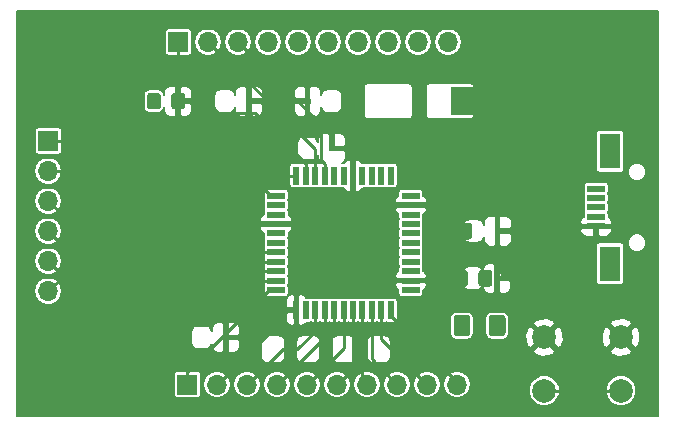
<source format=gbr>
G04 #@! TF.GenerationSoftware,KiCad,Pcbnew,5.0.2+dfsg1-1*
G04 #@! TF.CreationDate,2019-09-12T15:21:08-03:00*
G04 #@! TF.ProjectId,projeto1,70726f6a-6574-46f3-912e-6b696361645f,rev?*
G04 #@! TF.SameCoordinates,Original*
G04 #@! TF.FileFunction,Copper,L1,Top*
G04 #@! TF.FilePolarity,Positive*
%FSLAX46Y46*%
G04 Gerber Fmt 4.6, Leading zero omitted, Abs format (unit mm)*
G04 Created by KiCad (PCBNEW 5.0.2+dfsg1-1) date qui 12 set 2019 15:21:08 -03*
%MOMM*%
%LPD*%
G01*
G04 APERTURE LIST*
G04 #@! TA.AperFunction,ComponentPad*
%ADD10C,2.000000*%
G04 #@! TD*
G04 #@! TA.AperFunction,Conductor*
%ADD11C,0.100000*%
G04 #@! TD*
G04 #@! TA.AperFunction,SMDPad,CuDef*
%ADD12C,1.150000*%
G04 #@! TD*
G04 #@! TA.AperFunction,ComponentPad*
%ADD13R,1.700000X1.700000*%
G04 #@! TD*
G04 #@! TA.AperFunction,ComponentPad*
%ADD14O,1.700000X1.700000*%
G04 #@! TD*
G04 #@! TA.AperFunction,SMDPad,CuDef*
%ADD15R,1.500000X0.500000*%
G04 #@! TD*
G04 #@! TA.AperFunction,SMDPad,CuDef*
%ADD16R,1.800000X3.000000*%
G04 #@! TD*
G04 #@! TA.AperFunction,SMDPad,CuDef*
%ADD17R,3.500000X2.400000*%
G04 #@! TD*
G04 #@! TA.AperFunction,SMDPad,CuDef*
%ADD18R,0.550000X1.500000*%
G04 #@! TD*
G04 #@! TA.AperFunction,SMDPad,CuDef*
%ADD19R,1.500000X0.550000*%
G04 #@! TD*
G04 #@! TA.AperFunction,SMDPad,CuDef*
%ADD20C,1.425000*%
G04 #@! TD*
G04 #@! TA.AperFunction,Conductor*
%ADD21C,0.250000*%
G04 #@! TD*
G04 #@! TA.AperFunction,Conductor*
%ADD22C,0.200000*%
G04 #@! TD*
G04 APERTURE END LIST*
D10*
G04 #@! TO.P,SW1,2*
G04 #@! TO.N,Net-(C1-Pad1)*
X115000000Y-92500000D03*
G04 #@! TO.P,SW1,1*
G04 #@! TO.N,GND*
X115000000Y-88000000D03*
G04 #@! TO.P,SW1,2*
G04 #@! TO.N,Net-(C1-Pad1)*
X121500000Y-92500000D03*
G04 #@! TO.P,SW1,1*
G04 #@! TO.N,GND*
X121500000Y-88000000D03*
G04 #@! TD*
D11*
G04 #@! TO.N,GND*
G04 #@! TO.C,C2*
G36*
X83474505Y-75426204D02*
X83498773Y-75429804D01*
X83522572Y-75435765D01*
X83545671Y-75444030D01*
X83567850Y-75454520D01*
X83588893Y-75467132D01*
X83608599Y-75481747D01*
X83626777Y-75498223D01*
X83643253Y-75516401D01*
X83657868Y-75536107D01*
X83670480Y-75557150D01*
X83680970Y-75579329D01*
X83689235Y-75602428D01*
X83695196Y-75626227D01*
X83698796Y-75650495D01*
X83700000Y-75674999D01*
X83700000Y-76325001D01*
X83698796Y-76349505D01*
X83695196Y-76373773D01*
X83689235Y-76397572D01*
X83680970Y-76420671D01*
X83670480Y-76442850D01*
X83657868Y-76463893D01*
X83643253Y-76483599D01*
X83626777Y-76501777D01*
X83608599Y-76518253D01*
X83588893Y-76532868D01*
X83567850Y-76545480D01*
X83545671Y-76555970D01*
X83522572Y-76564235D01*
X83498773Y-76570196D01*
X83474505Y-76573796D01*
X83450001Y-76575000D01*
X82549999Y-76575000D01*
X82525495Y-76573796D01*
X82501227Y-76570196D01*
X82477428Y-76564235D01*
X82454329Y-76555970D01*
X82432150Y-76545480D01*
X82411107Y-76532868D01*
X82391401Y-76518253D01*
X82373223Y-76501777D01*
X82356747Y-76483599D01*
X82342132Y-76463893D01*
X82329520Y-76442850D01*
X82319030Y-76420671D01*
X82310765Y-76397572D01*
X82304804Y-76373773D01*
X82301204Y-76349505D01*
X82300000Y-76325001D01*
X82300000Y-75674999D01*
X82301204Y-75650495D01*
X82304804Y-75626227D01*
X82310765Y-75602428D01*
X82319030Y-75579329D01*
X82329520Y-75557150D01*
X82342132Y-75536107D01*
X82356747Y-75516401D01*
X82373223Y-75498223D01*
X82391401Y-75481747D01*
X82411107Y-75467132D01*
X82432150Y-75454520D01*
X82454329Y-75444030D01*
X82477428Y-75435765D01*
X82501227Y-75429804D01*
X82525495Y-75426204D01*
X82549999Y-75425000D01*
X83450001Y-75425000D01*
X83474505Y-75426204D01*
X83474505Y-75426204D01*
G37*
D12*
G04 #@! TD*
G04 #@! TO.P,C2,1*
G04 #@! TO.N,GND*
X83000000Y-76000000D03*
D11*
G04 #@! TO.N,Net-(C2-Pad2)*
G04 #@! TO.C,C2*
G36*
X83474505Y-77476204D02*
X83498773Y-77479804D01*
X83522572Y-77485765D01*
X83545671Y-77494030D01*
X83567850Y-77504520D01*
X83588893Y-77517132D01*
X83608599Y-77531747D01*
X83626777Y-77548223D01*
X83643253Y-77566401D01*
X83657868Y-77586107D01*
X83670480Y-77607150D01*
X83680970Y-77629329D01*
X83689235Y-77652428D01*
X83695196Y-77676227D01*
X83698796Y-77700495D01*
X83700000Y-77724999D01*
X83700000Y-78375001D01*
X83698796Y-78399505D01*
X83695196Y-78423773D01*
X83689235Y-78447572D01*
X83680970Y-78470671D01*
X83670480Y-78492850D01*
X83657868Y-78513893D01*
X83643253Y-78533599D01*
X83626777Y-78551777D01*
X83608599Y-78568253D01*
X83588893Y-78582868D01*
X83567850Y-78595480D01*
X83545671Y-78605970D01*
X83522572Y-78614235D01*
X83498773Y-78620196D01*
X83474505Y-78623796D01*
X83450001Y-78625000D01*
X82549999Y-78625000D01*
X82525495Y-78623796D01*
X82501227Y-78620196D01*
X82477428Y-78614235D01*
X82454329Y-78605970D01*
X82432150Y-78595480D01*
X82411107Y-78582868D01*
X82391401Y-78568253D01*
X82373223Y-78551777D01*
X82356747Y-78533599D01*
X82342132Y-78513893D01*
X82329520Y-78492850D01*
X82319030Y-78470671D01*
X82310765Y-78447572D01*
X82304804Y-78423773D01*
X82301204Y-78399505D01*
X82300000Y-78375001D01*
X82300000Y-77724999D01*
X82301204Y-77700495D01*
X82304804Y-77676227D01*
X82310765Y-77652428D01*
X82319030Y-77629329D01*
X82329520Y-77607150D01*
X82342132Y-77586107D01*
X82356747Y-77566401D01*
X82373223Y-77548223D01*
X82391401Y-77531747D01*
X82411107Y-77517132D01*
X82432150Y-77504520D01*
X82454329Y-77494030D01*
X82477428Y-77485765D01*
X82501227Y-77479804D01*
X82525495Y-77476204D01*
X82549999Y-77475000D01*
X83450001Y-77475000D01*
X83474505Y-77476204D01*
X83474505Y-77476204D01*
G37*
D12*
G04 #@! TD*
G04 #@! TO.P,C2,2*
G04 #@! TO.N,Net-(C2-Pad2)*
X83000000Y-78050000D03*
D11*
G04 #@! TO.N,GND*
G04 #@! TO.C,C3*
G36*
X112324505Y-72301204D02*
X112348773Y-72304804D01*
X112372572Y-72310765D01*
X112395671Y-72319030D01*
X112417850Y-72329520D01*
X112438893Y-72342132D01*
X112458599Y-72356747D01*
X112476777Y-72373223D01*
X112493253Y-72391401D01*
X112507868Y-72411107D01*
X112520480Y-72432150D01*
X112530970Y-72454329D01*
X112539235Y-72477428D01*
X112545196Y-72501227D01*
X112548796Y-72525495D01*
X112550000Y-72549999D01*
X112550000Y-73450001D01*
X112548796Y-73474505D01*
X112545196Y-73498773D01*
X112539235Y-73522572D01*
X112530970Y-73545671D01*
X112520480Y-73567850D01*
X112507868Y-73588893D01*
X112493253Y-73608599D01*
X112476777Y-73626777D01*
X112458599Y-73643253D01*
X112438893Y-73657868D01*
X112417850Y-73670480D01*
X112395671Y-73680970D01*
X112372572Y-73689235D01*
X112348773Y-73695196D01*
X112324505Y-73698796D01*
X112300001Y-73700000D01*
X111649999Y-73700000D01*
X111625495Y-73698796D01*
X111601227Y-73695196D01*
X111577428Y-73689235D01*
X111554329Y-73680970D01*
X111532150Y-73670480D01*
X111511107Y-73657868D01*
X111491401Y-73643253D01*
X111473223Y-73626777D01*
X111456747Y-73608599D01*
X111442132Y-73588893D01*
X111429520Y-73567850D01*
X111419030Y-73545671D01*
X111410765Y-73522572D01*
X111404804Y-73498773D01*
X111401204Y-73474505D01*
X111400000Y-73450001D01*
X111400000Y-72549999D01*
X111401204Y-72525495D01*
X111404804Y-72501227D01*
X111410765Y-72477428D01*
X111419030Y-72454329D01*
X111429520Y-72432150D01*
X111442132Y-72411107D01*
X111456747Y-72391401D01*
X111473223Y-72373223D01*
X111491401Y-72356747D01*
X111511107Y-72342132D01*
X111532150Y-72329520D01*
X111554329Y-72319030D01*
X111577428Y-72310765D01*
X111601227Y-72304804D01*
X111625495Y-72301204D01*
X111649999Y-72300000D01*
X112300001Y-72300000D01*
X112324505Y-72301204D01*
X112324505Y-72301204D01*
G37*
D12*
G04 #@! TD*
G04 #@! TO.P,C3,2*
G04 #@! TO.N,GND*
X111975000Y-73000000D03*
D11*
G04 #@! TO.N,Net-(C3-Pad1)*
G04 #@! TO.C,C3*
G36*
X114374505Y-72301204D02*
X114398773Y-72304804D01*
X114422572Y-72310765D01*
X114445671Y-72319030D01*
X114467850Y-72329520D01*
X114488893Y-72342132D01*
X114508599Y-72356747D01*
X114526777Y-72373223D01*
X114543253Y-72391401D01*
X114557868Y-72411107D01*
X114570480Y-72432150D01*
X114580970Y-72454329D01*
X114589235Y-72477428D01*
X114595196Y-72501227D01*
X114598796Y-72525495D01*
X114600000Y-72549999D01*
X114600000Y-73450001D01*
X114598796Y-73474505D01*
X114595196Y-73498773D01*
X114589235Y-73522572D01*
X114580970Y-73545671D01*
X114570480Y-73567850D01*
X114557868Y-73588893D01*
X114543253Y-73608599D01*
X114526777Y-73626777D01*
X114508599Y-73643253D01*
X114488893Y-73657868D01*
X114467850Y-73670480D01*
X114445671Y-73680970D01*
X114422572Y-73689235D01*
X114398773Y-73695196D01*
X114374505Y-73698796D01*
X114350001Y-73700000D01*
X113699999Y-73700000D01*
X113675495Y-73698796D01*
X113651227Y-73695196D01*
X113627428Y-73689235D01*
X113604329Y-73680970D01*
X113582150Y-73670480D01*
X113561107Y-73657868D01*
X113541401Y-73643253D01*
X113523223Y-73626777D01*
X113506747Y-73608599D01*
X113492132Y-73588893D01*
X113479520Y-73567850D01*
X113469030Y-73545671D01*
X113460765Y-73522572D01*
X113454804Y-73498773D01*
X113451204Y-73474505D01*
X113450000Y-73450001D01*
X113450000Y-72549999D01*
X113451204Y-72525495D01*
X113454804Y-72501227D01*
X113460765Y-72477428D01*
X113469030Y-72454329D01*
X113479520Y-72432150D01*
X113492132Y-72411107D01*
X113506747Y-72391401D01*
X113523223Y-72373223D01*
X113541401Y-72356747D01*
X113561107Y-72342132D01*
X113582150Y-72329520D01*
X113604329Y-72319030D01*
X113627428Y-72310765D01*
X113651227Y-72304804D01*
X113675495Y-72301204D01*
X113699999Y-72300000D01*
X114350001Y-72300000D01*
X114374505Y-72301204D01*
X114374505Y-72301204D01*
G37*
D12*
G04 #@! TD*
G04 #@! TO.P,C3,1*
G04 #@! TO.N,Net-(C3-Pad1)*
X114025000Y-73000000D03*
D11*
G04 #@! TO.N,Net-(C4-Pad1)*
G04 #@! TO.C,C4*
G36*
X82299505Y-67301204D02*
X82323773Y-67304804D01*
X82347572Y-67310765D01*
X82370671Y-67319030D01*
X82392850Y-67329520D01*
X82413893Y-67342132D01*
X82433599Y-67356747D01*
X82451777Y-67373223D01*
X82468253Y-67391401D01*
X82482868Y-67411107D01*
X82495480Y-67432150D01*
X82505970Y-67454329D01*
X82514235Y-67477428D01*
X82520196Y-67501227D01*
X82523796Y-67525495D01*
X82525000Y-67549999D01*
X82525000Y-68450001D01*
X82523796Y-68474505D01*
X82520196Y-68498773D01*
X82514235Y-68522572D01*
X82505970Y-68545671D01*
X82495480Y-68567850D01*
X82482868Y-68588893D01*
X82468253Y-68608599D01*
X82451777Y-68626777D01*
X82433599Y-68643253D01*
X82413893Y-68657868D01*
X82392850Y-68670480D01*
X82370671Y-68680970D01*
X82347572Y-68689235D01*
X82323773Y-68695196D01*
X82299505Y-68698796D01*
X82275001Y-68700000D01*
X81624999Y-68700000D01*
X81600495Y-68698796D01*
X81576227Y-68695196D01*
X81552428Y-68689235D01*
X81529329Y-68680970D01*
X81507150Y-68670480D01*
X81486107Y-68657868D01*
X81466401Y-68643253D01*
X81448223Y-68626777D01*
X81431747Y-68608599D01*
X81417132Y-68588893D01*
X81404520Y-68567850D01*
X81394030Y-68545671D01*
X81385765Y-68522572D01*
X81379804Y-68498773D01*
X81376204Y-68474505D01*
X81375000Y-68450001D01*
X81375000Y-67549999D01*
X81376204Y-67525495D01*
X81379804Y-67501227D01*
X81385765Y-67477428D01*
X81394030Y-67454329D01*
X81404520Y-67432150D01*
X81417132Y-67411107D01*
X81431747Y-67391401D01*
X81448223Y-67373223D01*
X81466401Y-67356747D01*
X81486107Y-67342132D01*
X81507150Y-67329520D01*
X81529329Y-67319030D01*
X81552428Y-67310765D01*
X81576227Y-67304804D01*
X81600495Y-67301204D01*
X81624999Y-67300000D01*
X82275001Y-67300000D01*
X82299505Y-67301204D01*
X82299505Y-67301204D01*
G37*
D12*
G04 #@! TD*
G04 #@! TO.P,C4,1*
G04 #@! TO.N,Net-(C4-Pad1)*
X81950000Y-68000000D03*
D11*
G04 #@! TO.N,GND*
G04 #@! TO.C,C4*
G36*
X84349505Y-67301204D02*
X84373773Y-67304804D01*
X84397572Y-67310765D01*
X84420671Y-67319030D01*
X84442850Y-67329520D01*
X84463893Y-67342132D01*
X84483599Y-67356747D01*
X84501777Y-67373223D01*
X84518253Y-67391401D01*
X84532868Y-67411107D01*
X84545480Y-67432150D01*
X84555970Y-67454329D01*
X84564235Y-67477428D01*
X84570196Y-67501227D01*
X84573796Y-67525495D01*
X84575000Y-67549999D01*
X84575000Y-68450001D01*
X84573796Y-68474505D01*
X84570196Y-68498773D01*
X84564235Y-68522572D01*
X84555970Y-68545671D01*
X84545480Y-68567850D01*
X84532868Y-68588893D01*
X84518253Y-68608599D01*
X84501777Y-68626777D01*
X84483599Y-68643253D01*
X84463893Y-68657868D01*
X84442850Y-68670480D01*
X84420671Y-68680970D01*
X84397572Y-68689235D01*
X84373773Y-68695196D01*
X84349505Y-68698796D01*
X84325001Y-68700000D01*
X83674999Y-68700000D01*
X83650495Y-68698796D01*
X83626227Y-68695196D01*
X83602428Y-68689235D01*
X83579329Y-68680970D01*
X83557150Y-68670480D01*
X83536107Y-68657868D01*
X83516401Y-68643253D01*
X83498223Y-68626777D01*
X83481747Y-68608599D01*
X83467132Y-68588893D01*
X83454520Y-68567850D01*
X83444030Y-68545671D01*
X83435765Y-68522572D01*
X83429804Y-68498773D01*
X83426204Y-68474505D01*
X83425000Y-68450001D01*
X83425000Y-67549999D01*
X83426204Y-67525495D01*
X83429804Y-67501227D01*
X83435765Y-67477428D01*
X83444030Y-67454329D01*
X83454520Y-67432150D01*
X83467132Y-67411107D01*
X83481747Y-67391401D01*
X83498223Y-67373223D01*
X83516401Y-67356747D01*
X83536107Y-67342132D01*
X83557150Y-67329520D01*
X83579329Y-67319030D01*
X83602428Y-67310765D01*
X83626227Y-67304804D01*
X83650495Y-67301204D01*
X83674999Y-67300000D01*
X84325001Y-67300000D01*
X84349505Y-67301204D01*
X84349505Y-67301204D01*
G37*
D12*
G04 #@! TD*
G04 #@! TO.P,C4,2*
G04 #@! TO.N,GND*
X84000000Y-68000000D03*
D11*
G04 #@! TO.N,GND*
G04 #@! TO.C,C5*
G36*
X88474505Y-75426204D02*
X88498773Y-75429804D01*
X88522572Y-75435765D01*
X88545671Y-75444030D01*
X88567850Y-75454520D01*
X88588893Y-75467132D01*
X88608599Y-75481747D01*
X88626777Y-75498223D01*
X88643253Y-75516401D01*
X88657868Y-75536107D01*
X88670480Y-75557150D01*
X88680970Y-75579329D01*
X88689235Y-75602428D01*
X88695196Y-75626227D01*
X88698796Y-75650495D01*
X88700000Y-75674999D01*
X88700000Y-76325001D01*
X88698796Y-76349505D01*
X88695196Y-76373773D01*
X88689235Y-76397572D01*
X88680970Y-76420671D01*
X88670480Y-76442850D01*
X88657868Y-76463893D01*
X88643253Y-76483599D01*
X88626777Y-76501777D01*
X88608599Y-76518253D01*
X88588893Y-76532868D01*
X88567850Y-76545480D01*
X88545671Y-76555970D01*
X88522572Y-76564235D01*
X88498773Y-76570196D01*
X88474505Y-76573796D01*
X88450001Y-76575000D01*
X87549999Y-76575000D01*
X87525495Y-76573796D01*
X87501227Y-76570196D01*
X87477428Y-76564235D01*
X87454329Y-76555970D01*
X87432150Y-76545480D01*
X87411107Y-76532868D01*
X87391401Y-76518253D01*
X87373223Y-76501777D01*
X87356747Y-76483599D01*
X87342132Y-76463893D01*
X87329520Y-76442850D01*
X87319030Y-76420671D01*
X87310765Y-76397572D01*
X87304804Y-76373773D01*
X87301204Y-76349505D01*
X87300000Y-76325001D01*
X87300000Y-75674999D01*
X87301204Y-75650495D01*
X87304804Y-75626227D01*
X87310765Y-75602428D01*
X87319030Y-75579329D01*
X87329520Y-75557150D01*
X87342132Y-75536107D01*
X87356747Y-75516401D01*
X87373223Y-75498223D01*
X87391401Y-75481747D01*
X87411107Y-75467132D01*
X87432150Y-75454520D01*
X87454329Y-75444030D01*
X87477428Y-75435765D01*
X87501227Y-75429804D01*
X87525495Y-75426204D01*
X87549999Y-75425000D01*
X88450001Y-75425000D01*
X88474505Y-75426204D01*
X88474505Y-75426204D01*
G37*
D12*
G04 #@! TD*
G04 #@! TO.P,C5,2*
G04 #@! TO.N,GND*
X88000000Y-76000000D03*
D11*
G04 #@! TO.N,+5V*
G04 #@! TO.C,C5*
G36*
X88474505Y-77476204D02*
X88498773Y-77479804D01*
X88522572Y-77485765D01*
X88545671Y-77494030D01*
X88567850Y-77504520D01*
X88588893Y-77517132D01*
X88608599Y-77531747D01*
X88626777Y-77548223D01*
X88643253Y-77566401D01*
X88657868Y-77586107D01*
X88670480Y-77607150D01*
X88680970Y-77629329D01*
X88689235Y-77652428D01*
X88695196Y-77676227D01*
X88698796Y-77700495D01*
X88700000Y-77724999D01*
X88700000Y-78375001D01*
X88698796Y-78399505D01*
X88695196Y-78423773D01*
X88689235Y-78447572D01*
X88680970Y-78470671D01*
X88670480Y-78492850D01*
X88657868Y-78513893D01*
X88643253Y-78533599D01*
X88626777Y-78551777D01*
X88608599Y-78568253D01*
X88588893Y-78582868D01*
X88567850Y-78595480D01*
X88545671Y-78605970D01*
X88522572Y-78614235D01*
X88498773Y-78620196D01*
X88474505Y-78623796D01*
X88450001Y-78625000D01*
X87549999Y-78625000D01*
X87525495Y-78623796D01*
X87501227Y-78620196D01*
X87477428Y-78614235D01*
X87454329Y-78605970D01*
X87432150Y-78595480D01*
X87411107Y-78582868D01*
X87391401Y-78568253D01*
X87373223Y-78551777D01*
X87356747Y-78533599D01*
X87342132Y-78513893D01*
X87329520Y-78492850D01*
X87319030Y-78470671D01*
X87310765Y-78447572D01*
X87304804Y-78423773D01*
X87301204Y-78399505D01*
X87300000Y-78375001D01*
X87300000Y-77724999D01*
X87301204Y-77700495D01*
X87304804Y-77676227D01*
X87310765Y-77652428D01*
X87319030Y-77629329D01*
X87329520Y-77607150D01*
X87342132Y-77586107D01*
X87356747Y-77566401D01*
X87373223Y-77548223D01*
X87391401Y-77531747D01*
X87411107Y-77517132D01*
X87432150Y-77504520D01*
X87454329Y-77494030D01*
X87477428Y-77485765D01*
X87501227Y-77479804D01*
X87525495Y-77476204D01*
X87549999Y-77475000D01*
X88450001Y-77475000D01*
X88474505Y-77476204D01*
X88474505Y-77476204D01*
G37*
D12*
G04 #@! TD*
G04 #@! TO.P,C5,1*
G04 #@! TO.N,+5V*
X88000000Y-78050000D03*
D11*
G04 #@! TO.N,+5V*
G04 #@! TO.C,C6*
G36*
X78474505Y-77476204D02*
X78498773Y-77479804D01*
X78522572Y-77485765D01*
X78545671Y-77494030D01*
X78567850Y-77504520D01*
X78588893Y-77517132D01*
X78608599Y-77531747D01*
X78626777Y-77548223D01*
X78643253Y-77566401D01*
X78657868Y-77586107D01*
X78670480Y-77607150D01*
X78680970Y-77629329D01*
X78689235Y-77652428D01*
X78695196Y-77676227D01*
X78698796Y-77700495D01*
X78700000Y-77724999D01*
X78700000Y-78375001D01*
X78698796Y-78399505D01*
X78695196Y-78423773D01*
X78689235Y-78447572D01*
X78680970Y-78470671D01*
X78670480Y-78492850D01*
X78657868Y-78513893D01*
X78643253Y-78533599D01*
X78626777Y-78551777D01*
X78608599Y-78568253D01*
X78588893Y-78582868D01*
X78567850Y-78595480D01*
X78545671Y-78605970D01*
X78522572Y-78614235D01*
X78498773Y-78620196D01*
X78474505Y-78623796D01*
X78450001Y-78625000D01*
X77549999Y-78625000D01*
X77525495Y-78623796D01*
X77501227Y-78620196D01*
X77477428Y-78614235D01*
X77454329Y-78605970D01*
X77432150Y-78595480D01*
X77411107Y-78582868D01*
X77391401Y-78568253D01*
X77373223Y-78551777D01*
X77356747Y-78533599D01*
X77342132Y-78513893D01*
X77329520Y-78492850D01*
X77319030Y-78470671D01*
X77310765Y-78447572D01*
X77304804Y-78423773D01*
X77301204Y-78399505D01*
X77300000Y-78375001D01*
X77300000Y-77724999D01*
X77301204Y-77700495D01*
X77304804Y-77676227D01*
X77310765Y-77652428D01*
X77319030Y-77629329D01*
X77329520Y-77607150D01*
X77342132Y-77586107D01*
X77356747Y-77566401D01*
X77373223Y-77548223D01*
X77391401Y-77531747D01*
X77411107Y-77517132D01*
X77432150Y-77504520D01*
X77454329Y-77494030D01*
X77477428Y-77485765D01*
X77501227Y-77479804D01*
X77525495Y-77476204D01*
X77549999Y-77475000D01*
X78450001Y-77475000D01*
X78474505Y-77476204D01*
X78474505Y-77476204D01*
G37*
D12*
G04 #@! TD*
G04 #@! TO.P,C6,1*
G04 #@! TO.N,+5V*
X78000000Y-78050000D03*
D11*
G04 #@! TO.N,GND*
G04 #@! TO.C,C6*
G36*
X78474505Y-75426204D02*
X78498773Y-75429804D01*
X78522572Y-75435765D01*
X78545671Y-75444030D01*
X78567850Y-75454520D01*
X78588893Y-75467132D01*
X78608599Y-75481747D01*
X78626777Y-75498223D01*
X78643253Y-75516401D01*
X78657868Y-75536107D01*
X78670480Y-75557150D01*
X78680970Y-75579329D01*
X78689235Y-75602428D01*
X78695196Y-75626227D01*
X78698796Y-75650495D01*
X78700000Y-75674999D01*
X78700000Y-76325001D01*
X78698796Y-76349505D01*
X78695196Y-76373773D01*
X78689235Y-76397572D01*
X78680970Y-76420671D01*
X78670480Y-76442850D01*
X78657868Y-76463893D01*
X78643253Y-76483599D01*
X78626777Y-76501777D01*
X78608599Y-76518253D01*
X78588893Y-76532868D01*
X78567850Y-76545480D01*
X78545671Y-76555970D01*
X78522572Y-76564235D01*
X78498773Y-76570196D01*
X78474505Y-76573796D01*
X78450001Y-76575000D01*
X77549999Y-76575000D01*
X77525495Y-76573796D01*
X77501227Y-76570196D01*
X77477428Y-76564235D01*
X77454329Y-76555970D01*
X77432150Y-76545480D01*
X77411107Y-76532868D01*
X77391401Y-76518253D01*
X77373223Y-76501777D01*
X77356747Y-76483599D01*
X77342132Y-76463893D01*
X77329520Y-76442850D01*
X77319030Y-76420671D01*
X77310765Y-76397572D01*
X77304804Y-76373773D01*
X77301204Y-76349505D01*
X77300000Y-76325001D01*
X77300000Y-75674999D01*
X77301204Y-75650495D01*
X77304804Y-75626227D01*
X77310765Y-75602428D01*
X77319030Y-75579329D01*
X77329520Y-75557150D01*
X77342132Y-75536107D01*
X77356747Y-75516401D01*
X77373223Y-75498223D01*
X77391401Y-75481747D01*
X77411107Y-75467132D01*
X77432150Y-75454520D01*
X77454329Y-75444030D01*
X77477428Y-75435765D01*
X77501227Y-75429804D01*
X77525495Y-75426204D01*
X77549999Y-75425000D01*
X78450001Y-75425000D01*
X78474505Y-75426204D01*
X78474505Y-75426204D01*
G37*
D12*
G04 #@! TD*
G04 #@! TO.P,C6,2*
G04 #@! TO.N,GND*
X78000000Y-76000000D03*
D11*
G04 #@! TO.N,GND*
G04 #@! TO.C,C7*
G36*
X113474505Y-75401204D02*
X113498773Y-75404804D01*
X113522572Y-75410765D01*
X113545671Y-75419030D01*
X113567850Y-75429520D01*
X113588893Y-75442132D01*
X113608599Y-75456747D01*
X113626777Y-75473223D01*
X113643253Y-75491401D01*
X113657868Y-75511107D01*
X113670480Y-75532150D01*
X113680970Y-75554329D01*
X113689235Y-75577428D01*
X113695196Y-75601227D01*
X113698796Y-75625495D01*
X113700000Y-75649999D01*
X113700000Y-76300001D01*
X113698796Y-76324505D01*
X113695196Y-76348773D01*
X113689235Y-76372572D01*
X113680970Y-76395671D01*
X113670480Y-76417850D01*
X113657868Y-76438893D01*
X113643253Y-76458599D01*
X113626777Y-76476777D01*
X113608599Y-76493253D01*
X113588893Y-76507868D01*
X113567850Y-76520480D01*
X113545671Y-76530970D01*
X113522572Y-76539235D01*
X113498773Y-76545196D01*
X113474505Y-76548796D01*
X113450001Y-76550000D01*
X112549999Y-76550000D01*
X112525495Y-76548796D01*
X112501227Y-76545196D01*
X112477428Y-76539235D01*
X112454329Y-76530970D01*
X112432150Y-76520480D01*
X112411107Y-76507868D01*
X112391401Y-76493253D01*
X112373223Y-76476777D01*
X112356747Y-76458599D01*
X112342132Y-76438893D01*
X112329520Y-76417850D01*
X112319030Y-76395671D01*
X112310765Y-76372572D01*
X112304804Y-76348773D01*
X112301204Y-76324505D01*
X112300000Y-76300001D01*
X112300000Y-75649999D01*
X112301204Y-75625495D01*
X112304804Y-75601227D01*
X112310765Y-75577428D01*
X112319030Y-75554329D01*
X112329520Y-75532150D01*
X112342132Y-75511107D01*
X112356747Y-75491401D01*
X112373223Y-75473223D01*
X112391401Y-75456747D01*
X112411107Y-75442132D01*
X112432150Y-75429520D01*
X112454329Y-75419030D01*
X112477428Y-75410765D01*
X112501227Y-75404804D01*
X112525495Y-75401204D01*
X112549999Y-75400000D01*
X113450001Y-75400000D01*
X113474505Y-75401204D01*
X113474505Y-75401204D01*
G37*
D12*
G04 #@! TD*
G04 #@! TO.P,C7,2*
G04 #@! TO.N,GND*
X113000000Y-75975000D03*
D11*
G04 #@! TO.N,+5V*
G04 #@! TO.C,C7*
G36*
X113474505Y-77451204D02*
X113498773Y-77454804D01*
X113522572Y-77460765D01*
X113545671Y-77469030D01*
X113567850Y-77479520D01*
X113588893Y-77492132D01*
X113608599Y-77506747D01*
X113626777Y-77523223D01*
X113643253Y-77541401D01*
X113657868Y-77561107D01*
X113670480Y-77582150D01*
X113680970Y-77604329D01*
X113689235Y-77627428D01*
X113695196Y-77651227D01*
X113698796Y-77675495D01*
X113700000Y-77699999D01*
X113700000Y-78350001D01*
X113698796Y-78374505D01*
X113695196Y-78398773D01*
X113689235Y-78422572D01*
X113680970Y-78445671D01*
X113670480Y-78467850D01*
X113657868Y-78488893D01*
X113643253Y-78508599D01*
X113626777Y-78526777D01*
X113608599Y-78543253D01*
X113588893Y-78557868D01*
X113567850Y-78570480D01*
X113545671Y-78580970D01*
X113522572Y-78589235D01*
X113498773Y-78595196D01*
X113474505Y-78598796D01*
X113450001Y-78600000D01*
X112549999Y-78600000D01*
X112525495Y-78598796D01*
X112501227Y-78595196D01*
X112477428Y-78589235D01*
X112454329Y-78580970D01*
X112432150Y-78570480D01*
X112411107Y-78557868D01*
X112391401Y-78543253D01*
X112373223Y-78526777D01*
X112356747Y-78508599D01*
X112342132Y-78488893D01*
X112329520Y-78467850D01*
X112319030Y-78445671D01*
X112310765Y-78422572D01*
X112304804Y-78398773D01*
X112301204Y-78374505D01*
X112300000Y-78350001D01*
X112300000Y-77699999D01*
X112301204Y-77675495D01*
X112304804Y-77651227D01*
X112310765Y-77627428D01*
X112319030Y-77604329D01*
X112329520Y-77582150D01*
X112342132Y-77561107D01*
X112356747Y-77541401D01*
X112373223Y-77523223D01*
X112391401Y-77506747D01*
X112411107Y-77492132D01*
X112432150Y-77479520D01*
X112454329Y-77469030D01*
X112477428Y-77460765D01*
X112501227Y-77454804D01*
X112525495Y-77451204D01*
X112549999Y-77450000D01*
X113450001Y-77450000D01*
X113474505Y-77451204D01*
X113474505Y-77451204D01*
G37*
D12*
G04 #@! TD*
G04 #@! TO.P,C7,1*
G04 #@! TO.N,+5V*
X113000000Y-78025000D03*
D11*
G04 #@! TO.N,Net-(C1-Pad1)*
G04 #@! TO.C,C1*
G36*
X108299505Y-82301204D02*
X108323773Y-82304804D01*
X108347572Y-82310765D01*
X108370671Y-82319030D01*
X108392850Y-82329520D01*
X108413893Y-82342132D01*
X108433599Y-82356747D01*
X108451777Y-82373223D01*
X108468253Y-82391401D01*
X108482868Y-82411107D01*
X108495480Y-82432150D01*
X108505970Y-82454329D01*
X108514235Y-82477428D01*
X108520196Y-82501227D01*
X108523796Y-82525495D01*
X108525000Y-82549999D01*
X108525000Y-83450001D01*
X108523796Y-83474505D01*
X108520196Y-83498773D01*
X108514235Y-83522572D01*
X108505970Y-83545671D01*
X108495480Y-83567850D01*
X108482868Y-83588893D01*
X108468253Y-83608599D01*
X108451777Y-83626777D01*
X108433599Y-83643253D01*
X108413893Y-83657868D01*
X108392850Y-83670480D01*
X108370671Y-83680970D01*
X108347572Y-83689235D01*
X108323773Y-83695196D01*
X108299505Y-83698796D01*
X108275001Y-83700000D01*
X107624999Y-83700000D01*
X107600495Y-83698796D01*
X107576227Y-83695196D01*
X107552428Y-83689235D01*
X107529329Y-83680970D01*
X107507150Y-83670480D01*
X107486107Y-83657868D01*
X107466401Y-83643253D01*
X107448223Y-83626777D01*
X107431747Y-83608599D01*
X107417132Y-83588893D01*
X107404520Y-83567850D01*
X107394030Y-83545671D01*
X107385765Y-83522572D01*
X107379804Y-83498773D01*
X107376204Y-83474505D01*
X107375000Y-83450001D01*
X107375000Y-82549999D01*
X107376204Y-82525495D01*
X107379804Y-82501227D01*
X107385765Y-82477428D01*
X107394030Y-82454329D01*
X107404520Y-82432150D01*
X107417132Y-82411107D01*
X107431747Y-82391401D01*
X107448223Y-82373223D01*
X107466401Y-82356747D01*
X107486107Y-82342132D01*
X107507150Y-82329520D01*
X107529329Y-82319030D01*
X107552428Y-82310765D01*
X107576227Y-82304804D01*
X107600495Y-82301204D01*
X107624999Y-82300000D01*
X108275001Y-82300000D01*
X108299505Y-82301204D01*
X108299505Y-82301204D01*
G37*
D12*
G04 #@! TD*
G04 #@! TO.P,C1,1*
G04 #@! TO.N,Net-(C1-Pad1)*
X107950000Y-83000000D03*
D11*
G04 #@! TO.N,GND*
G04 #@! TO.C,C1*
G36*
X110349505Y-82301204D02*
X110373773Y-82304804D01*
X110397572Y-82310765D01*
X110420671Y-82319030D01*
X110442850Y-82329520D01*
X110463893Y-82342132D01*
X110483599Y-82356747D01*
X110501777Y-82373223D01*
X110518253Y-82391401D01*
X110532868Y-82411107D01*
X110545480Y-82432150D01*
X110555970Y-82454329D01*
X110564235Y-82477428D01*
X110570196Y-82501227D01*
X110573796Y-82525495D01*
X110575000Y-82549999D01*
X110575000Y-83450001D01*
X110573796Y-83474505D01*
X110570196Y-83498773D01*
X110564235Y-83522572D01*
X110555970Y-83545671D01*
X110545480Y-83567850D01*
X110532868Y-83588893D01*
X110518253Y-83608599D01*
X110501777Y-83626777D01*
X110483599Y-83643253D01*
X110463893Y-83657868D01*
X110442850Y-83670480D01*
X110420671Y-83680970D01*
X110397572Y-83689235D01*
X110373773Y-83695196D01*
X110349505Y-83698796D01*
X110325001Y-83700000D01*
X109674999Y-83700000D01*
X109650495Y-83698796D01*
X109626227Y-83695196D01*
X109602428Y-83689235D01*
X109579329Y-83680970D01*
X109557150Y-83670480D01*
X109536107Y-83657868D01*
X109516401Y-83643253D01*
X109498223Y-83626777D01*
X109481747Y-83608599D01*
X109467132Y-83588893D01*
X109454520Y-83567850D01*
X109444030Y-83545671D01*
X109435765Y-83522572D01*
X109429804Y-83498773D01*
X109426204Y-83474505D01*
X109425000Y-83450001D01*
X109425000Y-82549999D01*
X109426204Y-82525495D01*
X109429804Y-82501227D01*
X109435765Y-82477428D01*
X109444030Y-82454329D01*
X109454520Y-82432150D01*
X109467132Y-82411107D01*
X109481747Y-82391401D01*
X109498223Y-82373223D01*
X109516401Y-82356747D01*
X109536107Y-82342132D01*
X109557150Y-82329520D01*
X109579329Y-82319030D01*
X109602428Y-82310765D01*
X109626227Y-82304804D01*
X109650495Y-82301204D01*
X109674999Y-82300000D01*
X110325001Y-82300000D01*
X110349505Y-82301204D01*
X110349505Y-82301204D01*
G37*
D12*
G04 #@! TD*
G04 #@! TO.P,C1,2*
G04 #@! TO.N,GND*
X110000000Y-83000000D03*
D13*
G04 #@! TO.P,J4,1*
G04 #@! TO.N,Pino11*
X73000000Y-71380000D03*
D14*
G04 #@! TO.P,J4,2*
G04 #@! TO.N,Pino12*
X73000000Y-73920000D03*
G04 #@! TO.P,J4,3*
G04 #@! TO.N,Pino18*
X73000000Y-76460000D03*
G04 #@! TO.P,J4,4*
G04 #@! TO.N,Pino19*
X73000000Y-79000000D03*
G04 #@! TO.P,J4,5*
G04 #@! TO.N,Pino20*
X73000000Y-81540000D03*
G04 #@! TO.P,J4,6*
G04 #@! TO.N,Pino21*
X73000000Y-84080000D03*
G04 #@! TD*
G04 #@! TO.P,J3,10*
G04 #@! TO.N,Pino33*
X107620000Y-92000000D03*
G04 #@! TO.P,J3,9*
G04 #@! TO.N,Pino32*
X105080000Y-92000000D03*
G04 #@! TO.P,J3,8*
G04 #@! TO.N,Pino31*
X102540000Y-92000000D03*
G04 #@! TO.P,J3,7*
G04 #@! TO.N,Pino30*
X100000000Y-92000000D03*
G04 #@! TO.P,J3,6*
G04 #@! TO.N,Pino29*
X97460000Y-92000000D03*
G04 #@! TO.P,J3,5*
G04 #@! TO.N,Pino28*
X94920000Y-92000000D03*
G04 #@! TO.P,J3,4*
G04 #@! TO.N,Pino27*
X92380000Y-92000000D03*
G04 #@! TO.P,J3,3*
G04 #@! TO.N,Pino26*
X89840000Y-92000000D03*
G04 #@! TO.P,J3,2*
G04 #@! TO.N,Pino25*
X87300000Y-92000000D03*
D13*
G04 #@! TO.P,J3,1*
G04 #@! TO.N,Pino22*
X84760000Y-92000000D03*
G04 #@! TD*
G04 #@! TO.P,J2,1*
G04 #@! TO.N,Pino10*
X84000000Y-63000000D03*
D14*
G04 #@! TO.P,J2,2*
G04 #@! TO.N,Pino9*
X86540000Y-63000000D03*
G04 #@! TO.P,J2,3*
G04 #@! TO.N,Pino8*
X89080000Y-63000000D03*
G04 #@! TO.P,J2,4*
G04 #@! TO.N,Pino41*
X91620000Y-63000000D03*
G04 #@! TO.P,J2,5*
G04 #@! TO.N,Pino40*
X94160000Y-63000000D03*
G04 #@! TO.P,J2,6*
G04 #@! TO.N,Pino39*
X96700000Y-63000000D03*
G04 #@! TO.P,J2,7*
G04 #@! TO.N,Pino38*
X99240000Y-63000000D03*
G04 #@! TO.P,J2,8*
G04 #@! TO.N,Pino37*
X101780000Y-63000000D03*
G04 #@! TO.P,J2,9*
G04 #@! TO.N,Pino36*
X104320000Y-63000000D03*
G04 #@! TO.P,J2,10*
G04 #@! TO.N,Pino1*
X106860000Y-63000000D03*
G04 #@! TD*
D15*
G04 #@! TO.P,J1,5*
G04 #@! TO.N,GND*
X119400000Y-78600000D03*
G04 #@! TO.P,J1,4*
G04 #@! TO.N,Net-(J1-Pad4)*
X119400000Y-77800000D03*
G04 #@! TO.P,J1,3*
G04 #@! TO.N,Net-(J1-Pad3)*
X119400000Y-77000000D03*
G04 #@! TO.P,J1,2*
G04 #@! TO.N,Net-(J1-Pad2)*
X119400000Y-76200000D03*
G04 #@! TO.P,J1,1*
G04 #@! TO.N,+5V*
X119400000Y-75400000D03*
D16*
G04 #@! TO.P,J1,6*
G04 #@! TO.N,Net-(J1-Pad6)*
X120550000Y-81750000D03*
X120550000Y-72250000D03*
G04 #@! TD*
D17*
G04 #@! TO.P,Y1,1*
G04 #@! TO.N,Net-(C2-Pad2)*
X108800000Y-68000000D03*
G04 #@! TO.P,Y1,2*
G04 #@! TO.N,Net-(C3-Pad1)*
X114000000Y-68000000D03*
G04 #@! TD*
D18*
G04 #@! TO.P,U1,1*
G04 #@! TO.N,Pino1*
X102000000Y-74300000D03*
G04 #@! TO.P,U1,2*
G04 #@! TO.N,+5V*
X101200000Y-74300000D03*
G04 #@! TO.P,U1,3*
G04 #@! TO.N,Net-(R2-Pad1)*
X100400000Y-74300000D03*
G04 #@! TO.P,U1,4*
G04 #@! TO.N,Net-(R1-Pad1)*
X99600000Y-74300000D03*
G04 #@! TO.P,U1,5*
G04 #@! TO.N,GND*
X98800000Y-74300000D03*
G04 #@! TO.P,U1,6*
G04 #@! TO.N,Net-(C4-Pad1)*
X98000000Y-74300000D03*
G04 #@! TO.P,U1,7*
G04 #@! TO.N,+5V*
X97200000Y-74300000D03*
G04 #@! TO.P,U1,8*
G04 #@! TO.N,Pino8*
X96400000Y-74300000D03*
G04 #@! TO.P,U1,9*
G04 #@! TO.N,Pino9*
X95600000Y-74300000D03*
G04 #@! TO.P,U1,10*
G04 #@! TO.N,Pino10*
X94800000Y-74300000D03*
G04 #@! TO.P,U1,11*
G04 #@! TO.N,Pino11*
X94000000Y-74300000D03*
D19*
G04 #@! TO.P,U1,12*
G04 #@! TO.N,Pino12*
X92300000Y-76000000D03*
G04 #@! TO.P,U1,13*
G04 #@! TO.N,Net-(C1-Pad1)*
X92300000Y-76800000D03*
G04 #@! TO.P,U1,14*
G04 #@! TO.N,+5V*
X92300000Y-77600000D03*
G04 #@! TO.P,U1,15*
G04 #@! TO.N,GND*
X92300000Y-78400000D03*
G04 #@! TO.P,U1,16*
G04 #@! TO.N,Net-(C3-Pad1)*
X92300000Y-79200000D03*
G04 #@! TO.P,U1,17*
G04 #@! TO.N,Net-(C2-Pad2)*
X92300000Y-80000000D03*
G04 #@! TO.P,U1,18*
G04 #@! TO.N,Pino18*
X92300000Y-80800000D03*
G04 #@! TO.P,U1,19*
G04 #@! TO.N,Pino19*
X92300000Y-81600000D03*
G04 #@! TO.P,U1,20*
G04 #@! TO.N,Pino20*
X92300000Y-82400000D03*
G04 #@! TO.P,U1,21*
G04 #@! TO.N,Pino21*
X92300000Y-83200000D03*
G04 #@! TO.P,U1,22*
G04 #@! TO.N,Pino22*
X92300000Y-84000000D03*
D18*
G04 #@! TO.P,U1,23*
G04 #@! TO.N,GND*
X94000000Y-85700000D03*
G04 #@! TO.P,U1,24*
G04 #@! TO.N,+5V*
X94800000Y-85700000D03*
G04 #@! TO.P,U1,25*
G04 #@! TO.N,Pino25*
X95600000Y-85700000D03*
G04 #@! TO.P,U1,26*
G04 #@! TO.N,Pino26*
X96400000Y-85700000D03*
G04 #@! TO.P,U1,27*
G04 #@! TO.N,Pino27*
X97200000Y-85700000D03*
G04 #@! TO.P,U1,28*
G04 #@! TO.N,Pino28*
X98000000Y-85700000D03*
G04 #@! TO.P,U1,29*
G04 #@! TO.N,Pino29*
X98800000Y-85700000D03*
G04 #@! TO.P,U1,30*
G04 #@! TO.N,Pino30*
X99600000Y-85700000D03*
G04 #@! TO.P,U1,31*
G04 #@! TO.N,Pino31*
X100400000Y-85700000D03*
G04 #@! TO.P,U1,32*
G04 #@! TO.N,Pino32*
X101200000Y-85700000D03*
G04 #@! TO.P,U1,33*
G04 #@! TO.N,Pino33*
X102000000Y-85700000D03*
D19*
G04 #@! TO.P,U1,34*
G04 #@! TO.N,+5V*
X103700000Y-84000000D03*
G04 #@! TO.P,U1,35*
G04 #@! TO.N,GND*
X103700000Y-83200000D03*
G04 #@! TO.P,U1,36*
G04 #@! TO.N,Pino36*
X103700000Y-82400000D03*
G04 #@! TO.P,U1,37*
G04 #@! TO.N,Pino37*
X103700000Y-81600000D03*
G04 #@! TO.P,U1,38*
G04 #@! TO.N,Pino38*
X103700000Y-80800000D03*
G04 #@! TO.P,U1,39*
G04 #@! TO.N,Pino39*
X103700000Y-80000000D03*
G04 #@! TO.P,U1,40*
G04 #@! TO.N,Pino40*
X103700000Y-79200000D03*
G04 #@! TO.P,U1,41*
G04 #@! TO.N,Pino41*
X103700000Y-78400000D03*
G04 #@! TO.P,U1,42*
G04 #@! TO.N,Net-(U1-Pad42)*
X103700000Y-77600000D03*
G04 #@! TO.P,U1,43*
G04 #@! TO.N,GND*
X103700000Y-76800000D03*
G04 #@! TO.P,U1,44*
G04 #@! TO.N,+5V*
X103700000Y-76000000D03*
G04 #@! TD*
D11*
G04 #@! TO.N,+5V*
G04 #@! TO.C,R3*
G36*
X111487004Y-86126204D02*
X111511273Y-86129804D01*
X111535071Y-86135765D01*
X111558171Y-86144030D01*
X111580349Y-86154520D01*
X111601393Y-86167133D01*
X111621098Y-86181747D01*
X111639277Y-86198223D01*
X111655753Y-86216402D01*
X111670367Y-86236107D01*
X111682980Y-86257151D01*
X111693470Y-86279329D01*
X111701735Y-86302429D01*
X111707696Y-86326227D01*
X111711296Y-86350496D01*
X111712500Y-86375000D01*
X111712500Y-87625000D01*
X111711296Y-87649504D01*
X111707696Y-87673773D01*
X111701735Y-87697571D01*
X111693470Y-87720671D01*
X111682980Y-87742849D01*
X111670367Y-87763893D01*
X111655753Y-87783598D01*
X111639277Y-87801777D01*
X111621098Y-87818253D01*
X111601393Y-87832867D01*
X111580349Y-87845480D01*
X111558171Y-87855970D01*
X111535071Y-87864235D01*
X111511273Y-87870196D01*
X111487004Y-87873796D01*
X111462500Y-87875000D01*
X110537500Y-87875000D01*
X110512996Y-87873796D01*
X110488727Y-87870196D01*
X110464929Y-87864235D01*
X110441829Y-87855970D01*
X110419651Y-87845480D01*
X110398607Y-87832867D01*
X110378902Y-87818253D01*
X110360723Y-87801777D01*
X110344247Y-87783598D01*
X110329633Y-87763893D01*
X110317020Y-87742849D01*
X110306530Y-87720671D01*
X110298265Y-87697571D01*
X110292304Y-87673773D01*
X110288704Y-87649504D01*
X110287500Y-87625000D01*
X110287500Y-86375000D01*
X110288704Y-86350496D01*
X110292304Y-86326227D01*
X110298265Y-86302429D01*
X110306530Y-86279329D01*
X110317020Y-86257151D01*
X110329633Y-86236107D01*
X110344247Y-86216402D01*
X110360723Y-86198223D01*
X110378902Y-86181747D01*
X110398607Y-86167133D01*
X110419651Y-86154520D01*
X110441829Y-86144030D01*
X110464929Y-86135765D01*
X110488727Y-86129804D01*
X110512996Y-86126204D01*
X110537500Y-86125000D01*
X111462500Y-86125000D01*
X111487004Y-86126204D01*
X111487004Y-86126204D01*
G37*
D20*
G04 #@! TD*
G04 #@! TO.P,R3,1*
G04 #@! TO.N,+5V*
X111000000Y-87000000D03*
D11*
G04 #@! TO.N,Net-(C1-Pad1)*
G04 #@! TO.C,R3*
G36*
X108512004Y-86126204D02*
X108536273Y-86129804D01*
X108560071Y-86135765D01*
X108583171Y-86144030D01*
X108605349Y-86154520D01*
X108626393Y-86167133D01*
X108646098Y-86181747D01*
X108664277Y-86198223D01*
X108680753Y-86216402D01*
X108695367Y-86236107D01*
X108707980Y-86257151D01*
X108718470Y-86279329D01*
X108726735Y-86302429D01*
X108732696Y-86326227D01*
X108736296Y-86350496D01*
X108737500Y-86375000D01*
X108737500Y-87625000D01*
X108736296Y-87649504D01*
X108732696Y-87673773D01*
X108726735Y-87697571D01*
X108718470Y-87720671D01*
X108707980Y-87742849D01*
X108695367Y-87763893D01*
X108680753Y-87783598D01*
X108664277Y-87801777D01*
X108646098Y-87818253D01*
X108626393Y-87832867D01*
X108605349Y-87845480D01*
X108583171Y-87855970D01*
X108560071Y-87864235D01*
X108536273Y-87870196D01*
X108512004Y-87873796D01*
X108487500Y-87875000D01*
X107562500Y-87875000D01*
X107537996Y-87873796D01*
X107513727Y-87870196D01*
X107489929Y-87864235D01*
X107466829Y-87855970D01*
X107444651Y-87845480D01*
X107423607Y-87832867D01*
X107403902Y-87818253D01*
X107385723Y-87801777D01*
X107369247Y-87783598D01*
X107354633Y-87763893D01*
X107342020Y-87742849D01*
X107331530Y-87720671D01*
X107323265Y-87697571D01*
X107317304Y-87673773D01*
X107313704Y-87649504D01*
X107312500Y-87625000D01*
X107312500Y-86375000D01*
X107313704Y-86350496D01*
X107317304Y-86326227D01*
X107323265Y-86302429D01*
X107331530Y-86279329D01*
X107342020Y-86257151D01*
X107354633Y-86236107D01*
X107369247Y-86216402D01*
X107385723Y-86198223D01*
X107403902Y-86181747D01*
X107423607Y-86167133D01*
X107444651Y-86154520D01*
X107466829Y-86144030D01*
X107489929Y-86135765D01*
X107513727Y-86129804D01*
X107537996Y-86126204D01*
X107562500Y-86125000D01*
X108487500Y-86125000D01*
X108512004Y-86126204D01*
X108512004Y-86126204D01*
G37*
D20*
G04 #@! TD*
G04 #@! TO.P,R3,2*
G04 #@! TO.N,Net-(C1-Pad1)*
X108025000Y-87000000D03*
D11*
G04 #@! TO.N,Net-(J1-Pad3)*
G04 #@! TO.C,R1*
G36*
X115462004Y-81126204D02*
X115486273Y-81129804D01*
X115510071Y-81135765D01*
X115533171Y-81144030D01*
X115555349Y-81154520D01*
X115576393Y-81167133D01*
X115596098Y-81181747D01*
X115614277Y-81198223D01*
X115630753Y-81216402D01*
X115645367Y-81236107D01*
X115657980Y-81257151D01*
X115668470Y-81279329D01*
X115676735Y-81302429D01*
X115682696Y-81326227D01*
X115686296Y-81350496D01*
X115687500Y-81375000D01*
X115687500Y-82625000D01*
X115686296Y-82649504D01*
X115682696Y-82673773D01*
X115676735Y-82697571D01*
X115668470Y-82720671D01*
X115657980Y-82742849D01*
X115645367Y-82763893D01*
X115630753Y-82783598D01*
X115614277Y-82801777D01*
X115596098Y-82818253D01*
X115576393Y-82832867D01*
X115555349Y-82845480D01*
X115533171Y-82855970D01*
X115510071Y-82864235D01*
X115486273Y-82870196D01*
X115462004Y-82873796D01*
X115437500Y-82875000D01*
X114512500Y-82875000D01*
X114487996Y-82873796D01*
X114463727Y-82870196D01*
X114439929Y-82864235D01*
X114416829Y-82855970D01*
X114394651Y-82845480D01*
X114373607Y-82832867D01*
X114353902Y-82818253D01*
X114335723Y-82801777D01*
X114319247Y-82783598D01*
X114304633Y-82763893D01*
X114292020Y-82742849D01*
X114281530Y-82720671D01*
X114273265Y-82697571D01*
X114267304Y-82673773D01*
X114263704Y-82649504D01*
X114262500Y-82625000D01*
X114262500Y-81375000D01*
X114263704Y-81350496D01*
X114267304Y-81326227D01*
X114273265Y-81302429D01*
X114281530Y-81279329D01*
X114292020Y-81257151D01*
X114304633Y-81236107D01*
X114319247Y-81216402D01*
X114335723Y-81198223D01*
X114353902Y-81181747D01*
X114373607Y-81167133D01*
X114394651Y-81154520D01*
X114416829Y-81144030D01*
X114439929Y-81135765D01*
X114463727Y-81129804D01*
X114487996Y-81126204D01*
X114512500Y-81125000D01*
X115437500Y-81125000D01*
X115462004Y-81126204D01*
X115462004Y-81126204D01*
G37*
D20*
G04 #@! TD*
G04 #@! TO.P,R1,2*
G04 #@! TO.N,Net-(J1-Pad3)*
X114975000Y-82000000D03*
D11*
G04 #@! TO.N,Net-(R1-Pad1)*
G04 #@! TO.C,R1*
G36*
X112487004Y-81126204D02*
X112511273Y-81129804D01*
X112535071Y-81135765D01*
X112558171Y-81144030D01*
X112580349Y-81154520D01*
X112601393Y-81167133D01*
X112621098Y-81181747D01*
X112639277Y-81198223D01*
X112655753Y-81216402D01*
X112670367Y-81236107D01*
X112682980Y-81257151D01*
X112693470Y-81279329D01*
X112701735Y-81302429D01*
X112707696Y-81326227D01*
X112711296Y-81350496D01*
X112712500Y-81375000D01*
X112712500Y-82625000D01*
X112711296Y-82649504D01*
X112707696Y-82673773D01*
X112701735Y-82697571D01*
X112693470Y-82720671D01*
X112682980Y-82742849D01*
X112670367Y-82763893D01*
X112655753Y-82783598D01*
X112639277Y-82801777D01*
X112621098Y-82818253D01*
X112601393Y-82832867D01*
X112580349Y-82845480D01*
X112558171Y-82855970D01*
X112535071Y-82864235D01*
X112511273Y-82870196D01*
X112487004Y-82873796D01*
X112462500Y-82875000D01*
X111537500Y-82875000D01*
X111512996Y-82873796D01*
X111488727Y-82870196D01*
X111464929Y-82864235D01*
X111441829Y-82855970D01*
X111419651Y-82845480D01*
X111398607Y-82832867D01*
X111378902Y-82818253D01*
X111360723Y-82801777D01*
X111344247Y-82783598D01*
X111329633Y-82763893D01*
X111317020Y-82742849D01*
X111306530Y-82720671D01*
X111298265Y-82697571D01*
X111292304Y-82673773D01*
X111288704Y-82649504D01*
X111287500Y-82625000D01*
X111287500Y-81375000D01*
X111288704Y-81350496D01*
X111292304Y-81326227D01*
X111298265Y-81302429D01*
X111306530Y-81279329D01*
X111317020Y-81257151D01*
X111329633Y-81236107D01*
X111344247Y-81216402D01*
X111360723Y-81198223D01*
X111378902Y-81181747D01*
X111398607Y-81167133D01*
X111419651Y-81154520D01*
X111441829Y-81144030D01*
X111464929Y-81135765D01*
X111488727Y-81129804D01*
X111512996Y-81126204D01*
X111537500Y-81125000D01*
X112462500Y-81125000D01*
X112487004Y-81126204D01*
X112487004Y-81126204D01*
G37*
D20*
G04 #@! TD*
G04 #@! TO.P,R1,1*
G04 #@! TO.N,Net-(R1-Pad1)*
X112000000Y-82000000D03*
D11*
G04 #@! TO.N,Net-(R2-Pad1)*
G04 #@! TO.C,R2*
G36*
X108649504Y-75313704D02*
X108673773Y-75317304D01*
X108697571Y-75323265D01*
X108720671Y-75331530D01*
X108742849Y-75342020D01*
X108763893Y-75354633D01*
X108783598Y-75369247D01*
X108801777Y-75385723D01*
X108818253Y-75403902D01*
X108832867Y-75423607D01*
X108845480Y-75444651D01*
X108855970Y-75466829D01*
X108864235Y-75489929D01*
X108870196Y-75513727D01*
X108873796Y-75537996D01*
X108875000Y-75562500D01*
X108875000Y-76487500D01*
X108873796Y-76512004D01*
X108870196Y-76536273D01*
X108864235Y-76560071D01*
X108855970Y-76583171D01*
X108845480Y-76605349D01*
X108832867Y-76626393D01*
X108818253Y-76646098D01*
X108801777Y-76664277D01*
X108783598Y-76680753D01*
X108763893Y-76695367D01*
X108742849Y-76707980D01*
X108720671Y-76718470D01*
X108697571Y-76726735D01*
X108673773Y-76732696D01*
X108649504Y-76736296D01*
X108625000Y-76737500D01*
X107375000Y-76737500D01*
X107350496Y-76736296D01*
X107326227Y-76732696D01*
X107302429Y-76726735D01*
X107279329Y-76718470D01*
X107257151Y-76707980D01*
X107236107Y-76695367D01*
X107216402Y-76680753D01*
X107198223Y-76664277D01*
X107181747Y-76646098D01*
X107167133Y-76626393D01*
X107154520Y-76605349D01*
X107144030Y-76583171D01*
X107135765Y-76560071D01*
X107129804Y-76536273D01*
X107126204Y-76512004D01*
X107125000Y-76487500D01*
X107125000Y-75562500D01*
X107126204Y-75537996D01*
X107129804Y-75513727D01*
X107135765Y-75489929D01*
X107144030Y-75466829D01*
X107154520Y-75444651D01*
X107167133Y-75423607D01*
X107181747Y-75403902D01*
X107198223Y-75385723D01*
X107216402Y-75369247D01*
X107236107Y-75354633D01*
X107257151Y-75342020D01*
X107279329Y-75331530D01*
X107302429Y-75323265D01*
X107326227Y-75317304D01*
X107350496Y-75313704D01*
X107375000Y-75312500D01*
X108625000Y-75312500D01*
X108649504Y-75313704D01*
X108649504Y-75313704D01*
G37*
D20*
G04 #@! TD*
G04 #@! TO.P,R2,1*
G04 #@! TO.N,Net-(R2-Pad1)*
X108000000Y-76025000D03*
D11*
G04 #@! TO.N,Net-(J1-Pad2)*
G04 #@! TO.C,R2*
G36*
X108649504Y-78288704D02*
X108673773Y-78292304D01*
X108697571Y-78298265D01*
X108720671Y-78306530D01*
X108742849Y-78317020D01*
X108763893Y-78329633D01*
X108783598Y-78344247D01*
X108801777Y-78360723D01*
X108818253Y-78378902D01*
X108832867Y-78398607D01*
X108845480Y-78419651D01*
X108855970Y-78441829D01*
X108864235Y-78464929D01*
X108870196Y-78488727D01*
X108873796Y-78512996D01*
X108875000Y-78537500D01*
X108875000Y-79462500D01*
X108873796Y-79487004D01*
X108870196Y-79511273D01*
X108864235Y-79535071D01*
X108855970Y-79558171D01*
X108845480Y-79580349D01*
X108832867Y-79601393D01*
X108818253Y-79621098D01*
X108801777Y-79639277D01*
X108783598Y-79655753D01*
X108763893Y-79670367D01*
X108742849Y-79682980D01*
X108720671Y-79693470D01*
X108697571Y-79701735D01*
X108673773Y-79707696D01*
X108649504Y-79711296D01*
X108625000Y-79712500D01*
X107375000Y-79712500D01*
X107350496Y-79711296D01*
X107326227Y-79707696D01*
X107302429Y-79701735D01*
X107279329Y-79693470D01*
X107257151Y-79682980D01*
X107236107Y-79670367D01*
X107216402Y-79655753D01*
X107198223Y-79639277D01*
X107181747Y-79621098D01*
X107167133Y-79601393D01*
X107154520Y-79580349D01*
X107144030Y-79558171D01*
X107135765Y-79535071D01*
X107129804Y-79511273D01*
X107126204Y-79487004D01*
X107125000Y-79462500D01*
X107125000Y-78537500D01*
X107126204Y-78512996D01*
X107129804Y-78488727D01*
X107135765Y-78464929D01*
X107144030Y-78441829D01*
X107154520Y-78419651D01*
X107167133Y-78398607D01*
X107181747Y-78378902D01*
X107198223Y-78360723D01*
X107216402Y-78344247D01*
X107236107Y-78329633D01*
X107257151Y-78317020D01*
X107279329Y-78306530D01*
X107302429Y-78298265D01*
X107326227Y-78292304D01*
X107350496Y-78288704D01*
X107375000Y-78287500D01*
X108625000Y-78287500D01*
X108649504Y-78288704D01*
X108649504Y-78288704D01*
G37*
D20*
G04 #@! TD*
G04 #@! TO.P,R2,2*
G04 #@! TO.N,Net-(J1-Pad2)*
X108000000Y-79000000D03*
D21*
G04 #@! TO.N,Net-(C1-Pad1)*
X115000000Y-92500000D02*
X121500000Y-92500000D01*
G04 #@! TO.N,Pino8*
X96050010Y-72950010D02*
X96050010Y-69970010D01*
X89929999Y-63849999D02*
X89080000Y-63000000D01*
X96400000Y-73300000D02*
X96050010Y-72950010D01*
X96050010Y-69970010D02*
X89929999Y-63849999D01*
X96400000Y-74300000D02*
X96400000Y-73300000D01*
G04 #@! TO.N,Pino9*
X87389999Y-63849999D02*
X86540000Y-63000000D01*
X87438189Y-63849999D02*
X87389999Y-63849999D01*
X95600000Y-72011810D02*
X87438189Y-63849999D01*
X95600000Y-74300000D02*
X95600000Y-72011810D01*
G04 #@! TO.N,Pino10*
X84000000Y-65638190D02*
X84000000Y-64100000D01*
X87386820Y-69025010D02*
X84000000Y-65638190D01*
X84000000Y-64100000D02*
X84000000Y-63000000D01*
X90525010Y-69025010D02*
X87386820Y-69025010D01*
X94800000Y-73300000D02*
X90525010Y-69025010D01*
X94800000Y-74300000D02*
X94800000Y-73300000D01*
G04 #@! TO.N,Pino11*
X94000000Y-74300000D02*
X91300000Y-74300000D01*
X88380000Y-71380000D02*
X73000000Y-71380000D01*
X91300000Y-74300000D02*
X88380000Y-71380000D01*
G04 #@! TO.N,Pino12*
X74202081Y-73920000D02*
X73000000Y-73920000D01*
X89745000Y-73920000D02*
X74202081Y-73920000D01*
X91825000Y-76000000D02*
X89745000Y-73920000D01*
X92300000Y-76000000D02*
X91825000Y-76000000D01*
G04 #@! TO.N,Pino18*
X77340000Y-80800000D02*
X73000000Y-76460000D01*
X92300000Y-80800000D02*
X77340000Y-80800000D01*
G04 #@! TO.N,Pino19*
X75600000Y-81600000D02*
X73000000Y-79000000D01*
X92300000Y-81600000D02*
X75600000Y-81600000D01*
G04 #@! TO.N,Pino20*
X73860000Y-82400000D02*
X73000000Y-81540000D01*
X92300000Y-82400000D02*
X73860000Y-82400000D01*
G04 #@! TO.N,Pino21*
X73880000Y-83200000D02*
X73000000Y-84080000D01*
X92300000Y-83200000D02*
X73880000Y-83200000D01*
G04 #@! TO.N,Pino22*
X84760000Y-90900000D02*
X84760000Y-92000000D01*
X91660000Y-84000000D02*
X84760000Y-90900000D01*
X92300000Y-84000000D02*
X91660000Y-84000000D01*
G04 #@! TO.N,Pino25*
X95600000Y-86700000D02*
X95300000Y-87000000D01*
X95600000Y-85700000D02*
X95600000Y-86700000D01*
X92300000Y-87000000D02*
X87300000Y-92000000D01*
X95300000Y-87000000D02*
X92300000Y-87000000D01*
G04 #@! TO.N,Pino26*
X96400000Y-86700000D02*
X94100000Y-89000000D01*
X96400000Y-85700000D02*
X96400000Y-86700000D01*
X92840000Y-89000000D02*
X89840000Y-92000000D01*
X94100000Y-89000000D02*
X92840000Y-89000000D01*
G04 #@! TO.N,Pino27*
X97200000Y-87180000D02*
X92380000Y-92000000D01*
X97200000Y-85700000D02*
X97200000Y-87180000D01*
G04 #@! TO.N,Pino28*
X98000000Y-88920000D02*
X94920000Y-92000000D01*
X98000000Y-85700000D02*
X98000000Y-88920000D01*
G04 #@! TO.N,Pino29*
X98800000Y-90660000D02*
X97460000Y-92000000D01*
X98800000Y-85700000D02*
X98800000Y-90660000D01*
G04 #@! TO.N,Pino30*
X99600000Y-91600000D02*
X100000000Y-92000000D01*
X99600000Y-85700000D02*
X99600000Y-91600000D01*
G04 #@! TO.N,Pino31*
X100400000Y-89860000D02*
X102540000Y-92000000D01*
X100400000Y-85700000D02*
X100400000Y-89860000D01*
G04 #@! TO.N,Pino32*
X101200000Y-88120000D02*
X105080000Y-92000000D01*
X101200000Y-85700000D02*
X101200000Y-88120000D01*
G04 #@! TO.N,Pino33*
X107620000Y-91795000D02*
X107620000Y-92000000D01*
X102000000Y-86175000D02*
X107620000Y-91795000D01*
X102000000Y-85700000D02*
X102000000Y-86175000D01*
G04 #@! TD*
D22*
G04 #@! TO.N,GND*
G36*
X124625001Y-94625000D02*
X70375000Y-94625000D01*
X70375000Y-91150000D01*
X83604123Y-91150000D01*
X83604123Y-92850000D01*
X83627407Y-92967054D01*
X83693712Y-93066288D01*
X83792946Y-93132593D01*
X83910000Y-93155877D01*
X85610000Y-93155877D01*
X85727054Y-93132593D01*
X85826288Y-93066288D01*
X85892593Y-92967054D01*
X85915877Y-92850000D01*
X85915877Y-92000000D01*
X86127471Y-92000000D01*
X86216724Y-92448707D01*
X86470897Y-92829103D01*
X86851293Y-93083276D01*
X87186739Y-93150000D01*
X87413261Y-93150000D01*
X87748707Y-93083276D01*
X88129103Y-92829103D01*
X88383276Y-92448707D01*
X88472529Y-92000000D01*
X88667471Y-92000000D01*
X88756724Y-92448707D01*
X89010897Y-92829103D01*
X89391293Y-93083276D01*
X89726739Y-93150000D01*
X89953261Y-93150000D01*
X90288707Y-93083276D01*
X90669103Y-92829103D01*
X90923276Y-92448707D01*
X91012529Y-92000000D01*
X91207471Y-92000000D01*
X91296724Y-92448707D01*
X91550897Y-92829103D01*
X91931293Y-93083276D01*
X92266739Y-93150000D01*
X92493261Y-93150000D01*
X92828707Y-93083276D01*
X93209103Y-92829103D01*
X93463276Y-92448707D01*
X93552529Y-92000000D01*
X93747471Y-92000000D01*
X93836724Y-92448707D01*
X94090897Y-92829103D01*
X94471293Y-93083276D01*
X94806739Y-93150000D01*
X95033261Y-93150000D01*
X95368707Y-93083276D01*
X95749103Y-92829103D01*
X96003276Y-92448707D01*
X96092529Y-92000000D01*
X96287471Y-92000000D01*
X96376724Y-92448707D01*
X96630897Y-92829103D01*
X97011293Y-93083276D01*
X97346739Y-93150000D01*
X97573261Y-93150000D01*
X97908707Y-93083276D01*
X98289103Y-92829103D01*
X98543276Y-92448707D01*
X98632529Y-92000000D01*
X98827471Y-92000000D01*
X98916724Y-92448707D01*
X99170897Y-92829103D01*
X99551293Y-93083276D01*
X99886739Y-93150000D01*
X100113261Y-93150000D01*
X100448707Y-93083276D01*
X100829103Y-92829103D01*
X101083276Y-92448707D01*
X101172529Y-92000000D01*
X101367471Y-92000000D01*
X101456724Y-92448707D01*
X101710897Y-92829103D01*
X102091293Y-93083276D01*
X102426739Y-93150000D01*
X102653261Y-93150000D01*
X102988707Y-93083276D01*
X103369103Y-92829103D01*
X103623276Y-92448707D01*
X103712529Y-92000000D01*
X103907471Y-92000000D01*
X103996724Y-92448707D01*
X104250897Y-92829103D01*
X104631293Y-93083276D01*
X104966739Y-93150000D01*
X105193261Y-93150000D01*
X105528707Y-93083276D01*
X105909103Y-92829103D01*
X106163276Y-92448707D01*
X106252529Y-92000000D01*
X106447471Y-92000000D01*
X106536724Y-92448707D01*
X106790897Y-92829103D01*
X107171293Y-93083276D01*
X107506739Y-93150000D01*
X107733261Y-93150000D01*
X108068707Y-93083276D01*
X108449103Y-92829103D01*
X108703276Y-92448707D01*
X108744508Y-92241414D01*
X113700000Y-92241414D01*
X113700000Y-92758586D01*
X113897913Y-93236391D01*
X114263609Y-93602087D01*
X114741414Y-93800000D01*
X115258586Y-93800000D01*
X115736391Y-93602087D01*
X116102087Y-93236391D01*
X116300000Y-92758586D01*
X116300000Y-92241414D01*
X120200000Y-92241414D01*
X120200000Y-92758586D01*
X120397913Y-93236391D01*
X120763609Y-93602087D01*
X121241414Y-93800000D01*
X121758586Y-93800000D01*
X122236391Y-93602087D01*
X122602087Y-93236391D01*
X122800000Y-92758586D01*
X122800000Y-92241414D01*
X122602087Y-91763609D01*
X122236391Y-91397913D01*
X121758586Y-91200000D01*
X121241414Y-91200000D01*
X120763609Y-91397913D01*
X120397913Y-91763609D01*
X120200000Y-92241414D01*
X116300000Y-92241414D01*
X116102087Y-91763609D01*
X115736391Y-91397913D01*
X115258586Y-91200000D01*
X114741414Y-91200000D01*
X114263609Y-91397913D01*
X113897913Y-91763609D01*
X113700000Y-92241414D01*
X108744508Y-92241414D01*
X108792529Y-92000000D01*
X108703276Y-91551293D01*
X108449103Y-91170897D01*
X108068707Y-90916724D01*
X107733261Y-90850000D01*
X107506739Y-90850000D01*
X107171293Y-90916724D01*
X106790897Y-91170897D01*
X106536724Y-91551293D01*
X106447471Y-92000000D01*
X106252529Y-92000000D01*
X106163276Y-91551293D01*
X105909103Y-91170897D01*
X105528707Y-90916724D01*
X105193261Y-90850000D01*
X104966739Y-90850000D01*
X104631293Y-90916724D01*
X104250897Y-91170897D01*
X103996724Y-91551293D01*
X103907471Y-92000000D01*
X103712529Y-92000000D01*
X103623276Y-91551293D01*
X103369103Y-91170897D01*
X102988707Y-90916724D01*
X102653261Y-90850000D01*
X102426739Y-90850000D01*
X102091293Y-90916724D01*
X101710897Y-91170897D01*
X101456724Y-91551293D01*
X101367471Y-92000000D01*
X101172529Y-92000000D01*
X101083276Y-91551293D01*
X100829103Y-91170897D01*
X100448707Y-90916724D01*
X100113261Y-90850000D01*
X99886739Y-90850000D01*
X99551293Y-90916724D01*
X99170897Y-91170897D01*
X98916724Y-91551293D01*
X98827471Y-92000000D01*
X98632529Y-92000000D01*
X98543276Y-91551293D01*
X98289103Y-91170897D01*
X97908707Y-90916724D01*
X97573261Y-90850000D01*
X97346739Y-90850000D01*
X97011293Y-90916724D01*
X96630897Y-91170897D01*
X96376724Y-91551293D01*
X96287471Y-92000000D01*
X96092529Y-92000000D01*
X96003276Y-91551293D01*
X95749103Y-91170897D01*
X95368707Y-90916724D01*
X95033261Y-90850000D01*
X94806739Y-90850000D01*
X94471293Y-90916724D01*
X94090897Y-91170897D01*
X93836724Y-91551293D01*
X93747471Y-92000000D01*
X93552529Y-92000000D01*
X93463276Y-91551293D01*
X93209103Y-91170897D01*
X92828707Y-90916724D01*
X92493261Y-90850000D01*
X92266739Y-90850000D01*
X91931293Y-90916724D01*
X91550897Y-91170897D01*
X91296724Y-91551293D01*
X91207471Y-92000000D01*
X91012529Y-92000000D01*
X90923276Y-91551293D01*
X90669103Y-91170897D01*
X90288707Y-90916724D01*
X89953261Y-90850000D01*
X89726739Y-90850000D01*
X89391293Y-90916724D01*
X89010897Y-91170897D01*
X88756724Y-91551293D01*
X88667471Y-92000000D01*
X88472529Y-92000000D01*
X88383276Y-91551293D01*
X88129103Y-91170897D01*
X87748707Y-90916724D01*
X87413261Y-90850000D01*
X87186739Y-90850000D01*
X86851293Y-90916724D01*
X86470897Y-91170897D01*
X86216724Y-91551293D01*
X86127471Y-92000000D01*
X85915877Y-92000000D01*
X85915877Y-91150000D01*
X85892593Y-91032946D01*
X85826288Y-90933712D01*
X85727054Y-90867407D01*
X85610000Y-90844123D01*
X83910000Y-90844123D01*
X83792946Y-90867407D01*
X83693712Y-90933712D01*
X83627407Y-91032946D01*
X83604123Y-91150000D01*
X70375000Y-91150000D01*
X70375000Y-87549999D01*
X85094123Y-87549999D01*
X85094123Y-88450001D01*
X85136437Y-88662726D01*
X85256935Y-88843065D01*
X85437274Y-88963563D01*
X85649999Y-89005877D01*
X86300001Y-89005877D01*
X86512726Y-88963563D01*
X86693065Y-88843065D01*
X86813563Y-88662726D01*
X86842000Y-88519765D01*
X86842000Y-88820938D01*
X86934562Y-89044404D01*
X87105595Y-89215437D01*
X87329061Y-89308000D01*
X87719000Y-89308000D01*
X87871000Y-89156000D01*
X87871000Y-88154000D01*
X88179000Y-88154000D01*
X88179000Y-89156000D01*
X88331000Y-89308000D01*
X88720939Y-89308000D01*
X88944405Y-89215437D01*
X89115438Y-89044404D01*
X89208000Y-88820938D01*
X89208000Y-88375000D01*
X91006623Y-88375000D01*
X91006623Y-89625000D01*
X91048937Y-89837725D01*
X91169436Y-90018064D01*
X91349775Y-90138563D01*
X91562500Y-90180877D01*
X92487500Y-90180877D01*
X92700225Y-90138563D01*
X92880564Y-90018064D01*
X93001063Y-89837725D01*
X93043377Y-89625000D01*
X93043377Y-88375000D01*
X93981623Y-88375000D01*
X93981623Y-89625000D01*
X94023937Y-89837725D01*
X94144436Y-90018064D01*
X94324775Y-90138563D01*
X94537500Y-90180877D01*
X95462500Y-90180877D01*
X95675225Y-90138563D01*
X95855564Y-90018064D01*
X95976063Y-89837725D01*
X96018377Y-89625000D01*
X96018377Y-88375000D01*
X96981623Y-88375000D01*
X96981623Y-89625000D01*
X97023937Y-89837725D01*
X97144436Y-90018064D01*
X97324775Y-90138563D01*
X97537500Y-90180877D01*
X98462500Y-90180877D01*
X98675225Y-90138563D01*
X98855564Y-90018064D01*
X98976063Y-89837725D01*
X99018377Y-89625000D01*
X99018377Y-88375000D01*
X99956623Y-88375000D01*
X99956623Y-89625000D01*
X99998937Y-89837725D01*
X100119436Y-90018064D01*
X100299775Y-90138563D01*
X100512500Y-90180877D01*
X101437500Y-90180877D01*
X101650225Y-90138563D01*
X101830564Y-90018064D01*
X101951063Y-89837725D01*
X101993377Y-89625000D01*
X101993377Y-89155066D01*
X114062723Y-89155066D01*
X114165174Y-89411040D01*
X114768703Y-89623105D01*
X115407445Y-89588067D01*
X115834826Y-89411040D01*
X115937277Y-89155066D01*
X120562723Y-89155066D01*
X120665174Y-89411040D01*
X121268703Y-89623105D01*
X121907445Y-89588067D01*
X122334826Y-89411040D01*
X122437277Y-89155066D01*
X121500000Y-88217789D01*
X120562723Y-89155066D01*
X115937277Y-89155066D01*
X115000000Y-88217789D01*
X114062723Y-89155066D01*
X101993377Y-89155066D01*
X101993377Y-88375000D01*
X101951063Y-88162275D01*
X101830564Y-87981936D01*
X101650225Y-87861437D01*
X101437500Y-87819123D01*
X100512500Y-87819123D01*
X100299775Y-87861437D01*
X100119436Y-87981936D01*
X99998937Y-88162275D01*
X99956623Y-88375000D01*
X99018377Y-88375000D01*
X98976063Y-88162275D01*
X98855564Y-87981936D01*
X98675225Y-87861437D01*
X98462500Y-87819123D01*
X97537500Y-87819123D01*
X97324775Y-87861437D01*
X97144436Y-87981936D01*
X97023937Y-88162275D01*
X96981623Y-88375000D01*
X96018377Y-88375000D01*
X95976063Y-88162275D01*
X95855564Y-87981936D01*
X95675225Y-87861437D01*
X95462500Y-87819123D01*
X94537500Y-87819123D01*
X94324775Y-87861437D01*
X94144436Y-87981936D01*
X94023937Y-88162275D01*
X93981623Y-88375000D01*
X93043377Y-88375000D01*
X93001063Y-88162275D01*
X92880564Y-87981936D01*
X92700225Y-87861437D01*
X92487500Y-87819123D01*
X91562500Y-87819123D01*
X91349775Y-87861437D01*
X91169436Y-87981936D01*
X91048937Y-88162275D01*
X91006623Y-88375000D01*
X89208000Y-88375000D01*
X89208000Y-88306000D01*
X89056000Y-88154000D01*
X88179000Y-88154000D01*
X87871000Y-88154000D01*
X87851000Y-88154000D01*
X87851000Y-87846000D01*
X87871000Y-87846000D01*
X87871000Y-86844000D01*
X88179000Y-86844000D01*
X88179000Y-87846000D01*
X89056000Y-87846000D01*
X89208000Y-87694000D01*
X89208000Y-87179062D01*
X89115438Y-86955596D01*
X88944405Y-86784563D01*
X88720939Y-86692000D01*
X88331000Y-86692000D01*
X88179000Y-86844000D01*
X87871000Y-86844000D01*
X87719000Y-86692000D01*
X87329061Y-86692000D01*
X87105595Y-86784563D01*
X86934562Y-86955596D01*
X86842000Y-87179062D01*
X86842000Y-87480235D01*
X86813563Y-87337274D01*
X86693065Y-87156935D01*
X86512726Y-87036437D01*
X86300001Y-86994123D01*
X85649999Y-86994123D01*
X85437274Y-87036437D01*
X85256935Y-87156935D01*
X85136437Y-87337274D01*
X85094123Y-87549999D01*
X70375000Y-87549999D01*
X70375000Y-86006000D01*
X93117000Y-86006000D01*
X93117000Y-86570939D01*
X93209563Y-86794405D01*
X93380596Y-86965438D01*
X93604062Y-87058000D01*
X93710500Y-87058000D01*
X93862500Y-86906000D01*
X93862500Y-85854000D01*
X93269000Y-85854000D01*
X93117000Y-86006000D01*
X70375000Y-86006000D01*
X70375000Y-84080000D01*
X71827471Y-84080000D01*
X71916724Y-84528707D01*
X72170897Y-84909103D01*
X72551293Y-85163276D01*
X72886739Y-85230000D01*
X73113261Y-85230000D01*
X73448707Y-85163276D01*
X73829103Y-84909103D01*
X73882585Y-84829061D01*
X93117000Y-84829061D01*
X93117000Y-85394000D01*
X93269000Y-85546000D01*
X93862500Y-85546000D01*
X93862500Y-84494000D01*
X94137500Y-84494000D01*
X94137500Y-85546000D01*
X94174000Y-85546000D01*
X94174000Y-85854000D01*
X94137500Y-85854000D01*
X94137500Y-86906000D01*
X94289500Y-87058000D01*
X94395938Y-87058000D01*
X94619404Y-86965438D01*
X94790437Y-86794405D01*
X94806396Y-86755877D01*
X95075000Y-86755877D01*
X95192054Y-86732593D01*
X95200000Y-86727284D01*
X95207946Y-86732593D01*
X95325000Y-86755877D01*
X95875000Y-86755877D01*
X95992054Y-86732593D01*
X96000000Y-86727284D01*
X96007946Y-86732593D01*
X96125000Y-86755877D01*
X96675000Y-86755877D01*
X96792054Y-86732593D01*
X96800000Y-86727284D01*
X96807946Y-86732593D01*
X96925000Y-86755877D01*
X97475000Y-86755877D01*
X97592054Y-86732593D01*
X97600000Y-86727284D01*
X97607946Y-86732593D01*
X97725000Y-86755877D01*
X98275000Y-86755877D01*
X98392054Y-86732593D01*
X98400000Y-86727284D01*
X98407946Y-86732593D01*
X98525000Y-86755877D01*
X99075000Y-86755877D01*
X99192054Y-86732593D01*
X99200000Y-86727284D01*
X99207946Y-86732593D01*
X99325000Y-86755877D01*
X99875000Y-86755877D01*
X99992054Y-86732593D01*
X100000000Y-86727284D01*
X100007946Y-86732593D01*
X100125000Y-86755877D01*
X100675000Y-86755877D01*
X100792054Y-86732593D01*
X100800000Y-86727284D01*
X100807946Y-86732593D01*
X100925000Y-86755877D01*
X101475000Y-86755877D01*
X101592054Y-86732593D01*
X101600000Y-86727284D01*
X101607946Y-86732593D01*
X101725000Y-86755877D01*
X102275000Y-86755877D01*
X102392054Y-86732593D01*
X102491288Y-86666288D01*
X102557593Y-86567054D01*
X102580877Y-86450000D01*
X102580877Y-86375000D01*
X107006623Y-86375000D01*
X107006623Y-87625000D01*
X107048937Y-87837725D01*
X107169436Y-88018064D01*
X107349775Y-88138563D01*
X107562500Y-88180877D01*
X108487500Y-88180877D01*
X108700225Y-88138563D01*
X108880564Y-88018064D01*
X109001063Y-87837725D01*
X109043377Y-87625000D01*
X109043377Y-86375000D01*
X109981623Y-86375000D01*
X109981623Y-87625000D01*
X110023937Y-87837725D01*
X110144436Y-88018064D01*
X110324775Y-88138563D01*
X110537500Y-88180877D01*
X111462500Y-88180877D01*
X111675225Y-88138563D01*
X111855564Y-88018064D01*
X111976063Y-87837725D01*
X111989792Y-87768703D01*
X113376895Y-87768703D01*
X113411933Y-88407445D01*
X113588960Y-88834826D01*
X113844934Y-88937277D01*
X114782211Y-88000000D01*
X115217789Y-88000000D01*
X116155066Y-88937277D01*
X116411040Y-88834826D01*
X116623105Y-88231297D01*
X116597730Y-87768703D01*
X119876895Y-87768703D01*
X119911933Y-88407445D01*
X120088960Y-88834826D01*
X120344934Y-88937277D01*
X121282211Y-88000000D01*
X121717789Y-88000000D01*
X122655066Y-88937277D01*
X122911040Y-88834826D01*
X123123105Y-88231297D01*
X123088067Y-87592555D01*
X122911040Y-87165174D01*
X122655066Y-87062723D01*
X121717789Y-88000000D01*
X121282211Y-88000000D01*
X120344934Y-87062723D01*
X120088960Y-87165174D01*
X119876895Y-87768703D01*
X116597730Y-87768703D01*
X116588067Y-87592555D01*
X116411040Y-87165174D01*
X116155066Y-87062723D01*
X115217789Y-88000000D01*
X114782211Y-88000000D01*
X113844934Y-87062723D01*
X113588960Y-87165174D01*
X113376895Y-87768703D01*
X111989792Y-87768703D01*
X112018377Y-87625000D01*
X112018377Y-86844934D01*
X114062723Y-86844934D01*
X115000000Y-87782211D01*
X115937277Y-86844934D01*
X120562723Y-86844934D01*
X121500000Y-87782211D01*
X122437277Y-86844934D01*
X122334826Y-86588960D01*
X121731297Y-86376895D01*
X121092555Y-86411933D01*
X120665174Y-86588960D01*
X120562723Y-86844934D01*
X115937277Y-86844934D01*
X115834826Y-86588960D01*
X115231297Y-86376895D01*
X114592555Y-86411933D01*
X114165174Y-86588960D01*
X114062723Y-86844934D01*
X112018377Y-86844934D01*
X112018377Y-86375000D01*
X111976063Y-86162275D01*
X111855564Y-85981936D01*
X111675225Y-85861437D01*
X111462500Y-85819123D01*
X110537500Y-85819123D01*
X110324775Y-85861437D01*
X110144436Y-85981936D01*
X110023937Y-86162275D01*
X109981623Y-86375000D01*
X109043377Y-86375000D01*
X109001063Y-86162275D01*
X108880564Y-85981936D01*
X108700225Y-85861437D01*
X108487500Y-85819123D01*
X107562500Y-85819123D01*
X107349775Y-85861437D01*
X107169436Y-85981936D01*
X107048937Y-86162275D01*
X107006623Y-86375000D01*
X102580877Y-86375000D01*
X102580877Y-84950000D01*
X102557593Y-84832946D01*
X102491288Y-84733712D01*
X102392054Y-84667407D01*
X102275000Y-84644123D01*
X101725000Y-84644123D01*
X101607946Y-84667407D01*
X101600000Y-84672716D01*
X101592054Y-84667407D01*
X101475000Y-84644123D01*
X100925000Y-84644123D01*
X100807946Y-84667407D01*
X100800000Y-84672716D01*
X100792054Y-84667407D01*
X100675000Y-84644123D01*
X100125000Y-84644123D01*
X100007946Y-84667407D01*
X100000000Y-84672716D01*
X99992054Y-84667407D01*
X99875000Y-84644123D01*
X99325000Y-84644123D01*
X99207946Y-84667407D01*
X99200000Y-84672716D01*
X99192054Y-84667407D01*
X99075000Y-84644123D01*
X98525000Y-84644123D01*
X98407946Y-84667407D01*
X98400000Y-84672716D01*
X98392054Y-84667407D01*
X98275000Y-84644123D01*
X97725000Y-84644123D01*
X97607946Y-84667407D01*
X97600000Y-84672716D01*
X97592054Y-84667407D01*
X97475000Y-84644123D01*
X96925000Y-84644123D01*
X96807946Y-84667407D01*
X96800000Y-84672716D01*
X96792054Y-84667407D01*
X96675000Y-84644123D01*
X96125000Y-84644123D01*
X96007946Y-84667407D01*
X96000000Y-84672716D01*
X95992054Y-84667407D01*
X95875000Y-84644123D01*
X95325000Y-84644123D01*
X95207946Y-84667407D01*
X95200000Y-84672716D01*
X95192054Y-84667407D01*
X95075000Y-84644123D01*
X94806396Y-84644123D01*
X94790437Y-84605595D01*
X94619404Y-84434562D01*
X94395938Y-84342000D01*
X94289500Y-84342000D01*
X94137500Y-84494000D01*
X93862500Y-84494000D01*
X93710500Y-84342000D01*
X93604062Y-84342000D01*
X93380596Y-84434562D01*
X93209563Y-84605595D01*
X93117000Y-84829061D01*
X73882585Y-84829061D01*
X74083276Y-84528707D01*
X74172529Y-84080000D01*
X74083276Y-83631293D01*
X73829103Y-83250897D01*
X73448707Y-82996724D01*
X73113261Y-82930000D01*
X72886739Y-82930000D01*
X72551293Y-82996724D01*
X72170897Y-83250897D01*
X71916724Y-83631293D01*
X71827471Y-84080000D01*
X70375000Y-84080000D01*
X70375000Y-81540000D01*
X71827471Y-81540000D01*
X71916724Y-81988707D01*
X72170897Y-82369103D01*
X72551293Y-82623276D01*
X72886739Y-82690000D01*
X73113261Y-82690000D01*
X73448707Y-82623276D01*
X73829103Y-82369103D01*
X74083276Y-81988707D01*
X74172529Y-81540000D01*
X74083276Y-81091293D01*
X73829103Y-80710897D01*
X73448707Y-80456724D01*
X73113261Y-80390000D01*
X72886739Y-80390000D01*
X72551293Y-80456724D01*
X72170897Y-80710897D01*
X71916724Y-81091293D01*
X71827471Y-81540000D01*
X70375000Y-81540000D01*
X70375000Y-79000000D01*
X71827471Y-79000000D01*
X71916724Y-79448707D01*
X72170897Y-79829103D01*
X72551293Y-80083276D01*
X72886739Y-80150000D01*
X73113261Y-80150000D01*
X73448707Y-80083276D01*
X73829103Y-79829103D01*
X74083276Y-79448707D01*
X74172529Y-79000000D01*
X74110767Y-78689500D01*
X90942000Y-78689500D01*
X90942000Y-78795938D01*
X91034562Y-79019404D01*
X91205595Y-79190437D01*
X91244123Y-79206396D01*
X91244123Y-79475000D01*
X91267407Y-79592054D01*
X91272716Y-79600000D01*
X91267407Y-79607946D01*
X91244123Y-79725000D01*
X91244123Y-80275000D01*
X91267407Y-80392054D01*
X91272716Y-80400000D01*
X91267407Y-80407946D01*
X91244123Y-80525000D01*
X91244123Y-81075000D01*
X91267407Y-81192054D01*
X91272716Y-81200000D01*
X91267407Y-81207946D01*
X91244123Y-81325000D01*
X91244123Y-81875000D01*
X91267407Y-81992054D01*
X91272716Y-82000000D01*
X91267407Y-82007946D01*
X91244123Y-82125000D01*
X91244123Y-82675000D01*
X91267407Y-82792054D01*
X91272716Y-82800000D01*
X91267407Y-82807946D01*
X91244123Y-82925000D01*
X91244123Y-83475000D01*
X91267407Y-83592054D01*
X91272716Y-83600000D01*
X91267407Y-83607946D01*
X91244123Y-83725000D01*
X91244123Y-84275000D01*
X91267407Y-84392054D01*
X91333712Y-84491288D01*
X91432946Y-84557593D01*
X91550000Y-84580877D01*
X93050000Y-84580877D01*
X93167054Y-84557593D01*
X93266288Y-84491288D01*
X93332593Y-84392054D01*
X93355877Y-84275000D01*
X93355877Y-83725000D01*
X93332593Y-83607946D01*
X93327284Y-83600000D01*
X93332593Y-83592054D01*
X93352992Y-83489500D01*
X102342000Y-83489500D01*
X102342000Y-83595938D01*
X102434562Y-83819404D01*
X102605595Y-83990437D01*
X102644123Y-84006396D01*
X102644123Y-84275000D01*
X102667407Y-84392054D01*
X102733712Y-84491288D01*
X102832946Y-84557593D01*
X102950000Y-84580877D01*
X104450000Y-84580877D01*
X104567054Y-84557593D01*
X104666288Y-84491288D01*
X104732593Y-84392054D01*
X104755877Y-84275000D01*
X104755877Y-84006396D01*
X104794405Y-83990437D01*
X104965438Y-83819404D01*
X105058000Y-83595938D01*
X105058000Y-83489500D01*
X104906000Y-83337500D01*
X103854000Y-83337500D01*
X103854000Y-83374000D01*
X103546000Y-83374000D01*
X103546000Y-83337500D01*
X102494000Y-83337500D01*
X102342000Y-83489500D01*
X93352992Y-83489500D01*
X93355877Y-83475000D01*
X93355877Y-82925000D01*
X93332593Y-82807946D01*
X93327284Y-82800000D01*
X93332593Y-82792054D01*
X93355877Y-82675000D01*
X93355877Y-82125000D01*
X93332593Y-82007946D01*
X93327284Y-82000000D01*
X93332593Y-81992054D01*
X93355877Y-81875000D01*
X93355877Y-81325000D01*
X93332593Y-81207946D01*
X93327284Y-81200000D01*
X93332593Y-81192054D01*
X93355877Y-81075000D01*
X93355877Y-80525000D01*
X93332593Y-80407946D01*
X93327284Y-80400000D01*
X93332593Y-80392054D01*
X93355877Y-80275000D01*
X93355877Y-79725000D01*
X93332593Y-79607946D01*
X93327284Y-79600000D01*
X93332593Y-79592054D01*
X93355877Y-79475000D01*
X93355877Y-79206396D01*
X93394405Y-79190437D01*
X93565438Y-79019404D01*
X93658000Y-78795938D01*
X93658000Y-78689500D01*
X93506000Y-78537500D01*
X92454000Y-78537500D01*
X92454000Y-78574000D01*
X92146000Y-78574000D01*
X92146000Y-78537500D01*
X91094000Y-78537500D01*
X90942000Y-78689500D01*
X74110767Y-78689500D01*
X74083276Y-78551293D01*
X73829103Y-78170897D01*
X73579418Y-78004062D01*
X90942000Y-78004062D01*
X90942000Y-78110500D01*
X91094000Y-78262500D01*
X92146000Y-78262500D01*
X92146000Y-78226000D01*
X92454000Y-78226000D01*
X92454000Y-78262500D01*
X93506000Y-78262500D01*
X93658000Y-78110500D01*
X93658000Y-78004062D01*
X93565438Y-77780596D01*
X93394405Y-77609563D01*
X93355877Y-77593604D01*
X93355877Y-77325000D01*
X93332593Y-77207946D01*
X93327284Y-77200000D01*
X93332593Y-77192054D01*
X93352992Y-77089500D01*
X102342000Y-77089500D01*
X102342000Y-77195938D01*
X102434562Y-77419404D01*
X102605595Y-77590437D01*
X102644123Y-77606396D01*
X102644123Y-77875000D01*
X102667407Y-77992054D01*
X102672716Y-78000000D01*
X102667407Y-78007946D01*
X102644123Y-78125000D01*
X102644123Y-78675000D01*
X102667407Y-78792054D01*
X102672716Y-78800000D01*
X102667407Y-78807946D01*
X102644123Y-78925000D01*
X102644123Y-79475000D01*
X102667407Y-79592054D01*
X102672716Y-79600000D01*
X102667407Y-79607946D01*
X102644123Y-79725000D01*
X102644123Y-80275000D01*
X102667407Y-80392054D01*
X102672716Y-80400000D01*
X102667407Y-80407946D01*
X102644123Y-80525000D01*
X102644123Y-81075000D01*
X102667407Y-81192054D01*
X102672716Y-81200000D01*
X102667407Y-81207946D01*
X102644123Y-81325000D01*
X102644123Y-81875000D01*
X102667407Y-81992054D01*
X102672716Y-82000000D01*
X102667407Y-82007946D01*
X102644123Y-82125000D01*
X102644123Y-82393604D01*
X102605595Y-82409563D01*
X102434562Y-82580596D01*
X102342000Y-82804062D01*
X102342000Y-82910500D01*
X102494000Y-83062500D01*
X103546000Y-83062500D01*
X103546000Y-83026000D01*
X103854000Y-83026000D01*
X103854000Y-83062500D01*
X104906000Y-83062500D01*
X105058000Y-82910500D01*
X105058000Y-82804062D01*
X104965438Y-82580596D01*
X104934841Y-82549999D01*
X108069123Y-82549999D01*
X108069123Y-83450001D01*
X108111437Y-83662726D01*
X108231935Y-83843065D01*
X108412274Y-83963563D01*
X108624999Y-84005877D01*
X109275001Y-84005877D01*
X109487726Y-83963563D01*
X109668065Y-83843065D01*
X109788563Y-83662726D01*
X109817000Y-83519765D01*
X109817000Y-83820938D01*
X109909562Y-84044404D01*
X110080595Y-84215437D01*
X110304061Y-84308000D01*
X110694000Y-84308000D01*
X110846000Y-84156000D01*
X110846000Y-83154000D01*
X111154000Y-83154000D01*
X111154000Y-84156000D01*
X111306000Y-84308000D01*
X111695939Y-84308000D01*
X111919405Y-84215437D01*
X112090438Y-84044404D01*
X112183000Y-83820938D01*
X112183000Y-83306000D01*
X112031000Y-83154000D01*
X111154000Y-83154000D01*
X110846000Y-83154000D01*
X110826000Y-83154000D01*
X110826000Y-82846000D01*
X110846000Y-82846000D01*
X110846000Y-81844000D01*
X111154000Y-81844000D01*
X111154000Y-82846000D01*
X112031000Y-82846000D01*
X112183000Y-82694000D01*
X112183000Y-82179062D01*
X112090438Y-81955596D01*
X111919405Y-81784563D01*
X111695939Y-81692000D01*
X111306000Y-81692000D01*
X111154000Y-81844000D01*
X110846000Y-81844000D01*
X110694000Y-81692000D01*
X110304061Y-81692000D01*
X110080595Y-81784563D01*
X109909562Y-81955596D01*
X109817000Y-82179062D01*
X109817000Y-82480235D01*
X109788563Y-82337274D01*
X109668065Y-82156935D01*
X109487726Y-82036437D01*
X109275001Y-81994123D01*
X108624999Y-81994123D01*
X108412274Y-82036437D01*
X108231935Y-82156935D01*
X108111437Y-82337274D01*
X108069123Y-82549999D01*
X104934841Y-82549999D01*
X104794405Y-82409563D01*
X104755877Y-82393604D01*
X104755877Y-82125000D01*
X104732593Y-82007946D01*
X104727284Y-82000000D01*
X104732593Y-81992054D01*
X104755877Y-81875000D01*
X104755877Y-81325000D01*
X104732593Y-81207946D01*
X104727284Y-81200000D01*
X104732593Y-81192054D01*
X104755877Y-81075000D01*
X104755877Y-80525000D01*
X104732593Y-80407946D01*
X104727284Y-80400000D01*
X104732593Y-80392054D01*
X104755877Y-80275000D01*
X104755877Y-79725000D01*
X104732593Y-79607946D01*
X104727284Y-79600000D01*
X104732593Y-79592054D01*
X104755877Y-79475000D01*
X104755877Y-78925000D01*
X104732593Y-78807946D01*
X104727284Y-78800000D01*
X104732593Y-78792054D01*
X104755877Y-78675000D01*
X104755877Y-78549999D01*
X108119123Y-78549999D01*
X108119123Y-79450001D01*
X108161437Y-79662726D01*
X108281935Y-79843065D01*
X108462274Y-79963563D01*
X108674999Y-80005877D01*
X109325001Y-80005877D01*
X109537726Y-79963563D01*
X109718065Y-79843065D01*
X109838563Y-79662726D01*
X109867000Y-79519765D01*
X109867000Y-79820938D01*
X109959562Y-80044404D01*
X110130595Y-80215437D01*
X110354061Y-80308000D01*
X110744000Y-80308000D01*
X110896000Y-80156000D01*
X110896000Y-79154000D01*
X111204000Y-79154000D01*
X111204000Y-80156000D01*
X111356000Y-80308000D01*
X111745939Y-80308000D01*
X111885962Y-80250000D01*
X119344123Y-80250000D01*
X119344123Y-83250000D01*
X119367407Y-83367054D01*
X119433712Y-83466288D01*
X119532946Y-83532593D01*
X119650000Y-83555877D01*
X121450000Y-83555877D01*
X121567054Y-83532593D01*
X121666288Y-83466288D01*
X121732593Y-83367054D01*
X121755877Y-83250000D01*
X121755877Y-80250000D01*
X121732593Y-80132946D01*
X121666288Y-80033712D01*
X121567054Y-79967407D01*
X121450000Y-79944123D01*
X119650000Y-79944123D01*
X119532946Y-79967407D01*
X119433712Y-80033712D01*
X119367407Y-80132946D01*
X119344123Y-80250000D01*
X111885962Y-80250000D01*
X111969405Y-80215437D01*
X112140438Y-80044404D01*
X112224743Y-79840870D01*
X122050000Y-79840870D01*
X122050000Y-80159130D01*
X122171793Y-80453164D01*
X122396836Y-80678207D01*
X122690870Y-80800000D01*
X123009130Y-80800000D01*
X123303164Y-80678207D01*
X123528207Y-80453164D01*
X123650000Y-80159130D01*
X123650000Y-79840870D01*
X123528207Y-79546836D01*
X123303164Y-79321793D01*
X123009130Y-79200000D01*
X122690870Y-79200000D01*
X122396836Y-79321793D01*
X122171793Y-79546836D01*
X122050000Y-79840870D01*
X112224743Y-79840870D01*
X112233000Y-79820938D01*
X112233000Y-79306000D01*
X112081000Y-79154000D01*
X111204000Y-79154000D01*
X110896000Y-79154000D01*
X110876000Y-79154000D01*
X110876000Y-78877000D01*
X118042000Y-78877000D01*
X118042000Y-78970939D01*
X118134563Y-79194405D01*
X118305596Y-79365438D01*
X118529062Y-79458000D01*
X119094000Y-79458000D01*
X119246000Y-79306000D01*
X119246000Y-78725000D01*
X119554000Y-78725000D01*
X119554000Y-79306000D01*
X119706000Y-79458000D01*
X120270938Y-79458000D01*
X120494404Y-79365438D01*
X120665437Y-79194405D01*
X120758000Y-78970939D01*
X120758000Y-78877000D01*
X120606000Y-78725000D01*
X119554000Y-78725000D01*
X119246000Y-78725000D01*
X118194000Y-78725000D01*
X118042000Y-78877000D01*
X110876000Y-78877000D01*
X110876000Y-78846000D01*
X110896000Y-78846000D01*
X110896000Y-77844000D01*
X111204000Y-77844000D01*
X111204000Y-78846000D01*
X112081000Y-78846000D01*
X112233000Y-78694000D01*
X112233000Y-78229061D01*
X118042000Y-78229061D01*
X118042000Y-78323000D01*
X118194000Y-78475000D01*
X119246000Y-78475000D01*
X119246000Y-78426000D01*
X119554000Y-78426000D01*
X119554000Y-78475000D01*
X120606000Y-78475000D01*
X120758000Y-78323000D01*
X120758000Y-78229061D01*
X120665437Y-78005595D01*
X120494404Y-77834562D01*
X120455877Y-77818604D01*
X120455877Y-77550000D01*
X120432593Y-77432946D01*
X120410580Y-77400000D01*
X120432593Y-77367054D01*
X120455877Y-77250000D01*
X120455877Y-76750000D01*
X120432593Y-76632946D01*
X120410580Y-76600000D01*
X120432593Y-76567054D01*
X120455877Y-76450000D01*
X120455877Y-75950000D01*
X120432593Y-75832946D01*
X120410580Y-75800000D01*
X120432593Y-75767054D01*
X120455877Y-75650000D01*
X120455877Y-75150000D01*
X120432593Y-75032946D01*
X120366288Y-74933712D01*
X120267054Y-74867407D01*
X120150000Y-74844123D01*
X118650000Y-74844123D01*
X118532946Y-74867407D01*
X118433712Y-74933712D01*
X118367407Y-75032946D01*
X118344123Y-75150000D01*
X118344123Y-75650000D01*
X118367407Y-75767054D01*
X118389420Y-75800000D01*
X118367407Y-75832946D01*
X118344123Y-75950000D01*
X118344123Y-76450000D01*
X118367407Y-76567054D01*
X118389420Y-76600000D01*
X118367407Y-76632946D01*
X118344123Y-76750000D01*
X118344123Y-77250000D01*
X118367407Y-77367054D01*
X118389420Y-77400000D01*
X118367407Y-77432946D01*
X118344123Y-77550000D01*
X118344123Y-77818604D01*
X118305596Y-77834562D01*
X118134563Y-78005595D01*
X118042000Y-78229061D01*
X112233000Y-78229061D01*
X112233000Y-78179062D01*
X112140438Y-77955596D01*
X111969405Y-77784563D01*
X111745939Y-77692000D01*
X111356000Y-77692000D01*
X111204000Y-77844000D01*
X110896000Y-77844000D01*
X110744000Y-77692000D01*
X110354061Y-77692000D01*
X110130595Y-77784563D01*
X109959562Y-77955596D01*
X109867000Y-78179062D01*
X109867000Y-78480235D01*
X109838563Y-78337274D01*
X109718065Y-78156935D01*
X109537726Y-78036437D01*
X109325001Y-77994123D01*
X108674999Y-77994123D01*
X108462274Y-78036437D01*
X108281935Y-78156935D01*
X108161437Y-78337274D01*
X108119123Y-78549999D01*
X104755877Y-78549999D01*
X104755877Y-78125000D01*
X104732593Y-78007946D01*
X104727284Y-78000000D01*
X104732593Y-77992054D01*
X104755877Y-77875000D01*
X104755877Y-77606396D01*
X104794405Y-77590437D01*
X104965438Y-77419404D01*
X105058000Y-77195938D01*
X105058000Y-77089500D01*
X104906000Y-76937500D01*
X103854000Y-76937500D01*
X103854000Y-76974000D01*
X103546000Y-76974000D01*
X103546000Y-76937500D01*
X102494000Y-76937500D01*
X102342000Y-77089500D01*
X93352992Y-77089500D01*
X93355877Y-77075000D01*
X93355877Y-76525000D01*
X93332593Y-76407946D01*
X93329998Y-76404062D01*
X102342000Y-76404062D01*
X102342000Y-76510500D01*
X102494000Y-76662500D01*
X103546000Y-76662500D01*
X103546000Y-76626000D01*
X103854000Y-76626000D01*
X103854000Y-76662500D01*
X104906000Y-76662500D01*
X105058000Y-76510500D01*
X105058000Y-76404062D01*
X104965438Y-76180596D01*
X104794405Y-76009563D01*
X104755877Y-75993604D01*
X104755877Y-75725000D01*
X104732593Y-75607946D01*
X104666288Y-75508712D01*
X104567054Y-75442407D01*
X104450000Y-75419123D01*
X102950000Y-75419123D01*
X102832946Y-75442407D01*
X102733712Y-75508712D01*
X102667407Y-75607946D01*
X102644123Y-75725000D01*
X102644123Y-75993604D01*
X102605595Y-76009563D01*
X102434562Y-76180596D01*
X102342000Y-76404062D01*
X93329998Y-76404062D01*
X93327284Y-76400000D01*
X93332593Y-76392054D01*
X93355877Y-76275000D01*
X93355877Y-75725000D01*
X93332593Y-75607946D01*
X93266288Y-75508712D01*
X93167054Y-75442407D01*
X93050000Y-75419123D01*
X91550000Y-75419123D01*
X91432946Y-75442407D01*
X91333712Y-75508712D01*
X91267407Y-75607946D01*
X91244123Y-75725000D01*
X91244123Y-76275000D01*
X91267407Y-76392054D01*
X91272716Y-76400000D01*
X91267407Y-76407946D01*
X91244123Y-76525000D01*
X91244123Y-77075000D01*
X91267407Y-77192054D01*
X91272716Y-77200000D01*
X91267407Y-77207946D01*
X91244123Y-77325000D01*
X91244123Y-77593604D01*
X91205595Y-77609563D01*
X91034562Y-77780596D01*
X90942000Y-78004062D01*
X73579418Y-78004062D01*
X73448707Y-77916724D01*
X73113261Y-77850000D01*
X72886739Y-77850000D01*
X72551293Y-77916724D01*
X72170897Y-78170897D01*
X71916724Y-78551293D01*
X71827471Y-79000000D01*
X70375000Y-79000000D01*
X70375000Y-76460000D01*
X71827471Y-76460000D01*
X71916724Y-76908707D01*
X72170897Y-77289103D01*
X72551293Y-77543276D01*
X72886739Y-77610000D01*
X73113261Y-77610000D01*
X73448707Y-77543276D01*
X73829103Y-77289103D01*
X74083276Y-76908707D01*
X74172529Y-76460000D01*
X74083276Y-76011293D01*
X73829103Y-75630897D01*
X73448707Y-75376724D01*
X73113261Y-75310000D01*
X72886739Y-75310000D01*
X72551293Y-75376724D01*
X72170897Y-75630897D01*
X71916724Y-76011293D01*
X71827471Y-76460000D01*
X70375000Y-76460000D01*
X70375000Y-73920000D01*
X71827471Y-73920000D01*
X71916724Y-74368707D01*
X72170897Y-74749103D01*
X72551293Y-75003276D01*
X72886739Y-75070000D01*
X73113261Y-75070000D01*
X73448707Y-75003276D01*
X73829103Y-74749103D01*
X74083276Y-74368707D01*
X74172529Y-73920000D01*
X74098932Y-73550000D01*
X93419123Y-73550000D01*
X93419123Y-75050000D01*
X93442407Y-75167054D01*
X93508712Y-75266288D01*
X93607946Y-75332593D01*
X93725000Y-75355877D01*
X94275000Y-75355877D01*
X94392054Y-75332593D01*
X94400000Y-75327284D01*
X94407946Y-75332593D01*
X94525000Y-75355877D01*
X95075000Y-75355877D01*
X95192054Y-75332593D01*
X95200000Y-75327284D01*
X95207946Y-75332593D01*
X95325000Y-75355877D01*
X95875000Y-75355877D01*
X95992054Y-75332593D01*
X96000000Y-75327284D01*
X96007946Y-75332593D01*
X96125000Y-75355877D01*
X96675000Y-75355877D01*
X96792054Y-75332593D01*
X96800000Y-75327284D01*
X96807946Y-75332593D01*
X96925000Y-75355877D01*
X97475000Y-75355877D01*
X97592054Y-75332593D01*
X97600000Y-75327284D01*
X97607946Y-75332593D01*
X97725000Y-75355877D01*
X97993604Y-75355877D01*
X98009563Y-75394405D01*
X98180596Y-75565438D01*
X98404062Y-75658000D01*
X98510500Y-75658000D01*
X98662500Y-75506000D01*
X98662500Y-74454000D01*
X98626000Y-74454000D01*
X98626000Y-74146000D01*
X98662500Y-74146000D01*
X98662500Y-73094000D01*
X98937500Y-73094000D01*
X98937500Y-74146000D01*
X98974000Y-74146000D01*
X98974000Y-74454000D01*
X98937500Y-74454000D01*
X98937500Y-75506000D01*
X99089500Y-75658000D01*
X99195938Y-75658000D01*
X99419404Y-75565438D01*
X99590437Y-75394405D01*
X99606396Y-75355877D01*
X99875000Y-75355877D01*
X99992054Y-75332593D01*
X100000000Y-75327284D01*
X100007946Y-75332593D01*
X100125000Y-75355877D01*
X100675000Y-75355877D01*
X100792054Y-75332593D01*
X100800000Y-75327284D01*
X100807946Y-75332593D01*
X100925000Y-75355877D01*
X101475000Y-75355877D01*
X101592054Y-75332593D01*
X101600000Y-75327284D01*
X101607946Y-75332593D01*
X101725000Y-75355877D01*
X102275000Y-75355877D01*
X102392054Y-75332593D01*
X102491288Y-75266288D01*
X102557593Y-75167054D01*
X102580877Y-75050000D01*
X102580877Y-73550000D01*
X102557593Y-73432946D01*
X102491288Y-73333712D01*
X102392054Y-73267407D01*
X102275000Y-73244123D01*
X101725000Y-73244123D01*
X101607946Y-73267407D01*
X101600000Y-73272716D01*
X101592054Y-73267407D01*
X101475000Y-73244123D01*
X100925000Y-73244123D01*
X100807946Y-73267407D01*
X100800000Y-73272716D01*
X100792054Y-73267407D01*
X100675000Y-73244123D01*
X100125000Y-73244123D01*
X100007946Y-73267407D01*
X100000000Y-73272716D01*
X99992054Y-73267407D01*
X99875000Y-73244123D01*
X99606396Y-73244123D01*
X99590437Y-73205595D01*
X99419404Y-73034562D01*
X99195938Y-72942000D01*
X99089500Y-72942000D01*
X98937500Y-73094000D01*
X98662500Y-73094000D01*
X98510500Y-72942000D01*
X98404062Y-72942000D01*
X98180596Y-73034562D01*
X98009563Y-73205595D01*
X97993604Y-73244123D01*
X97850151Y-73244123D01*
X97919405Y-73215437D01*
X98090438Y-73044404D01*
X98183000Y-72820938D01*
X98183000Y-72306000D01*
X98031000Y-72154000D01*
X97154000Y-72154000D01*
X97154000Y-72174000D01*
X96846000Y-72174000D01*
X96846000Y-72154000D01*
X96826000Y-72154000D01*
X96826000Y-71846000D01*
X96846000Y-71846000D01*
X96846000Y-70844000D01*
X97154000Y-70844000D01*
X97154000Y-71846000D01*
X98031000Y-71846000D01*
X98183000Y-71694000D01*
X98183000Y-71179062D01*
X98090438Y-70955596D01*
X97919405Y-70784563D01*
X97835963Y-70750000D01*
X119344123Y-70750000D01*
X119344123Y-73750000D01*
X119367407Y-73867054D01*
X119433712Y-73966288D01*
X119532946Y-74032593D01*
X119650000Y-74055877D01*
X121450000Y-74055877D01*
X121567054Y-74032593D01*
X121666288Y-73966288D01*
X121732593Y-73867054D01*
X121737801Y-73840870D01*
X122050000Y-73840870D01*
X122050000Y-74159130D01*
X122171793Y-74453164D01*
X122396836Y-74678207D01*
X122690870Y-74800000D01*
X123009130Y-74800000D01*
X123303164Y-74678207D01*
X123528207Y-74453164D01*
X123650000Y-74159130D01*
X123650000Y-73840870D01*
X123528207Y-73546836D01*
X123303164Y-73321793D01*
X123009130Y-73200000D01*
X122690870Y-73200000D01*
X122396836Y-73321793D01*
X122171793Y-73546836D01*
X122050000Y-73840870D01*
X121737801Y-73840870D01*
X121755877Y-73750000D01*
X121755877Y-70750000D01*
X121732593Y-70632946D01*
X121666288Y-70533712D01*
X121567054Y-70467407D01*
X121450000Y-70444123D01*
X119650000Y-70444123D01*
X119532946Y-70467407D01*
X119433712Y-70533712D01*
X119367407Y-70632946D01*
X119344123Y-70750000D01*
X97835963Y-70750000D01*
X97695939Y-70692000D01*
X97306000Y-70692000D01*
X97154000Y-70844000D01*
X96846000Y-70844000D01*
X96694000Y-70692000D01*
X96304061Y-70692000D01*
X96080595Y-70784563D01*
X95909562Y-70955596D01*
X95817000Y-71179062D01*
X95817000Y-71480235D01*
X95788563Y-71337274D01*
X95668065Y-71156935D01*
X95487726Y-71036437D01*
X95275001Y-70994123D01*
X94624999Y-70994123D01*
X94412274Y-71036437D01*
X94231935Y-71156935D01*
X94111437Y-71337274D01*
X94069123Y-71549999D01*
X94069123Y-72450001D01*
X94111437Y-72662726D01*
X94231935Y-72843065D01*
X94412274Y-72963563D01*
X94624999Y-73005877D01*
X95275001Y-73005877D01*
X95487726Y-72963563D01*
X95668065Y-72843065D01*
X95788563Y-72662726D01*
X95817000Y-72519765D01*
X95817000Y-72820938D01*
X95909562Y-73044404D01*
X96080595Y-73215437D01*
X96149849Y-73244123D01*
X96125000Y-73244123D01*
X96007946Y-73267407D01*
X96000000Y-73272716D01*
X95992054Y-73267407D01*
X95875000Y-73244123D01*
X95325000Y-73244123D01*
X95207946Y-73267407D01*
X95200000Y-73272716D01*
X95192054Y-73267407D01*
X95075000Y-73244123D01*
X94525000Y-73244123D01*
X94407946Y-73267407D01*
X94400000Y-73272716D01*
X94392054Y-73267407D01*
X94275000Y-73244123D01*
X93725000Y-73244123D01*
X93607946Y-73267407D01*
X93508712Y-73333712D01*
X93442407Y-73432946D01*
X93419123Y-73550000D01*
X74098932Y-73550000D01*
X74083276Y-73471293D01*
X73829103Y-73090897D01*
X73448707Y-72836724D01*
X73113261Y-72770000D01*
X72886739Y-72770000D01*
X72551293Y-72836724D01*
X72170897Y-73090897D01*
X71916724Y-73471293D01*
X71827471Y-73920000D01*
X70375000Y-73920000D01*
X70375000Y-70530000D01*
X71844123Y-70530000D01*
X71844123Y-72230000D01*
X71867407Y-72347054D01*
X71933712Y-72446288D01*
X72032946Y-72512593D01*
X72150000Y-72535877D01*
X73850000Y-72535877D01*
X73967054Y-72512593D01*
X74066288Y-72446288D01*
X74132593Y-72347054D01*
X74155877Y-72230000D01*
X74155877Y-70530000D01*
X74132593Y-70412946D01*
X74066288Y-70313712D01*
X73967054Y-70247407D01*
X73850000Y-70224123D01*
X72150000Y-70224123D01*
X72032946Y-70247407D01*
X71933712Y-70313712D01*
X71867407Y-70412946D01*
X71844123Y-70530000D01*
X70375000Y-70530000D01*
X70375000Y-67549999D01*
X81069123Y-67549999D01*
X81069123Y-68450001D01*
X81111437Y-68662726D01*
X81231935Y-68843065D01*
X81412274Y-68963563D01*
X81624999Y-69005877D01*
X82275001Y-69005877D01*
X82487726Y-68963563D01*
X82668065Y-68843065D01*
X82788563Y-68662726D01*
X82817000Y-68519765D01*
X82817000Y-68820938D01*
X82909562Y-69044404D01*
X83080595Y-69215437D01*
X83304061Y-69308000D01*
X83694000Y-69308000D01*
X83846000Y-69156000D01*
X83846000Y-68154000D01*
X84154000Y-68154000D01*
X84154000Y-69156000D01*
X84306000Y-69308000D01*
X84695939Y-69308000D01*
X84919405Y-69215437D01*
X85090438Y-69044404D01*
X85183000Y-68820938D01*
X85183000Y-68306000D01*
X85031000Y-68154000D01*
X84154000Y-68154000D01*
X83846000Y-68154000D01*
X83826000Y-68154000D01*
X83826000Y-67846000D01*
X83846000Y-67846000D01*
X83846000Y-66844000D01*
X84154000Y-66844000D01*
X84154000Y-67846000D01*
X85031000Y-67846000D01*
X85183000Y-67694000D01*
X85183000Y-67549999D01*
X87069123Y-67549999D01*
X87069123Y-68450001D01*
X87111437Y-68662726D01*
X87231935Y-68843065D01*
X87412274Y-68963563D01*
X87624999Y-69005877D01*
X88275001Y-69005877D01*
X88487726Y-68963563D01*
X88668065Y-68843065D01*
X88788563Y-68662726D01*
X88817000Y-68519765D01*
X88817000Y-68820938D01*
X88909562Y-69044404D01*
X89080595Y-69215437D01*
X89304061Y-69308000D01*
X89694000Y-69308000D01*
X89846000Y-69156000D01*
X89846000Y-68154000D01*
X90154000Y-68154000D01*
X90154000Y-69156000D01*
X90306000Y-69308000D01*
X90695939Y-69308000D01*
X90919405Y-69215437D01*
X91090438Y-69044404D01*
X91183000Y-68820938D01*
X91183000Y-68306000D01*
X93767000Y-68306000D01*
X93767000Y-68820938D01*
X93859562Y-69044404D01*
X94030595Y-69215437D01*
X94254061Y-69308000D01*
X94644000Y-69308000D01*
X94796000Y-69156000D01*
X94796000Y-68154000D01*
X93919000Y-68154000D01*
X93767000Y-68306000D01*
X91183000Y-68306000D01*
X91031000Y-68154000D01*
X90154000Y-68154000D01*
X89846000Y-68154000D01*
X89826000Y-68154000D01*
X89826000Y-67846000D01*
X89846000Y-67846000D01*
X89846000Y-66844000D01*
X90154000Y-66844000D01*
X90154000Y-67846000D01*
X91031000Y-67846000D01*
X91183000Y-67694000D01*
X91183000Y-67179062D01*
X93767000Y-67179062D01*
X93767000Y-67694000D01*
X93919000Y-67846000D01*
X94796000Y-67846000D01*
X94796000Y-66844000D01*
X95104000Y-66844000D01*
X95104000Y-67846000D01*
X95124000Y-67846000D01*
X95124000Y-68154000D01*
X95104000Y-68154000D01*
X95104000Y-69156000D01*
X95256000Y-69308000D01*
X95645939Y-69308000D01*
X95869405Y-69215437D01*
X96040438Y-69044404D01*
X96133000Y-68820938D01*
X96133000Y-68519765D01*
X96161437Y-68662726D01*
X96281935Y-68843065D01*
X96462274Y-68963563D01*
X96674999Y-69005877D01*
X97325001Y-69005877D01*
X97537726Y-68963563D01*
X97718065Y-68843065D01*
X97838563Y-68662726D01*
X97880877Y-68450001D01*
X97880877Y-67549999D01*
X97838563Y-67337274D01*
X97718065Y-67156935D01*
X97537726Y-67036437D01*
X97325001Y-66994123D01*
X96674999Y-66994123D01*
X96462274Y-67036437D01*
X96281935Y-67156935D01*
X96161437Y-67337274D01*
X96133000Y-67480235D01*
X96133000Y-67179062D01*
X96040438Y-66955596D01*
X95884842Y-66800000D01*
X99744123Y-66800000D01*
X99744123Y-69200000D01*
X99767407Y-69317054D01*
X99833712Y-69416288D01*
X99932946Y-69482593D01*
X100050000Y-69505877D01*
X103550000Y-69505877D01*
X103667054Y-69482593D01*
X103766288Y-69416288D01*
X103832593Y-69317054D01*
X103855877Y-69200000D01*
X103855877Y-66800000D01*
X104944123Y-66800000D01*
X104944123Y-69200000D01*
X104967407Y-69317054D01*
X105033712Y-69416288D01*
X105132946Y-69482593D01*
X105250000Y-69505877D01*
X108750000Y-69505877D01*
X108867054Y-69482593D01*
X108966288Y-69416288D01*
X109032593Y-69317054D01*
X109055877Y-69200000D01*
X109055877Y-66800000D01*
X109032593Y-66682946D01*
X108966288Y-66583712D01*
X108867054Y-66517407D01*
X108750000Y-66494123D01*
X105250000Y-66494123D01*
X105132946Y-66517407D01*
X105033712Y-66583712D01*
X104967407Y-66682946D01*
X104944123Y-66800000D01*
X103855877Y-66800000D01*
X103832593Y-66682946D01*
X103766288Y-66583712D01*
X103667054Y-66517407D01*
X103550000Y-66494123D01*
X100050000Y-66494123D01*
X99932946Y-66517407D01*
X99833712Y-66583712D01*
X99767407Y-66682946D01*
X99744123Y-66800000D01*
X95884842Y-66800000D01*
X95869405Y-66784563D01*
X95645939Y-66692000D01*
X95256000Y-66692000D01*
X95104000Y-66844000D01*
X94796000Y-66844000D01*
X94644000Y-66692000D01*
X94254061Y-66692000D01*
X94030595Y-66784563D01*
X93859562Y-66955596D01*
X93767000Y-67179062D01*
X91183000Y-67179062D01*
X91090438Y-66955596D01*
X90919405Y-66784563D01*
X90695939Y-66692000D01*
X90306000Y-66692000D01*
X90154000Y-66844000D01*
X89846000Y-66844000D01*
X89694000Y-66692000D01*
X89304061Y-66692000D01*
X89080595Y-66784563D01*
X88909562Y-66955596D01*
X88817000Y-67179062D01*
X88817000Y-67480235D01*
X88788563Y-67337274D01*
X88668065Y-67156935D01*
X88487726Y-67036437D01*
X88275001Y-66994123D01*
X87624999Y-66994123D01*
X87412274Y-67036437D01*
X87231935Y-67156935D01*
X87111437Y-67337274D01*
X87069123Y-67549999D01*
X85183000Y-67549999D01*
X85183000Y-67179062D01*
X85090438Y-66955596D01*
X84919405Y-66784563D01*
X84695939Y-66692000D01*
X84306000Y-66692000D01*
X84154000Y-66844000D01*
X83846000Y-66844000D01*
X83694000Y-66692000D01*
X83304061Y-66692000D01*
X83080595Y-66784563D01*
X82909562Y-66955596D01*
X82817000Y-67179062D01*
X82817000Y-67480235D01*
X82788563Y-67337274D01*
X82668065Y-67156935D01*
X82487726Y-67036437D01*
X82275001Y-66994123D01*
X81624999Y-66994123D01*
X81412274Y-67036437D01*
X81231935Y-67156935D01*
X81111437Y-67337274D01*
X81069123Y-67549999D01*
X70375000Y-67549999D01*
X70375000Y-62150000D01*
X82844123Y-62150000D01*
X82844123Y-63850000D01*
X82867407Y-63967054D01*
X82933712Y-64066288D01*
X83032946Y-64132593D01*
X83150000Y-64155877D01*
X84850000Y-64155877D01*
X84967054Y-64132593D01*
X85066288Y-64066288D01*
X85132593Y-63967054D01*
X85155877Y-63850000D01*
X85155877Y-63000000D01*
X85367471Y-63000000D01*
X85456724Y-63448707D01*
X85710897Y-63829103D01*
X86091293Y-64083276D01*
X86426739Y-64150000D01*
X86653261Y-64150000D01*
X86988707Y-64083276D01*
X87369103Y-63829103D01*
X87623276Y-63448707D01*
X87712529Y-63000000D01*
X87907471Y-63000000D01*
X87996724Y-63448707D01*
X88250897Y-63829103D01*
X88631293Y-64083276D01*
X88966739Y-64150000D01*
X89193261Y-64150000D01*
X89528707Y-64083276D01*
X89909103Y-63829103D01*
X90163276Y-63448707D01*
X90252529Y-63000000D01*
X90447471Y-63000000D01*
X90536724Y-63448707D01*
X90790897Y-63829103D01*
X91171293Y-64083276D01*
X91506739Y-64150000D01*
X91733261Y-64150000D01*
X92068707Y-64083276D01*
X92449103Y-63829103D01*
X92703276Y-63448707D01*
X92792529Y-63000000D01*
X92987471Y-63000000D01*
X93076724Y-63448707D01*
X93330897Y-63829103D01*
X93711293Y-64083276D01*
X94046739Y-64150000D01*
X94273261Y-64150000D01*
X94608707Y-64083276D01*
X94989103Y-63829103D01*
X95243276Y-63448707D01*
X95332529Y-63000000D01*
X95527471Y-63000000D01*
X95616724Y-63448707D01*
X95870897Y-63829103D01*
X96251293Y-64083276D01*
X96586739Y-64150000D01*
X96813261Y-64150000D01*
X97148707Y-64083276D01*
X97529103Y-63829103D01*
X97783276Y-63448707D01*
X97872529Y-63000000D01*
X98067471Y-63000000D01*
X98156724Y-63448707D01*
X98410897Y-63829103D01*
X98791293Y-64083276D01*
X99126739Y-64150000D01*
X99353261Y-64150000D01*
X99688707Y-64083276D01*
X100069103Y-63829103D01*
X100323276Y-63448707D01*
X100412529Y-63000000D01*
X100607471Y-63000000D01*
X100696724Y-63448707D01*
X100950897Y-63829103D01*
X101331293Y-64083276D01*
X101666739Y-64150000D01*
X101893261Y-64150000D01*
X102228707Y-64083276D01*
X102609103Y-63829103D01*
X102863276Y-63448707D01*
X102952529Y-63000000D01*
X103147471Y-63000000D01*
X103236724Y-63448707D01*
X103490897Y-63829103D01*
X103871293Y-64083276D01*
X104206739Y-64150000D01*
X104433261Y-64150000D01*
X104768707Y-64083276D01*
X105149103Y-63829103D01*
X105403276Y-63448707D01*
X105492529Y-63000000D01*
X105687471Y-63000000D01*
X105776724Y-63448707D01*
X106030897Y-63829103D01*
X106411293Y-64083276D01*
X106746739Y-64150000D01*
X106973261Y-64150000D01*
X107308707Y-64083276D01*
X107689103Y-63829103D01*
X107943276Y-63448707D01*
X108032529Y-63000000D01*
X107943276Y-62551293D01*
X107689103Y-62170897D01*
X107308707Y-61916724D01*
X106973261Y-61850000D01*
X106746739Y-61850000D01*
X106411293Y-61916724D01*
X106030897Y-62170897D01*
X105776724Y-62551293D01*
X105687471Y-63000000D01*
X105492529Y-63000000D01*
X105403276Y-62551293D01*
X105149103Y-62170897D01*
X104768707Y-61916724D01*
X104433261Y-61850000D01*
X104206739Y-61850000D01*
X103871293Y-61916724D01*
X103490897Y-62170897D01*
X103236724Y-62551293D01*
X103147471Y-63000000D01*
X102952529Y-63000000D01*
X102863276Y-62551293D01*
X102609103Y-62170897D01*
X102228707Y-61916724D01*
X101893261Y-61850000D01*
X101666739Y-61850000D01*
X101331293Y-61916724D01*
X100950897Y-62170897D01*
X100696724Y-62551293D01*
X100607471Y-63000000D01*
X100412529Y-63000000D01*
X100323276Y-62551293D01*
X100069103Y-62170897D01*
X99688707Y-61916724D01*
X99353261Y-61850000D01*
X99126739Y-61850000D01*
X98791293Y-61916724D01*
X98410897Y-62170897D01*
X98156724Y-62551293D01*
X98067471Y-63000000D01*
X97872529Y-63000000D01*
X97783276Y-62551293D01*
X97529103Y-62170897D01*
X97148707Y-61916724D01*
X96813261Y-61850000D01*
X96586739Y-61850000D01*
X96251293Y-61916724D01*
X95870897Y-62170897D01*
X95616724Y-62551293D01*
X95527471Y-63000000D01*
X95332529Y-63000000D01*
X95243276Y-62551293D01*
X94989103Y-62170897D01*
X94608707Y-61916724D01*
X94273261Y-61850000D01*
X94046739Y-61850000D01*
X93711293Y-61916724D01*
X93330897Y-62170897D01*
X93076724Y-62551293D01*
X92987471Y-63000000D01*
X92792529Y-63000000D01*
X92703276Y-62551293D01*
X92449103Y-62170897D01*
X92068707Y-61916724D01*
X91733261Y-61850000D01*
X91506739Y-61850000D01*
X91171293Y-61916724D01*
X90790897Y-62170897D01*
X90536724Y-62551293D01*
X90447471Y-63000000D01*
X90252529Y-63000000D01*
X90163276Y-62551293D01*
X89909103Y-62170897D01*
X89528707Y-61916724D01*
X89193261Y-61850000D01*
X88966739Y-61850000D01*
X88631293Y-61916724D01*
X88250897Y-62170897D01*
X87996724Y-62551293D01*
X87907471Y-63000000D01*
X87712529Y-63000000D01*
X87623276Y-62551293D01*
X87369103Y-62170897D01*
X86988707Y-61916724D01*
X86653261Y-61850000D01*
X86426739Y-61850000D01*
X86091293Y-61916724D01*
X85710897Y-62170897D01*
X85456724Y-62551293D01*
X85367471Y-63000000D01*
X85155877Y-63000000D01*
X85155877Y-62150000D01*
X85132593Y-62032946D01*
X85066288Y-61933712D01*
X84967054Y-61867407D01*
X84850000Y-61844123D01*
X83150000Y-61844123D01*
X83032946Y-61867407D01*
X82933712Y-61933712D01*
X82867407Y-62032946D01*
X82844123Y-62150000D01*
X70375000Y-62150000D01*
X70375000Y-60375000D01*
X124625000Y-60375000D01*
X124625001Y-94625000D01*
X124625001Y-94625000D01*
G37*
X124625001Y-94625000D02*
X70375000Y-94625000D01*
X70375000Y-91150000D01*
X83604123Y-91150000D01*
X83604123Y-92850000D01*
X83627407Y-92967054D01*
X83693712Y-93066288D01*
X83792946Y-93132593D01*
X83910000Y-93155877D01*
X85610000Y-93155877D01*
X85727054Y-93132593D01*
X85826288Y-93066288D01*
X85892593Y-92967054D01*
X85915877Y-92850000D01*
X85915877Y-92000000D01*
X86127471Y-92000000D01*
X86216724Y-92448707D01*
X86470897Y-92829103D01*
X86851293Y-93083276D01*
X87186739Y-93150000D01*
X87413261Y-93150000D01*
X87748707Y-93083276D01*
X88129103Y-92829103D01*
X88383276Y-92448707D01*
X88472529Y-92000000D01*
X88667471Y-92000000D01*
X88756724Y-92448707D01*
X89010897Y-92829103D01*
X89391293Y-93083276D01*
X89726739Y-93150000D01*
X89953261Y-93150000D01*
X90288707Y-93083276D01*
X90669103Y-92829103D01*
X90923276Y-92448707D01*
X91012529Y-92000000D01*
X91207471Y-92000000D01*
X91296724Y-92448707D01*
X91550897Y-92829103D01*
X91931293Y-93083276D01*
X92266739Y-93150000D01*
X92493261Y-93150000D01*
X92828707Y-93083276D01*
X93209103Y-92829103D01*
X93463276Y-92448707D01*
X93552529Y-92000000D01*
X93747471Y-92000000D01*
X93836724Y-92448707D01*
X94090897Y-92829103D01*
X94471293Y-93083276D01*
X94806739Y-93150000D01*
X95033261Y-93150000D01*
X95368707Y-93083276D01*
X95749103Y-92829103D01*
X96003276Y-92448707D01*
X96092529Y-92000000D01*
X96287471Y-92000000D01*
X96376724Y-92448707D01*
X96630897Y-92829103D01*
X97011293Y-93083276D01*
X97346739Y-93150000D01*
X97573261Y-93150000D01*
X97908707Y-93083276D01*
X98289103Y-92829103D01*
X98543276Y-92448707D01*
X98632529Y-92000000D01*
X98827471Y-92000000D01*
X98916724Y-92448707D01*
X99170897Y-92829103D01*
X99551293Y-93083276D01*
X99886739Y-93150000D01*
X100113261Y-93150000D01*
X100448707Y-93083276D01*
X100829103Y-92829103D01*
X101083276Y-92448707D01*
X101172529Y-92000000D01*
X101367471Y-92000000D01*
X101456724Y-92448707D01*
X101710897Y-92829103D01*
X102091293Y-93083276D01*
X102426739Y-93150000D01*
X102653261Y-93150000D01*
X102988707Y-93083276D01*
X103369103Y-92829103D01*
X103623276Y-92448707D01*
X103712529Y-92000000D01*
X103907471Y-92000000D01*
X103996724Y-92448707D01*
X104250897Y-92829103D01*
X104631293Y-93083276D01*
X104966739Y-93150000D01*
X105193261Y-93150000D01*
X105528707Y-93083276D01*
X105909103Y-92829103D01*
X106163276Y-92448707D01*
X106252529Y-92000000D01*
X106447471Y-92000000D01*
X106536724Y-92448707D01*
X106790897Y-92829103D01*
X107171293Y-93083276D01*
X107506739Y-93150000D01*
X107733261Y-93150000D01*
X108068707Y-93083276D01*
X108449103Y-92829103D01*
X108703276Y-92448707D01*
X108744508Y-92241414D01*
X113700000Y-92241414D01*
X113700000Y-92758586D01*
X113897913Y-93236391D01*
X114263609Y-93602087D01*
X114741414Y-93800000D01*
X115258586Y-93800000D01*
X115736391Y-93602087D01*
X116102087Y-93236391D01*
X116300000Y-92758586D01*
X116300000Y-92241414D01*
X120200000Y-92241414D01*
X120200000Y-92758586D01*
X120397913Y-93236391D01*
X120763609Y-93602087D01*
X121241414Y-93800000D01*
X121758586Y-93800000D01*
X122236391Y-93602087D01*
X122602087Y-93236391D01*
X122800000Y-92758586D01*
X122800000Y-92241414D01*
X122602087Y-91763609D01*
X122236391Y-91397913D01*
X121758586Y-91200000D01*
X121241414Y-91200000D01*
X120763609Y-91397913D01*
X120397913Y-91763609D01*
X120200000Y-92241414D01*
X116300000Y-92241414D01*
X116102087Y-91763609D01*
X115736391Y-91397913D01*
X115258586Y-91200000D01*
X114741414Y-91200000D01*
X114263609Y-91397913D01*
X113897913Y-91763609D01*
X113700000Y-92241414D01*
X108744508Y-92241414D01*
X108792529Y-92000000D01*
X108703276Y-91551293D01*
X108449103Y-91170897D01*
X108068707Y-90916724D01*
X107733261Y-90850000D01*
X107506739Y-90850000D01*
X107171293Y-90916724D01*
X106790897Y-91170897D01*
X106536724Y-91551293D01*
X106447471Y-92000000D01*
X106252529Y-92000000D01*
X106163276Y-91551293D01*
X105909103Y-91170897D01*
X105528707Y-90916724D01*
X105193261Y-90850000D01*
X104966739Y-90850000D01*
X104631293Y-90916724D01*
X104250897Y-91170897D01*
X103996724Y-91551293D01*
X103907471Y-92000000D01*
X103712529Y-92000000D01*
X103623276Y-91551293D01*
X103369103Y-91170897D01*
X102988707Y-90916724D01*
X102653261Y-90850000D01*
X102426739Y-90850000D01*
X102091293Y-90916724D01*
X101710897Y-91170897D01*
X101456724Y-91551293D01*
X101367471Y-92000000D01*
X101172529Y-92000000D01*
X101083276Y-91551293D01*
X100829103Y-91170897D01*
X100448707Y-90916724D01*
X100113261Y-90850000D01*
X99886739Y-90850000D01*
X99551293Y-90916724D01*
X99170897Y-91170897D01*
X98916724Y-91551293D01*
X98827471Y-92000000D01*
X98632529Y-92000000D01*
X98543276Y-91551293D01*
X98289103Y-91170897D01*
X97908707Y-90916724D01*
X97573261Y-90850000D01*
X97346739Y-90850000D01*
X97011293Y-90916724D01*
X96630897Y-91170897D01*
X96376724Y-91551293D01*
X96287471Y-92000000D01*
X96092529Y-92000000D01*
X96003276Y-91551293D01*
X95749103Y-91170897D01*
X95368707Y-90916724D01*
X95033261Y-90850000D01*
X94806739Y-90850000D01*
X94471293Y-90916724D01*
X94090897Y-91170897D01*
X93836724Y-91551293D01*
X93747471Y-92000000D01*
X93552529Y-92000000D01*
X93463276Y-91551293D01*
X93209103Y-91170897D01*
X92828707Y-90916724D01*
X92493261Y-90850000D01*
X92266739Y-90850000D01*
X91931293Y-90916724D01*
X91550897Y-91170897D01*
X91296724Y-91551293D01*
X91207471Y-92000000D01*
X91012529Y-92000000D01*
X90923276Y-91551293D01*
X90669103Y-91170897D01*
X90288707Y-90916724D01*
X89953261Y-90850000D01*
X89726739Y-90850000D01*
X89391293Y-90916724D01*
X89010897Y-91170897D01*
X88756724Y-91551293D01*
X88667471Y-92000000D01*
X88472529Y-92000000D01*
X88383276Y-91551293D01*
X88129103Y-91170897D01*
X87748707Y-90916724D01*
X87413261Y-90850000D01*
X87186739Y-90850000D01*
X86851293Y-90916724D01*
X86470897Y-91170897D01*
X86216724Y-91551293D01*
X86127471Y-92000000D01*
X85915877Y-92000000D01*
X85915877Y-91150000D01*
X85892593Y-91032946D01*
X85826288Y-90933712D01*
X85727054Y-90867407D01*
X85610000Y-90844123D01*
X83910000Y-90844123D01*
X83792946Y-90867407D01*
X83693712Y-90933712D01*
X83627407Y-91032946D01*
X83604123Y-91150000D01*
X70375000Y-91150000D01*
X70375000Y-87549999D01*
X85094123Y-87549999D01*
X85094123Y-88450001D01*
X85136437Y-88662726D01*
X85256935Y-88843065D01*
X85437274Y-88963563D01*
X85649999Y-89005877D01*
X86300001Y-89005877D01*
X86512726Y-88963563D01*
X86693065Y-88843065D01*
X86813563Y-88662726D01*
X86842000Y-88519765D01*
X86842000Y-88820938D01*
X86934562Y-89044404D01*
X87105595Y-89215437D01*
X87329061Y-89308000D01*
X87719000Y-89308000D01*
X87871000Y-89156000D01*
X87871000Y-88154000D01*
X88179000Y-88154000D01*
X88179000Y-89156000D01*
X88331000Y-89308000D01*
X88720939Y-89308000D01*
X88944405Y-89215437D01*
X89115438Y-89044404D01*
X89208000Y-88820938D01*
X89208000Y-88375000D01*
X91006623Y-88375000D01*
X91006623Y-89625000D01*
X91048937Y-89837725D01*
X91169436Y-90018064D01*
X91349775Y-90138563D01*
X91562500Y-90180877D01*
X92487500Y-90180877D01*
X92700225Y-90138563D01*
X92880564Y-90018064D01*
X93001063Y-89837725D01*
X93043377Y-89625000D01*
X93043377Y-88375000D01*
X93981623Y-88375000D01*
X93981623Y-89625000D01*
X94023937Y-89837725D01*
X94144436Y-90018064D01*
X94324775Y-90138563D01*
X94537500Y-90180877D01*
X95462500Y-90180877D01*
X95675225Y-90138563D01*
X95855564Y-90018064D01*
X95976063Y-89837725D01*
X96018377Y-89625000D01*
X96018377Y-88375000D01*
X96981623Y-88375000D01*
X96981623Y-89625000D01*
X97023937Y-89837725D01*
X97144436Y-90018064D01*
X97324775Y-90138563D01*
X97537500Y-90180877D01*
X98462500Y-90180877D01*
X98675225Y-90138563D01*
X98855564Y-90018064D01*
X98976063Y-89837725D01*
X99018377Y-89625000D01*
X99018377Y-88375000D01*
X99956623Y-88375000D01*
X99956623Y-89625000D01*
X99998937Y-89837725D01*
X100119436Y-90018064D01*
X100299775Y-90138563D01*
X100512500Y-90180877D01*
X101437500Y-90180877D01*
X101650225Y-90138563D01*
X101830564Y-90018064D01*
X101951063Y-89837725D01*
X101993377Y-89625000D01*
X101993377Y-89155066D01*
X114062723Y-89155066D01*
X114165174Y-89411040D01*
X114768703Y-89623105D01*
X115407445Y-89588067D01*
X115834826Y-89411040D01*
X115937277Y-89155066D01*
X120562723Y-89155066D01*
X120665174Y-89411040D01*
X121268703Y-89623105D01*
X121907445Y-89588067D01*
X122334826Y-89411040D01*
X122437277Y-89155066D01*
X121500000Y-88217789D01*
X120562723Y-89155066D01*
X115937277Y-89155066D01*
X115000000Y-88217789D01*
X114062723Y-89155066D01*
X101993377Y-89155066D01*
X101993377Y-88375000D01*
X101951063Y-88162275D01*
X101830564Y-87981936D01*
X101650225Y-87861437D01*
X101437500Y-87819123D01*
X100512500Y-87819123D01*
X100299775Y-87861437D01*
X100119436Y-87981936D01*
X99998937Y-88162275D01*
X99956623Y-88375000D01*
X99018377Y-88375000D01*
X98976063Y-88162275D01*
X98855564Y-87981936D01*
X98675225Y-87861437D01*
X98462500Y-87819123D01*
X97537500Y-87819123D01*
X97324775Y-87861437D01*
X97144436Y-87981936D01*
X97023937Y-88162275D01*
X96981623Y-88375000D01*
X96018377Y-88375000D01*
X95976063Y-88162275D01*
X95855564Y-87981936D01*
X95675225Y-87861437D01*
X95462500Y-87819123D01*
X94537500Y-87819123D01*
X94324775Y-87861437D01*
X94144436Y-87981936D01*
X94023937Y-88162275D01*
X93981623Y-88375000D01*
X93043377Y-88375000D01*
X93001063Y-88162275D01*
X92880564Y-87981936D01*
X92700225Y-87861437D01*
X92487500Y-87819123D01*
X91562500Y-87819123D01*
X91349775Y-87861437D01*
X91169436Y-87981936D01*
X91048937Y-88162275D01*
X91006623Y-88375000D01*
X89208000Y-88375000D01*
X89208000Y-88306000D01*
X89056000Y-88154000D01*
X88179000Y-88154000D01*
X87871000Y-88154000D01*
X87851000Y-88154000D01*
X87851000Y-87846000D01*
X87871000Y-87846000D01*
X87871000Y-86844000D01*
X88179000Y-86844000D01*
X88179000Y-87846000D01*
X89056000Y-87846000D01*
X89208000Y-87694000D01*
X89208000Y-87179062D01*
X89115438Y-86955596D01*
X88944405Y-86784563D01*
X88720939Y-86692000D01*
X88331000Y-86692000D01*
X88179000Y-86844000D01*
X87871000Y-86844000D01*
X87719000Y-86692000D01*
X87329061Y-86692000D01*
X87105595Y-86784563D01*
X86934562Y-86955596D01*
X86842000Y-87179062D01*
X86842000Y-87480235D01*
X86813563Y-87337274D01*
X86693065Y-87156935D01*
X86512726Y-87036437D01*
X86300001Y-86994123D01*
X85649999Y-86994123D01*
X85437274Y-87036437D01*
X85256935Y-87156935D01*
X85136437Y-87337274D01*
X85094123Y-87549999D01*
X70375000Y-87549999D01*
X70375000Y-86006000D01*
X93117000Y-86006000D01*
X93117000Y-86570939D01*
X93209563Y-86794405D01*
X93380596Y-86965438D01*
X93604062Y-87058000D01*
X93710500Y-87058000D01*
X93862500Y-86906000D01*
X93862500Y-85854000D01*
X93269000Y-85854000D01*
X93117000Y-86006000D01*
X70375000Y-86006000D01*
X70375000Y-84080000D01*
X71827471Y-84080000D01*
X71916724Y-84528707D01*
X72170897Y-84909103D01*
X72551293Y-85163276D01*
X72886739Y-85230000D01*
X73113261Y-85230000D01*
X73448707Y-85163276D01*
X73829103Y-84909103D01*
X73882585Y-84829061D01*
X93117000Y-84829061D01*
X93117000Y-85394000D01*
X93269000Y-85546000D01*
X93862500Y-85546000D01*
X93862500Y-84494000D01*
X94137500Y-84494000D01*
X94137500Y-85546000D01*
X94174000Y-85546000D01*
X94174000Y-85854000D01*
X94137500Y-85854000D01*
X94137500Y-86906000D01*
X94289500Y-87058000D01*
X94395938Y-87058000D01*
X94619404Y-86965438D01*
X94790437Y-86794405D01*
X94806396Y-86755877D01*
X95075000Y-86755877D01*
X95192054Y-86732593D01*
X95200000Y-86727284D01*
X95207946Y-86732593D01*
X95325000Y-86755877D01*
X95875000Y-86755877D01*
X95992054Y-86732593D01*
X96000000Y-86727284D01*
X96007946Y-86732593D01*
X96125000Y-86755877D01*
X96675000Y-86755877D01*
X96792054Y-86732593D01*
X96800000Y-86727284D01*
X96807946Y-86732593D01*
X96925000Y-86755877D01*
X97475000Y-86755877D01*
X97592054Y-86732593D01*
X97600000Y-86727284D01*
X97607946Y-86732593D01*
X97725000Y-86755877D01*
X98275000Y-86755877D01*
X98392054Y-86732593D01*
X98400000Y-86727284D01*
X98407946Y-86732593D01*
X98525000Y-86755877D01*
X99075000Y-86755877D01*
X99192054Y-86732593D01*
X99200000Y-86727284D01*
X99207946Y-86732593D01*
X99325000Y-86755877D01*
X99875000Y-86755877D01*
X99992054Y-86732593D01*
X100000000Y-86727284D01*
X100007946Y-86732593D01*
X100125000Y-86755877D01*
X100675000Y-86755877D01*
X100792054Y-86732593D01*
X100800000Y-86727284D01*
X100807946Y-86732593D01*
X100925000Y-86755877D01*
X101475000Y-86755877D01*
X101592054Y-86732593D01*
X101600000Y-86727284D01*
X101607946Y-86732593D01*
X101725000Y-86755877D01*
X102275000Y-86755877D01*
X102392054Y-86732593D01*
X102491288Y-86666288D01*
X102557593Y-86567054D01*
X102580877Y-86450000D01*
X102580877Y-86375000D01*
X107006623Y-86375000D01*
X107006623Y-87625000D01*
X107048937Y-87837725D01*
X107169436Y-88018064D01*
X107349775Y-88138563D01*
X107562500Y-88180877D01*
X108487500Y-88180877D01*
X108700225Y-88138563D01*
X108880564Y-88018064D01*
X109001063Y-87837725D01*
X109043377Y-87625000D01*
X109043377Y-86375000D01*
X109981623Y-86375000D01*
X109981623Y-87625000D01*
X110023937Y-87837725D01*
X110144436Y-88018064D01*
X110324775Y-88138563D01*
X110537500Y-88180877D01*
X111462500Y-88180877D01*
X111675225Y-88138563D01*
X111855564Y-88018064D01*
X111976063Y-87837725D01*
X111989792Y-87768703D01*
X113376895Y-87768703D01*
X113411933Y-88407445D01*
X113588960Y-88834826D01*
X113844934Y-88937277D01*
X114782211Y-88000000D01*
X115217789Y-88000000D01*
X116155066Y-88937277D01*
X116411040Y-88834826D01*
X116623105Y-88231297D01*
X116597730Y-87768703D01*
X119876895Y-87768703D01*
X119911933Y-88407445D01*
X120088960Y-88834826D01*
X120344934Y-88937277D01*
X121282211Y-88000000D01*
X121717789Y-88000000D01*
X122655066Y-88937277D01*
X122911040Y-88834826D01*
X123123105Y-88231297D01*
X123088067Y-87592555D01*
X122911040Y-87165174D01*
X122655066Y-87062723D01*
X121717789Y-88000000D01*
X121282211Y-88000000D01*
X120344934Y-87062723D01*
X120088960Y-87165174D01*
X119876895Y-87768703D01*
X116597730Y-87768703D01*
X116588067Y-87592555D01*
X116411040Y-87165174D01*
X116155066Y-87062723D01*
X115217789Y-88000000D01*
X114782211Y-88000000D01*
X113844934Y-87062723D01*
X113588960Y-87165174D01*
X113376895Y-87768703D01*
X111989792Y-87768703D01*
X112018377Y-87625000D01*
X112018377Y-86844934D01*
X114062723Y-86844934D01*
X115000000Y-87782211D01*
X115937277Y-86844934D01*
X120562723Y-86844934D01*
X121500000Y-87782211D01*
X122437277Y-86844934D01*
X122334826Y-86588960D01*
X121731297Y-86376895D01*
X121092555Y-86411933D01*
X120665174Y-86588960D01*
X120562723Y-86844934D01*
X115937277Y-86844934D01*
X115834826Y-86588960D01*
X115231297Y-86376895D01*
X114592555Y-86411933D01*
X114165174Y-86588960D01*
X114062723Y-86844934D01*
X112018377Y-86844934D01*
X112018377Y-86375000D01*
X111976063Y-86162275D01*
X111855564Y-85981936D01*
X111675225Y-85861437D01*
X111462500Y-85819123D01*
X110537500Y-85819123D01*
X110324775Y-85861437D01*
X110144436Y-85981936D01*
X110023937Y-86162275D01*
X109981623Y-86375000D01*
X109043377Y-86375000D01*
X109001063Y-86162275D01*
X108880564Y-85981936D01*
X108700225Y-85861437D01*
X108487500Y-85819123D01*
X107562500Y-85819123D01*
X107349775Y-85861437D01*
X107169436Y-85981936D01*
X107048937Y-86162275D01*
X107006623Y-86375000D01*
X102580877Y-86375000D01*
X102580877Y-84950000D01*
X102557593Y-84832946D01*
X102491288Y-84733712D01*
X102392054Y-84667407D01*
X102275000Y-84644123D01*
X101725000Y-84644123D01*
X101607946Y-84667407D01*
X101600000Y-84672716D01*
X101592054Y-84667407D01*
X101475000Y-84644123D01*
X100925000Y-84644123D01*
X100807946Y-84667407D01*
X100800000Y-84672716D01*
X100792054Y-84667407D01*
X100675000Y-84644123D01*
X100125000Y-84644123D01*
X100007946Y-84667407D01*
X100000000Y-84672716D01*
X99992054Y-84667407D01*
X99875000Y-84644123D01*
X99325000Y-84644123D01*
X99207946Y-84667407D01*
X99200000Y-84672716D01*
X99192054Y-84667407D01*
X99075000Y-84644123D01*
X98525000Y-84644123D01*
X98407946Y-84667407D01*
X98400000Y-84672716D01*
X98392054Y-84667407D01*
X98275000Y-84644123D01*
X97725000Y-84644123D01*
X97607946Y-84667407D01*
X97600000Y-84672716D01*
X97592054Y-84667407D01*
X97475000Y-84644123D01*
X96925000Y-84644123D01*
X96807946Y-84667407D01*
X96800000Y-84672716D01*
X96792054Y-84667407D01*
X96675000Y-84644123D01*
X96125000Y-84644123D01*
X96007946Y-84667407D01*
X96000000Y-84672716D01*
X95992054Y-84667407D01*
X95875000Y-84644123D01*
X95325000Y-84644123D01*
X95207946Y-84667407D01*
X95200000Y-84672716D01*
X95192054Y-84667407D01*
X95075000Y-84644123D01*
X94806396Y-84644123D01*
X94790437Y-84605595D01*
X94619404Y-84434562D01*
X94395938Y-84342000D01*
X94289500Y-84342000D01*
X94137500Y-84494000D01*
X93862500Y-84494000D01*
X93710500Y-84342000D01*
X93604062Y-84342000D01*
X93380596Y-84434562D01*
X93209563Y-84605595D01*
X93117000Y-84829061D01*
X73882585Y-84829061D01*
X74083276Y-84528707D01*
X74172529Y-84080000D01*
X74083276Y-83631293D01*
X73829103Y-83250897D01*
X73448707Y-82996724D01*
X73113261Y-82930000D01*
X72886739Y-82930000D01*
X72551293Y-82996724D01*
X72170897Y-83250897D01*
X71916724Y-83631293D01*
X71827471Y-84080000D01*
X70375000Y-84080000D01*
X70375000Y-81540000D01*
X71827471Y-81540000D01*
X71916724Y-81988707D01*
X72170897Y-82369103D01*
X72551293Y-82623276D01*
X72886739Y-82690000D01*
X73113261Y-82690000D01*
X73448707Y-82623276D01*
X73829103Y-82369103D01*
X74083276Y-81988707D01*
X74172529Y-81540000D01*
X74083276Y-81091293D01*
X73829103Y-80710897D01*
X73448707Y-80456724D01*
X73113261Y-80390000D01*
X72886739Y-80390000D01*
X72551293Y-80456724D01*
X72170897Y-80710897D01*
X71916724Y-81091293D01*
X71827471Y-81540000D01*
X70375000Y-81540000D01*
X70375000Y-79000000D01*
X71827471Y-79000000D01*
X71916724Y-79448707D01*
X72170897Y-79829103D01*
X72551293Y-80083276D01*
X72886739Y-80150000D01*
X73113261Y-80150000D01*
X73448707Y-80083276D01*
X73829103Y-79829103D01*
X74083276Y-79448707D01*
X74172529Y-79000000D01*
X74110767Y-78689500D01*
X90942000Y-78689500D01*
X90942000Y-78795938D01*
X91034562Y-79019404D01*
X91205595Y-79190437D01*
X91244123Y-79206396D01*
X91244123Y-79475000D01*
X91267407Y-79592054D01*
X91272716Y-79600000D01*
X91267407Y-79607946D01*
X91244123Y-79725000D01*
X91244123Y-80275000D01*
X91267407Y-80392054D01*
X91272716Y-80400000D01*
X91267407Y-80407946D01*
X91244123Y-80525000D01*
X91244123Y-81075000D01*
X91267407Y-81192054D01*
X91272716Y-81200000D01*
X91267407Y-81207946D01*
X91244123Y-81325000D01*
X91244123Y-81875000D01*
X91267407Y-81992054D01*
X91272716Y-82000000D01*
X91267407Y-82007946D01*
X91244123Y-82125000D01*
X91244123Y-82675000D01*
X91267407Y-82792054D01*
X91272716Y-82800000D01*
X91267407Y-82807946D01*
X91244123Y-82925000D01*
X91244123Y-83475000D01*
X91267407Y-83592054D01*
X91272716Y-83600000D01*
X91267407Y-83607946D01*
X91244123Y-83725000D01*
X91244123Y-84275000D01*
X91267407Y-84392054D01*
X91333712Y-84491288D01*
X91432946Y-84557593D01*
X91550000Y-84580877D01*
X93050000Y-84580877D01*
X93167054Y-84557593D01*
X93266288Y-84491288D01*
X93332593Y-84392054D01*
X93355877Y-84275000D01*
X93355877Y-83725000D01*
X93332593Y-83607946D01*
X93327284Y-83600000D01*
X93332593Y-83592054D01*
X93352992Y-83489500D01*
X102342000Y-83489500D01*
X102342000Y-83595938D01*
X102434562Y-83819404D01*
X102605595Y-83990437D01*
X102644123Y-84006396D01*
X102644123Y-84275000D01*
X102667407Y-84392054D01*
X102733712Y-84491288D01*
X102832946Y-84557593D01*
X102950000Y-84580877D01*
X104450000Y-84580877D01*
X104567054Y-84557593D01*
X104666288Y-84491288D01*
X104732593Y-84392054D01*
X104755877Y-84275000D01*
X104755877Y-84006396D01*
X104794405Y-83990437D01*
X104965438Y-83819404D01*
X105058000Y-83595938D01*
X105058000Y-83489500D01*
X104906000Y-83337500D01*
X103854000Y-83337500D01*
X103854000Y-83374000D01*
X103546000Y-83374000D01*
X103546000Y-83337500D01*
X102494000Y-83337500D01*
X102342000Y-83489500D01*
X93352992Y-83489500D01*
X93355877Y-83475000D01*
X93355877Y-82925000D01*
X93332593Y-82807946D01*
X93327284Y-82800000D01*
X93332593Y-82792054D01*
X93355877Y-82675000D01*
X93355877Y-82125000D01*
X93332593Y-82007946D01*
X93327284Y-82000000D01*
X93332593Y-81992054D01*
X93355877Y-81875000D01*
X93355877Y-81325000D01*
X93332593Y-81207946D01*
X93327284Y-81200000D01*
X93332593Y-81192054D01*
X93355877Y-81075000D01*
X93355877Y-80525000D01*
X93332593Y-80407946D01*
X93327284Y-80400000D01*
X93332593Y-80392054D01*
X93355877Y-80275000D01*
X93355877Y-79725000D01*
X93332593Y-79607946D01*
X93327284Y-79600000D01*
X93332593Y-79592054D01*
X93355877Y-79475000D01*
X93355877Y-79206396D01*
X93394405Y-79190437D01*
X93565438Y-79019404D01*
X93658000Y-78795938D01*
X93658000Y-78689500D01*
X93506000Y-78537500D01*
X92454000Y-78537500D01*
X92454000Y-78574000D01*
X92146000Y-78574000D01*
X92146000Y-78537500D01*
X91094000Y-78537500D01*
X90942000Y-78689500D01*
X74110767Y-78689500D01*
X74083276Y-78551293D01*
X73829103Y-78170897D01*
X73579418Y-78004062D01*
X90942000Y-78004062D01*
X90942000Y-78110500D01*
X91094000Y-78262500D01*
X92146000Y-78262500D01*
X92146000Y-78226000D01*
X92454000Y-78226000D01*
X92454000Y-78262500D01*
X93506000Y-78262500D01*
X93658000Y-78110500D01*
X93658000Y-78004062D01*
X93565438Y-77780596D01*
X93394405Y-77609563D01*
X93355877Y-77593604D01*
X93355877Y-77325000D01*
X93332593Y-77207946D01*
X93327284Y-77200000D01*
X93332593Y-77192054D01*
X93352992Y-77089500D01*
X102342000Y-77089500D01*
X102342000Y-77195938D01*
X102434562Y-77419404D01*
X102605595Y-77590437D01*
X102644123Y-77606396D01*
X102644123Y-77875000D01*
X102667407Y-77992054D01*
X102672716Y-78000000D01*
X102667407Y-78007946D01*
X102644123Y-78125000D01*
X102644123Y-78675000D01*
X102667407Y-78792054D01*
X102672716Y-78800000D01*
X102667407Y-78807946D01*
X102644123Y-78925000D01*
X102644123Y-79475000D01*
X102667407Y-79592054D01*
X102672716Y-79600000D01*
X102667407Y-79607946D01*
X102644123Y-79725000D01*
X102644123Y-80275000D01*
X102667407Y-80392054D01*
X102672716Y-80400000D01*
X102667407Y-80407946D01*
X102644123Y-80525000D01*
X102644123Y-81075000D01*
X102667407Y-81192054D01*
X102672716Y-81200000D01*
X102667407Y-81207946D01*
X102644123Y-81325000D01*
X102644123Y-81875000D01*
X102667407Y-81992054D01*
X102672716Y-82000000D01*
X102667407Y-82007946D01*
X102644123Y-82125000D01*
X102644123Y-82393604D01*
X102605595Y-82409563D01*
X102434562Y-82580596D01*
X102342000Y-82804062D01*
X102342000Y-82910500D01*
X102494000Y-83062500D01*
X103546000Y-83062500D01*
X103546000Y-83026000D01*
X103854000Y-83026000D01*
X103854000Y-83062500D01*
X104906000Y-83062500D01*
X105058000Y-82910500D01*
X105058000Y-82804062D01*
X104965438Y-82580596D01*
X104934841Y-82549999D01*
X108069123Y-82549999D01*
X108069123Y-83450001D01*
X108111437Y-83662726D01*
X108231935Y-83843065D01*
X108412274Y-83963563D01*
X108624999Y-84005877D01*
X109275001Y-84005877D01*
X109487726Y-83963563D01*
X109668065Y-83843065D01*
X109788563Y-83662726D01*
X109817000Y-83519765D01*
X109817000Y-83820938D01*
X109909562Y-84044404D01*
X110080595Y-84215437D01*
X110304061Y-84308000D01*
X110694000Y-84308000D01*
X110846000Y-84156000D01*
X110846000Y-83154000D01*
X111154000Y-83154000D01*
X111154000Y-84156000D01*
X111306000Y-84308000D01*
X111695939Y-84308000D01*
X111919405Y-84215437D01*
X112090438Y-84044404D01*
X112183000Y-83820938D01*
X112183000Y-83306000D01*
X112031000Y-83154000D01*
X111154000Y-83154000D01*
X110846000Y-83154000D01*
X110826000Y-83154000D01*
X110826000Y-82846000D01*
X110846000Y-82846000D01*
X110846000Y-81844000D01*
X111154000Y-81844000D01*
X111154000Y-82846000D01*
X112031000Y-82846000D01*
X112183000Y-82694000D01*
X112183000Y-82179062D01*
X112090438Y-81955596D01*
X111919405Y-81784563D01*
X111695939Y-81692000D01*
X111306000Y-81692000D01*
X111154000Y-81844000D01*
X110846000Y-81844000D01*
X110694000Y-81692000D01*
X110304061Y-81692000D01*
X110080595Y-81784563D01*
X109909562Y-81955596D01*
X109817000Y-82179062D01*
X109817000Y-82480235D01*
X109788563Y-82337274D01*
X109668065Y-82156935D01*
X109487726Y-82036437D01*
X109275001Y-81994123D01*
X108624999Y-81994123D01*
X108412274Y-82036437D01*
X108231935Y-82156935D01*
X108111437Y-82337274D01*
X108069123Y-82549999D01*
X104934841Y-82549999D01*
X104794405Y-82409563D01*
X104755877Y-82393604D01*
X104755877Y-82125000D01*
X104732593Y-82007946D01*
X104727284Y-82000000D01*
X104732593Y-81992054D01*
X104755877Y-81875000D01*
X104755877Y-81325000D01*
X104732593Y-81207946D01*
X104727284Y-81200000D01*
X104732593Y-81192054D01*
X104755877Y-81075000D01*
X104755877Y-80525000D01*
X104732593Y-80407946D01*
X104727284Y-80400000D01*
X104732593Y-80392054D01*
X104755877Y-80275000D01*
X104755877Y-79725000D01*
X104732593Y-79607946D01*
X104727284Y-79600000D01*
X104732593Y-79592054D01*
X104755877Y-79475000D01*
X104755877Y-78925000D01*
X104732593Y-78807946D01*
X104727284Y-78800000D01*
X104732593Y-78792054D01*
X104755877Y-78675000D01*
X104755877Y-78549999D01*
X108119123Y-78549999D01*
X108119123Y-79450001D01*
X108161437Y-79662726D01*
X108281935Y-79843065D01*
X108462274Y-79963563D01*
X108674999Y-80005877D01*
X109325001Y-80005877D01*
X109537726Y-79963563D01*
X109718065Y-79843065D01*
X109838563Y-79662726D01*
X109867000Y-79519765D01*
X109867000Y-79820938D01*
X109959562Y-80044404D01*
X110130595Y-80215437D01*
X110354061Y-80308000D01*
X110744000Y-80308000D01*
X110896000Y-80156000D01*
X110896000Y-79154000D01*
X111204000Y-79154000D01*
X111204000Y-80156000D01*
X111356000Y-80308000D01*
X111745939Y-80308000D01*
X111885962Y-80250000D01*
X119344123Y-80250000D01*
X119344123Y-83250000D01*
X119367407Y-83367054D01*
X119433712Y-83466288D01*
X119532946Y-83532593D01*
X119650000Y-83555877D01*
X121450000Y-83555877D01*
X121567054Y-83532593D01*
X121666288Y-83466288D01*
X121732593Y-83367054D01*
X121755877Y-83250000D01*
X121755877Y-80250000D01*
X121732593Y-80132946D01*
X121666288Y-80033712D01*
X121567054Y-79967407D01*
X121450000Y-79944123D01*
X119650000Y-79944123D01*
X119532946Y-79967407D01*
X119433712Y-80033712D01*
X119367407Y-80132946D01*
X119344123Y-80250000D01*
X111885962Y-80250000D01*
X111969405Y-80215437D01*
X112140438Y-80044404D01*
X112224743Y-79840870D01*
X122050000Y-79840870D01*
X122050000Y-80159130D01*
X122171793Y-80453164D01*
X122396836Y-80678207D01*
X122690870Y-80800000D01*
X123009130Y-80800000D01*
X123303164Y-80678207D01*
X123528207Y-80453164D01*
X123650000Y-80159130D01*
X123650000Y-79840870D01*
X123528207Y-79546836D01*
X123303164Y-79321793D01*
X123009130Y-79200000D01*
X122690870Y-79200000D01*
X122396836Y-79321793D01*
X122171793Y-79546836D01*
X122050000Y-79840870D01*
X112224743Y-79840870D01*
X112233000Y-79820938D01*
X112233000Y-79306000D01*
X112081000Y-79154000D01*
X111204000Y-79154000D01*
X110896000Y-79154000D01*
X110876000Y-79154000D01*
X110876000Y-78877000D01*
X118042000Y-78877000D01*
X118042000Y-78970939D01*
X118134563Y-79194405D01*
X118305596Y-79365438D01*
X118529062Y-79458000D01*
X119094000Y-79458000D01*
X119246000Y-79306000D01*
X119246000Y-78725000D01*
X119554000Y-78725000D01*
X119554000Y-79306000D01*
X119706000Y-79458000D01*
X120270938Y-79458000D01*
X120494404Y-79365438D01*
X120665437Y-79194405D01*
X120758000Y-78970939D01*
X120758000Y-78877000D01*
X120606000Y-78725000D01*
X119554000Y-78725000D01*
X119246000Y-78725000D01*
X118194000Y-78725000D01*
X118042000Y-78877000D01*
X110876000Y-78877000D01*
X110876000Y-78846000D01*
X110896000Y-78846000D01*
X110896000Y-77844000D01*
X111204000Y-77844000D01*
X111204000Y-78846000D01*
X112081000Y-78846000D01*
X112233000Y-78694000D01*
X112233000Y-78229061D01*
X118042000Y-78229061D01*
X118042000Y-78323000D01*
X118194000Y-78475000D01*
X119246000Y-78475000D01*
X119246000Y-78426000D01*
X119554000Y-78426000D01*
X119554000Y-78475000D01*
X120606000Y-78475000D01*
X120758000Y-78323000D01*
X120758000Y-78229061D01*
X120665437Y-78005595D01*
X120494404Y-77834562D01*
X120455877Y-77818604D01*
X120455877Y-77550000D01*
X120432593Y-77432946D01*
X120410580Y-77400000D01*
X120432593Y-77367054D01*
X120455877Y-77250000D01*
X120455877Y-76750000D01*
X120432593Y-76632946D01*
X120410580Y-76600000D01*
X120432593Y-76567054D01*
X120455877Y-76450000D01*
X120455877Y-75950000D01*
X120432593Y-75832946D01*
X120410580Y-75800000D01*
X120432593Y-75767054D01*
X120455877Y-75650000D01*
X120455877Y-75150000D01*
X120432593Y-75032946D01*
X120366288Y-74933712D01*
X120267054Y-74867407D01*
X120150000Y-74844123D01*
X118650000Y-74844123D01*
X118532946Y-74867407D01*
X118433712Y-74933712D01*
X118367407Y-75032946D01*
X118344123Y-75150000D01*
X118344123Y-75650000D01*
X118367407Y-75767054D01*
X118389420Y-75800000D01*
X118367407Y-75832946D01*
X118344123Y-75950000D01*
X118344123Y-76450000D01*
X118367407Y-76567054D01*
X118389420Y-76600000D01*
X118367407Y-76632946D01*
X118344123Y-76750000D01*
X118344123Y-77250000D01*
X118367407Y-77367054D01*
X118389420Y-77400000D01*
X118367407Y-77432946D01*
X118344123Y-77550000D01*
X118344123Y-77818604D01*
X118305596Y-77834562D01*
X118134563Y-78005595D01*
X118042000Y-78229061D01*
X112233000Y-78229061D01*
X112233000Y-78179062D01*
X112140438Y-77955596D01*
X111969405Y-77784563D01*
X111745939Y-77692000D01*
X111356000Y-77692000D01*
X111204000Y-77844000D01*
X110896000Y-77844000D01*
X110744000Y-77692000D01*
X110354061Y-77692000D01*
X110130595Y-77784563D01*
X109959562Y-77955596D01*
X109867000Y-78179062D01*
X109867000Y-78480235D01*
X109838563Y-78337274D01*
X109718065Y-78156935D01*
X109537726Y-78036437D01*
X109325001Y-77994123D01*
X108674999Y-77994123D01*
X108462274Y-78036437D01*
X108281935Y-78156935D01*
X108161437Y-78337274D01*
X108119123Y-78549999D01*
X104755877Y-78549999D01*
X104755877Y-78125000D01*
X104732593Y-78007946D01*
X104727284Y-78000000D01*
X104732593Y-77992054D01*
X104755877Y-77875000D01*
X104755877Y-77606396D01*
X104794405Y-77590437D01*
X104965438Y-77419404D01*
X105058000Y-77195938D01*
X105058000Y-77089500D01*
X104906000Y-76937500D01*
X103854000Y-76937500D01*
X103854000Y-76974000D01*
X103546000Y-76974000D01*
X103546000Y-76937500D01*
X102494000Y-76937500D01*
X102342000Y-77089500D01*
X93352992Y-77089500D01*
X93355877Y-77075000D01*
X93355877Y-76525000D01*
X93332593Y-76407946D01*
X93329998Y-76404062D01*
X102342000Y-76404062D01*
X102342000Y-76510500D01*
X102494000Y-76662500D01*
X103546000Y-76662500D01*
X103546000Y-76626000D01*
X103854000Y-76626000D01*
X103854000Y-76662500D01*
X104906000Y-76662500D01*
X105058000Y-76510500D01*
X105058000Y-76404062D01*
X104965438Y-76180596D01*
X104794405Y-76009563D01*
X104755877Y-75993604D01*
X104755877Y-75725000D01*
X104732593Y-75607946D01*
X104666288Y-75508712D01*
X104567054Y-75442407D01*
X104450000Y-75419123D01*
X102950000Y-75419123D01*
X102832946Y-75442407D01*
X102733712Y-75508712D01*
X102667407Y-75607946D01*
X102644123Y-75725000D01*
X102644123Y-75993604D01*
X102605595Y-76009563D01*
X102434562Y-76180596D01*
X102342000Y-76404062D01*
X93329998Y-76404062D01*
X93327284Y-76400000D01*
X93332593Y-76392054D01*
X93355877Y-76275000D01*
X93355877Y-75725000D01*
X93332593Y-75607946D01*
X93266288Y-75508712D01*
X93167054Y-75442407D01*
X93050000Y-75419123D01*
X91550000Y-75419123D01*
X91432946Y-75442407D01*
X91333712Y-75508712D01*
X91267407Y-75607946D01*
X91244123Y-75725000D01*
X91244123Y-76275000D01*
X91267407Y-76392054D01*
X91272716Y-76400000D01*
X91267407Y-76407946D01*
X91244123Y-76525000D01*
X91244123Y-77075000D01*
X91267407Y-77192054D01*
X91272716Y-77200000D01*
X91267407Y-77207946D01*
X91244123Y-77325000D01*
X91244123Y-77593604D01*
X91205595Y-77609563D01*
X91034562Y-77780596D01*
X90942000Y-78004062D01*
X73579418Y-78004062D01*
X73448707Y-77916724D01*
X73113261Y-77850000D01*
X72886739Y-77850000D01*
X72551293Y-77916724D01*
X72170897Y-78170897D01*
X71916724Y-78551293D01*
X71827471Y-79000000D01*
X70375000Y-79000000D01*
X70375000Y-76460000D01*
X71827471Y-76460000D01*
X71916724Y-76908707D01*
X72170897Y-77289103D01*
X72551293Y-77543276D01*
X72886739Y-77610000D01*
X73113261Y-77610000D01*
X73448707Y-77543276D01*
X73829103Y-77289103D01*
X74083276Y-76908707D01*
X74172529Y-76460000D01*
X74083276Y-76011293D01*
X73829103Y-75630897D01*
X73448707Y-75376724D01*
X73113261Y-75310000D01*
X72886739Y-75310000D01*
X72551293Y-75376724D01*
X72170897Y-75630897D01*
X71916724Y-76011293D01*
X71827471Y-76460000D01*
X70375000Y-76460000D01*
X70375000Y-73920000D01*
X71827471Y-73920000D01*
X71916724Y-74368707D01*
X72170897Y-74749103D01*
X72551293Y-75003276D01*
X72886739Y-75070000D01*
X73113261Y-75070000D01*
X73448707Y-75003276D01*
X73829103Y-74749103D01*
X74083276Y-74368707D01*
X74172529Y-73920000D01*
X74098932Y-73550000D01*
X93419123Y-73550000D01*
X93419123Y-75050000D01*
X93442407Y-75167054D01*
X93508712Y-75266288D01*
X93607946Y-75332593D01*
X93725000Y-75355877D01*
X94275000Y-75355877D01*
X94392054Y-75332593D01*
X94400000Y-75327284D01*
X94407946Y-75332593D01*
X94525000Y-75355877D01*
X95075000Y-75355877D01*
X95192054Y-75332593D01*
X95200000Y-75327284D01*
X95207946Y-75332593D01*
X95325000Y-75355877D01*
X95875000Y-75355877D01*
X95992054Y-75332593D01*
X96000000Y-75327284D01*
X96007946Y-75332593D01*
X96125000Y-75355877D01*
X96675000Y-75355877D01*
X96792054Y-75332593D01*
X96800000Y-75327284D01*
X96807946Y-75332593D01*
X96925000Y-75355877D01*
X97475000Y-75355877D01*
X97592054Y-75332593D01*
X97600000Y-75327284D01*
X97607946Y-75332593D01*
X97725000Y-75355877D01*
X97993604Y-75355877D01*
X98009563Y-75394405D01*
X98180596Y-75565438D01*
X98404062Y-75658000D01*
X98510500Y-75658000D01*
X98662500Y-75506000D01*
X98662500Y-74454000D01*
X98626000Y-74454000D01*
X98626000Y-74146000D01*
X98662500Y-74146000D01*
X98662500Y-73094000D01*
X98937500Y-73094000D01*
X98937500Y-74146000D01*
X98974000Y-74146000D01*
X98974000Y-74454000D01*
X98937500Y-74454000D01*
X98937500Y-75506000D01*
X99089500Y-75658000D01*
X99195938Y-75658000D01*
X99419404Y-75565438D01*
X99590437Y-75394405D01*
X99606396Y-75355877D01*
X99875000Y-75355877D01*
X99992054Y-75332593D01*
X100000000Y-75327284D01*
X100007946Y-75332593D01*
X100125000Y-75355877D01*
X100675000Y-75355877D01*
X100792054Y-75332593D01*
X100800000Y-75327284D01*
X100807946Y-75332593D01*
X100925000Y-75355877D01*
X101475000Y-75355877D01*
X101592054Y-75332593D01*
X101600000Y-75327284D01*
X101607946Y-75332593D01*
X101725000Y-75355877D01*
X102275000Y-75355877D01*
X102392054Y-75332593D01*
X102491288Y-75266288D01*
X102557593Y-75167054D01*
X102580877Y-75050000D01*
X102580877Y-73550000D01*
X102557593Y-73432946D01*
X102491288Y-73333712D01*
X102392054Y-73267407D01*
X102275000Y-73244123D01*
X101725000Y-73244123D01*
X101607946Y-73267407D01*
X101600000Y-73272716D01*
X101592054Y-73267407D01*
X101475000Y-73244123D01*
X100925000Y-73244123D01*
X100807946Y-73267407D01*
X100800000Y-73272716D01*
X100792054Y-73267407D01*
X100675000Y-73244123D01*
X100125000Y-73244123D01*
X100007946Y-73267407D01*
X100000000Y-73272716D01*
X99992054Y-73267407D01*
X99875000Y-73244123D01*
X99606396Y-73244123D01*
X99590437Y-73205595D01*
X99419404Y-73034562D01*
X99195938Y-72942000D01*
X99089500Y-72942000D01*
X98937500Y-73094000D01*
X98662500Y-73094000D01*
X98510500Y-72942000D01*
X98404062Y-72942000D01*
X98180596Y-73034562D01*
X98009563Y-73205595D01*
X97993604Y-73244123D01*
X97850151Y-73244123D01*
X97919405Y-73215437D01*
X98090438Y-73044404D01*
X98183000Y-72820938D01*
X98183000Y-72306000D01*
X98031000Y-72154000D01*
X97154000Y-72154000D01*
X97154000Y-72174000D01*
X96846000Y-72174000D01*
X96846000Y-72154000D01*
X96826000Y-72154000D01*
X96826000Y-71846000D01*
X96846000Y-71846000D01*
X96846000Y-70844000D01*
X97154000Y-70844000D01*
X97154000Y-71846000D01*
X98031000Y-71846000D01*
X98183000Y-71694000D01*
X98183000Y-71179062D01*
X98090438Y-70955596D01*
X97919405Y-70784563D01*
X97835963Y-70750000D01*
X119344123Y-70750000D01*
X119344123Y-73750000D01*
X119367407Y-73867054D01*
X119433712Y-73966288D01*
X119532946Y-74032593D01*
X119650000Y-74055877D01*
X121450000Y-74055877D01*
X121567054Y-74032593D01*
X121666288Y-73966288D01*
X121732593Y-73867054D01*
X121737801Y-73840870D01*
X122050000Y-73840870D01*
X122050000Y-74159130D01*
X122171793Y-74453164D01*
X122396836Y-74678207D01*
X122690870Y-74800000D01*
X123009130Y-74800000D01*
X123303164Y-74678207D01*
X123528207Y-74453164D01*
X123650000Y-74159130D01*
X123650000Y-73840870D01*
X123528207Y-73546836D01*
X123303164Y-73321793D01*
X123009130Y-73200000D01*
X122690870Y-73200000D01*
X122396836Y-73321793D01*
X122171793Y-73546836D01*
X122050000Y-73840870D01*
X121737801Y-73840870D01*
X121755877Y-73750000D01*
X121755877Y-70750000D01*
X121732593Y-70632946D01*
X121666288Y-70533712D01*
X121567054Y-70467407D01*
X121450000Y-70444123D01*
X119650000Y-70444123D01*
X119532946Y-70467407D01*
X119433712Y-70533712D01*
X119367407Y-70632946D01*
X119344123Y-70750000D01*
X97835963Y-70750000D01*
X97695939Y-70692000D01*
X97306000Y-70692000D01*
X97154000Y-70844000D01*
X96846000Y-70844000D01*
X96694000Y-70692000D01*
X96304061Y-70692000D01*
X96080595Y-70784563D01*
X95909562Y-70955596D01*
X95817000Y-71179062D01*
X95817000Y-71480235D01*
X95788563Y-71337274D01*
X95668065Y-71156935D01*
X95487726Y-71036437D01*
X95275001Y-70994123D01*
X94624999Y-70994123D01*
X94412274Y-71036437D01*
X94231935Y-71156935D01*
X94111437Y-71337274D01*
X94069123Y-71549999D01*
X94069123Y-72450001D01*
X94111437Y-72662726D01*
X94231935Y-72843065D01*
X94412274Y-72963563D01*
X94624999Y-73005877D01*
X95275001Y-73005877D01*
X95487726Y-72963563D01*
X95668065Y-72843065D01*
X95788563Y-72662726D01*
X95817000Y-72519765D01*
X95817000Y-72820938D01*
X95909562Y-73044404D01*
X96080595Y-73215437D01*
X96149849Y-73244123D01*
X96125000Y-73244123D01*
X96007946Y-73267407D01*
X96000000Y-73272716D01*
X95992054Y-73267407D01*
X95875000Y-73244123D01*
X95325000Y-73244123D01*
X95207946Y-73267407D01*
X95200000Y-73272716D01*
X95192054Y-73267407D01*
X95075000Y-73244123D01*
X94525000Y-73244123D01*
X94407946Y-73267407D01*
X94400000Y-73272716D01*
X94392054Y-73267407D01*
X94275000Y-73244123D01*
X93725000Y-73244123D01*
X93607946Y-73267407D01*
X93508712Y-73333712D01*
X93442407Y-73432946D01*
X93419123Y-73550000D01*
X74098932Y-73550000D01*
X74083276Y-73471293D01*
X73829103Y-73090897D01*
X73448707Y-72836724D01*
X73113261Y-72770000D01*
X72886739Y-72770000D01*
X72551293Y-72836724D01*
X72170897Y-73090897D01*
X71916724Y-73471293D01*
X71827471Y-73920000D01*
X70375000Y-73920000D01*
X70375000Y-70530000D01*
X71844123Y-70530000D01*
X71844123Y-72230000D01*
X71867407Y-72347054D01*
X71933712Y-72446288D01*
X72032946Y-72512593D01*
X72150000Y-72535877D01*
X73850000Y-72535877D01*
X73967054Y-72512593D01*
X74066288Y-72446288D01*
X74132593Y-72347054D01*
X74155877Y-72230000D01*
X74155877Y-70530000D01*
X74132593Y-70412946D01*
X74066288Y-70313712D01*
X73967054Y-70247407D01*
X73850000Y-70224123D01*
X72150000Y-70224123D01*
X72032946Y-70247407D01*
X71933712Y-70313712D01*
X71867407Y-70412946D01*
X71844123Y-70530000D01*
X70375000Y-70530000D01*
X70375000Y-67549999D01*
X81069123Y-67549999D01*
X81069123Y-68450001D01*
X81111437Y-68662726D01*
X81231935Y-68843065D01*
X81412274Y-68963563D01*
X81624999Y-69005877D01*
X82275001Y-69005877D01*
X82487726Y-68963563D01*
X82668065Y-68843065D01*
X82788563Y-68662726D01*
X82817000Y-68519765D01*
X82817000Y-68820938D01*
X82909562Y-69044404D01*
X83080595Y-69215437D01*
X83304061Y-69308000D01*
X83694000Y-69308000D01*
X83846000Y-69156000D01*
X83846000Y-68154000D01*
X84154000Y-68154000D01*
X84154000Y-69156000D01*
X84306000Y-69308000D01*
X84695939Y-69308000D01*
X84919405Y-69215437D01*
X85090438Y-69044404D01*
X85183000Y-68820938D01*
X85183000Y-68306000D01*
X85031000Y-68154000D01*
X84154000Y-68154000D01*
X83846000Y-68154000D01*
X83826000Y-68154000D01*
X83826000Y-67846000D01*
X83846000Y-67846000D01*
X83846000Y-66844000D01*
X84154000Y-66844000D01*
X84154000Y-67846000D01*
X85031000Y-67846000D01*
X85183000Y-67694000D01*
X85183000Y-67549999D01*
X87069123Y-67549999D01*
X87069123Y-68450001D01*
X87111437Y-68662726D01*
X87231935Y-68843065D01*
X87412274Y-68963563D01*
X87624999Y-69005877D01*
X88275001Y-69005877D01*
X88487726Y-68963563D01*
X88668065Y-68843065D01*
X88788563Y-68662726D01*
X88817000Y-68519765D01*
X88817000Y-68820938D01*
X88909562Y-69044404D01*
X89080595Y-69215437D01*
X89304061Y-69308000D01*
X89694000Y-69308000D01*
X89846000Y-69156000D01*
X89846000Y-68154000D01*
X90154000Y-68154000D01*
X90154000Y-69156000D01*
X90306000Y-69308000D01*
X90695939Y-69308000D01*
X90919405Y-69215437D01*
X91090438Y-69044404D01*
X91183000Y-68820938D01*
X91183000Y-68306000D01*
X93767000Y-68306000D01*
X93767000Y-68820938D01*
X93859562Y-69044404D01*
X94030595Y-69215437D01*
X94254061Y-69308000D01*
X94644000Y-69308000D01*
X94796000Y-69156000D01*
X94796000Y-68154000D01*
X93919000Y-68154000D01*
X93767000Y-68306000D01*
X91183000Y-68306000D01*
X91031000Y-68154000D01*
X90154000Y-68154000D01*
X89846000Y-68154000D01*
X89826000Y-68154000D01*
X89826000Y-67846000D01*
X89846000Y-67846000D01*
X89846000Y-66844000D01*
X90154000Y-66844000D01*
X90154000Y-67846000D01*
X91031000Y-67846000D01*
X91183000Y-67694000D01*
X91183000Y-67179062D01*
X93767000Y-67179062D01*
X93767000Y-67694000D01*
X93919000Y-67846000D01*
X94796000Y-67846000D01*
X94796000Y-66844000D01*
X95104000Y-66844000D01*
X95104000Y-67846000D01*
X95124000Y-67846000D01*
X95124000Y-68154000D01*
X95104000Y-68154000D01*
X95104000Y-69156000D01*
X95256000Y-69308000D01*
X95645939Y-69308000D01*
X95869405Y-69215437D01*
X96040438Y-69044404D01*
X96133000Y-68820938D01*
X96133000Y-68519765D01*
X96161437Y-68662726D01*
X96281935Y-68843065D01*
X96462274Y-68963563D01*
X96674999Y-69005877D01*
X97325001Y-69005877D01*
X97537726Y-68963563D01*
X97718065Y-68843065D01*
X97838563Y-68662726D01*
X97880877Y-68450001D01*
X97880877Y-67549999D01*
X97838563Y-67337274D01*
X97718065Y-67156935D01*
X97537726Y-67036437D01*
X97325001Y-66994123D01*
X96674999Y-66994123D01*
X96462274Y-67036437D01*
X96281935Y-67156935D01*
X96161437Y-67337274D01*
X96133000Y-67480235D01*
X96133000Y-67179062D01*
X96040438Y-66955596D01*
X95884842Y-66800000D01*
X99744123Y-66800000D01*
X99744123Y-69200000D01*
X99767407Y-69317054D01*
X99833712Y-69416288D01*
X99932946Y-69482593D01*
X100050000Y-69505877D01*
X103550000Y-69505877D01*
X103667054Y-69482593D01*
X103766288Y-69416288D01*
X103832593Y-69317054D01*
X103855877Y-69200000D01*
X103855877Y-66800000D01*
X104944123Y-66800000D01*
X104944123Y-69200000D01*
X104967407Y-69317054D01*
X105033712Y-69416288D01*
X105132946Y-69482593D01*
X105250000Y-69505877D01*
X108750000Y-69505877D01*
X108867054Y-69482593D01*
X108966288Y-69416288D01*
X109032593Y-69317054D01*
X109055877Y-69200000D01*
X109055877Y-66800000D01*
X109032593Y-66682946D01*
X108966288Y-66583712D01*
X108867054Y-66517407D01*
X108750000Y-66494123D01*
X105250000Y-66494123D01*
X105132946Y-66517407D01*
X105033712Y-66583712D01*
X104967407Y-66682946D01*
X104944123Y-66800000D01*
X103855877Y-66800000D01*
X103832593Y-66682946D01*
X103766288Y-66583712D01*
X103667054Y-66517407D01*
X103550000Y-66494123D01*
X100050000Y-66494123D01*
X99932946Y-66517407D01*
X99833712Y-66583712D01*
X99767407Y-66682946D01*
X99744123Y-66800000D01*
X95884842Y-66800000D01*
X95869405Y-66784563D01*
X95645939Y-66692000D01*
X95256000Y-66692000D01*
X95104000Y-66844000D01*
X94796000Y-66844000D01*
X94644000Y-66692000D01*
X94254061Y-66692000D01*
X94030595Y-66784563D01*
X93859562Y-66955596D01*
X93767000Y-67179062D01*
X91183000Y-67179062D01*
X91090438Y-66955596D01*
X90919405Y-66784563D01*
X90695939Y-66692000D01*
X90306000Y-66692000D01*
X90154000Y-66844000D01*
X89846000Y-66844000D01*
X89694000Y-66692000D01*
X89304061Y-66692000D01*
X89080595Y-66784563D01*
X88909562Y-66955596D01*
X88817000Y-67179062D01*
X88817000Y-67480235D01*
X88788563Y-67337274D01*
X88668065Y-67156935D01*
X88487726Y-67036437D01*
X88275001Y-66994123D01*
X87624999Y-66994123D01*
X87412274Y-67036437D01*
X87231935Y-67156935D01*
X87111437Y-67337274D01*
X87069123Y-67549999D01*
X85183000Y-67549999D01*
X85183000Y-67179062D01*
X85090438Y-66955596D01*
X84919405Y-66784563D01*
X84695939Y-66692000D01*
X84306000Y-66692000D01*
X84154000Y-66844000D01*
X83846000Y-66844000D01*
X83694000Y-66692000D01*
X83304061Y-66692000D01*
X83080595Y-66784563D01*
X82909562Y-66955596D01*
X82817000Y-67179062D01*
X82817000Y-67480235D01*
X82788563Y-67337274D01*
X82668065Y-67156935D01*
X82487726Y-67036437D01*
X82275001Y-66994123D01*
X81624999Y-66994123D01*
X81412274Y-67036437D01*
X81231935Y-67156935D01*
X81111437Y-67337274D01*
X81069123Y-67549999D01*
X70375000Y-67549999D01*
X70375000Y-62150000D01*
X82844123Y-62150000D01*
X82844123Y-63850000D01*
X82867407Y-63967054D01*
X82933712Y-64066288D01*
X83032946Y-64132593D01*
X83150000Y-64155877D01*
X84850000Y-64155877D01*
X84967054Y-64132593D01*
X85066288Y-64066288D01*
X85132593Y-63967054D01*
X85155877Y-63850000D01*
X85155877Y-63000000D01*
X85367471Y-63000000D01*
X85456724Y-63448707D01*
X85710897Y-63829103D01*
X86091293Y-64083276D01*
X86426739Y-64150000D01*
X86653261Y-64150000D01*
X86988707Y-64083276D01*
X87369103Y-63829103D01*
X87623276Y-63448707D01*
X87712529Y-63000000D01*
X87907471Y-63000000D01*
X87996724Y-63448707D01*
X88250897Y-63829103D01*
X88631293Y-64083276D01*
X88966739Y-64150000D01*
X89193261Y-64150000D01*
X89528707Y-64083276D01*
X89909103Y-63829103D01*
X90163276Y-63448707D01*
X90252529Y-63000000D01*
X90447471Y-63000000D01*
X90536724Y-63448707D01*
X90790897Y-63829103D01*
X91171293Y-64083276D01*
X91506739Y-64150000D01*
X91733261Y-64150000D01*
X92068707Y-64083276D01*
X92449103Y-63829103D01*
X92703276Y-63448707D01*
X92792529Y-63000000D01*
X92987471Y-63000000D01*
X93076724Y-63448707D01*
X93330897Y-63829103D01*
X93711293Y-64083276D01*
X94046739Y-64150000D01*
X94273261Y-64150000D01*
X94608707Y-64083276D01*
X94989103Y-63829103D01*
X95243276Y-63448707D01*
X95332529Y-63000000D01*
X95527471Y-63000000D01*
X95616724Y-63448707D01*
X95870897Y-63829103D01*
X96251293Y-64083276D01*
X96586739Y-64150000D01*
X96813261Y-64150000D01*
X97148707Y-64083276D01*
X97529103Y-63829103D01*
X97783276Y-63448707D01*
X97872529Y-63000000D01*
X98067471Y-63000000D01*
X98156724Y-63448707D01*
X98410897Y-63829103D01*
X98791293Y-64083276D01*
X99126739Y-64150000D01*
X99353261Y-64150000D01*
X99688707Y-64083276D01*
X100069103Y-63829103D01*
X100323276Y-63448707D01*
X100412529Y-63000000D01*
X100607471Y-63000000D01*
X100696724Y-63448707D01*
X100950897Y-63829103D01*
X101331293Y-64083276D01*
X101666739Y-64150000D01*
X101893261Y-64150000D01*
X102228707Y-64083276D01*
X102609103Y-63829103D01*
X102863276Y-63448707D01*
X102952529Y-63000000D01*
X103147471Y-63000000D01*
X103236724Y-63448707D01*
X103490897Y-63829103D01*
X103871293Y-64083276D01*
X104206739Y-64150000D01*
X104433261Y-64150000D01*
X104768707Y-64083276D01*
X105149103Y-63829103D01*
X105403276Y-63448707D01*
X105492529Y-63000000D01*
X105687471Y-63000000D01*
X105776724Y-63448707D01*
X106030897Y-63829103D01*
X106411293Y-64083276D01*
X106746739Y-64150000D01*
X106973261Y-64150000D01*
X107308707Y-64083276D01*
X107689103Y-63829103D01*
X107943276Y-63448707D01*
X108032529Y-63000000D01*
X107943276Y-62551293D01*
X107689103Y-62170897D01*
X107308707Y-61916724D01*
X106973261Y-61850000D01*
X106746739Y-61850000D01*
X106411293Y-61916724D01*
X106030897Y-62170897D01*
X105776724Y-62551293D01*
X105687471Y-63000000D01*
X105492529Y-63000000D01*
X105403276Y-62551293D01*
X105149103Y-62170897D01*
X104768707Y-61916724D01*
X104433261Y-61850000D01*
X104206739Y-61850000D01*
X103871293Y-61916724D01*
X103490897Y-62170897D01*
X103236724Y-62551293D01*
X103147471Y-63000000D01*
X102952529Y-63000000D01*
X102863276Y-62551293D01*
X102609103Y-62170897D01*
X102228707Y-61916724D01*
X101893261Y-61850000D01*
X101666739Y-61850000D01*
X101331293Y-61916724D01*
X100950897Y-62170897D01*
X100696724Y-62551293D01*
X100607471Y-63000000D01*
X100412529Y-63000000D01*
X100323276Y-62551293D01*
X100069103Y-62170897D01*
X99688707Y-61916724D01*
X99353261Y-61850000D01*
X99126739Y-61850000D01*
X98791293Y-61916724D01*
X98410897Y-62170897D01*
X98156724Y-62551293D01*
X98067471Y-63000000D01*
X97872529Y-63000000D01*
X97783276Y-62551293D01*
X97529103Y-62170897D01*
X97148707Y-61916724D01*
X96813261Y-61850000D01*
X96586739Y-61850000D01*
X96251293Y-61916724D01*
X95870897Y-62170897D01*
X95616724Y-62551293D01*
X95527471Y-63000000D01*
X95332529Y-63000000D01*
X95243276Y-62551293D01*
X94989103Y-62170897D01*
X94608707Y-61916724D01*
X94273261Y-61850000D01*
X94046739Y-61850000D01*
X93711293Y-61916724D01*
X93330897Y-62170897D01*
X93076724Y-62551293D01*
X92987471Y-63000000D01*
X92792529Y-63000000D01*
X92703276Y-62551293D01*
X92449103Y-62170897D01*
X92068707Y-61916724D01*
X91733261Y-61850000D01*
X91506739Y-61850000D01*
X91171293Y-61916724D01*
X90790897Y-62170897D01*
X90536724Y-62551293D01*
X90447471Y-63000000D01*
X90252529Y-63000000D01*
X90163276Y-62551293D01*
X89909103Y-62170897D01*
X89528707Y-61916724D01*
X89193261Y-61850000D01*
X88966739Y-61850000D01*
X88631293Y-61916724D01*
X88250897Y-62170897D01*
X87996724Y-62551293D01*
X87907471Y-63000000D01*
X87712529Y-63000000D01*
X87623276Y-62551293D01*
X87369103Y-62170897D01*
X86988707Y-61916724D01*
X86653261Y-61850000D01*
X86426739Y-61850000D01*
X86091293Y-61916724D01*
X85710897Y-62170897D01*
X85456724Y-62551293D01*
X85367471Y-63000000D01*
X85155877Y-63000000D01*
X85155877Y-62150000D01*
X85132593Y-62032946D01*
X85066288Y-61933712D01*
X84967054Y-61867407D01*
X84850000Y-61844123D01*
X83150000Y-61844123D01*
X83032946Y-61867407D01*
X82933712Y-61933712D01*
X82867407Y-62032946D01*
X82844123Y-62150000D01*
X70375000Y-62150000D01*
X70375000Y-60375000D01*
X124625000Y-60375000D01*
X124625001Y-94625000D01*
G04 #@! TD*
M02*

</source>
